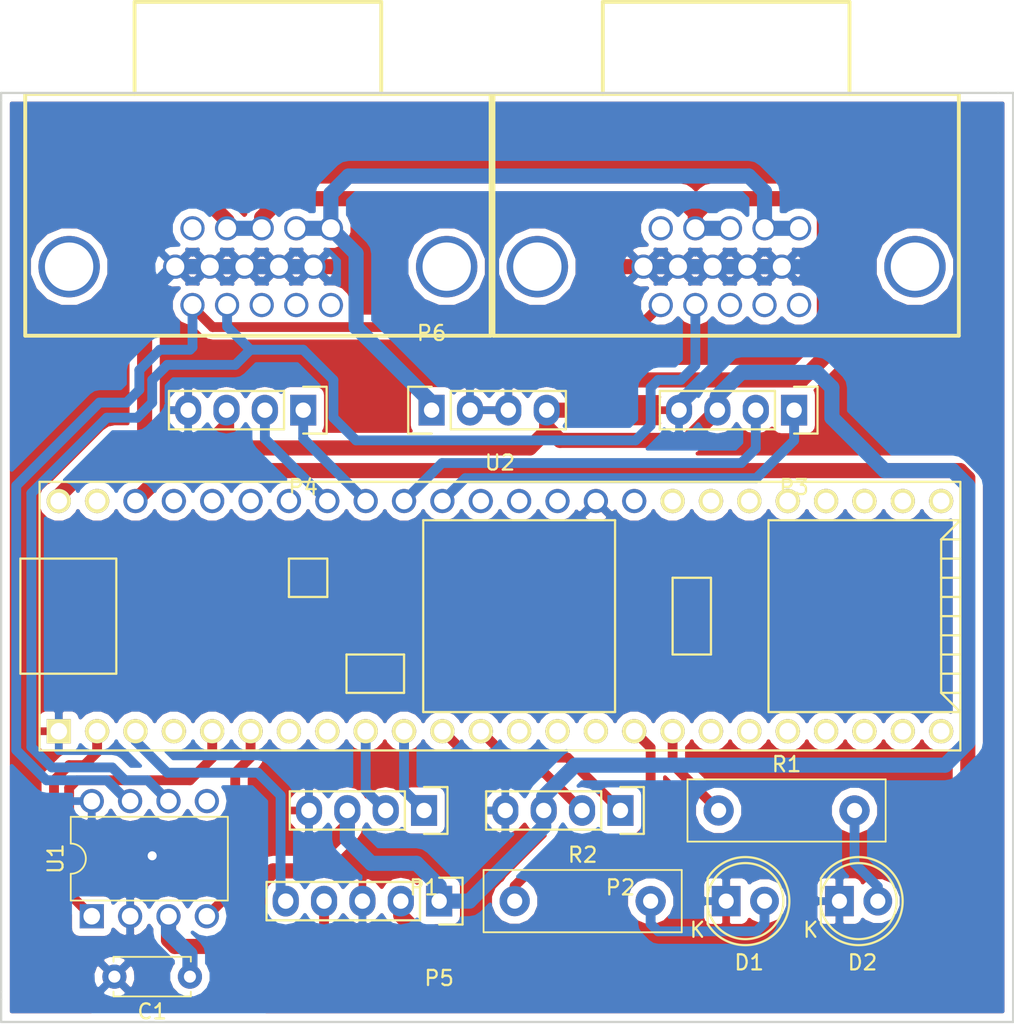
<source format=kicad_pcb>
(kicad_pcb (version 4) (host pcbnew 4.0.5)

  (general
    (links 62)
    (no_connects 2)
    (area 148.924999 75.146999 216.075001 143.385)
    (thickness 1.6)
    (drawings 11)
    (tracks 230)
    (zones 0)
    (modules 15)
    (nets 64)
  )

  (page A4)
  (layers
    (0 F.Cu signal)
    (31 B.Cu signal)
    (32 B.Adhes user)
    (33 F.Adhes user)
    (34 B.Paste user)
    (35 F.Paste user)
    (36 B.SilkS user)
    (37 F.SilkS user)
    (38 B.Mask user)
    (39 F.Mask user)
    (40 Dwgs.User user)
    (41 Cmts.User user)
    (42 Eco1.User user)
    (43 Eco2.User user)
    (44 Edge.Cuts user)
    (45 Margin user)
    (46 B.CrtYd user)
    (47 F.CrtYd user)
    (48 B.Fab user)
    (49 F.Fab user)
  )

  (setup
    (last_trace_width 0.65)
    (trace_clearance 0.2)
    (zone_clearance 0.5)
    (zone_45_only yes)
    (trace_min 0.2)
    (segment_width 0.2)
    (edge_width 0.15)
    (via_size 1)
    (via_drill 0.6)
    (via_min_size 0.4)
    (via_min_drill 0.3)
    (uvia_size 0.3)
    (uvia_drill 0.1)
    (uvias_allowed no)
    (uvia_min_size 0.2)
    (uvia_min_drill 0.1)
    (pcb_text_width 0.3)
    (pcb_text_size 1.5 1.5)
    (mod_edge_width 0.15)
    (mod_text_size 1 1)
    (mod_text_width 0.15)
    (pad_size 1.524 1.524)
    (pad_drill 0.762)
    (pad_to_mask_clearance 0.2)
    (aux_axis_origin 0 0)
    (visible_elements FFFFFF7F)
    (pcbplotparams
      (layerselection 0x01030_80000001)
      (usegerberextensions false)
      (excludeedgelayer true)
      (linewidth 0.100000)
      (plotframeref false)
      (viasonmask false)
      (mode 1)
      (useauxorigin false)
      (hpglpennumber 1)
      (hpglpenspeed 20)
      (hpglpendiameter 15)
      (hpglpenoverlay 2)
      (psnegative false)
      (psa4output false)
      (plotreference false)
      (plotvalue false)
      (plotinvisibletext false)
      (padsonsilk false)
      (subtractmaskfromsilk false)
      (outputformat 1)
      (mirror false)
      (drillshape 0)
      (scaleselection 1)
      (outputdirectory Gerbers/))
  )

  (net 0 "")
  (net 1 GND)
  (net 2 "Net-(D1-Pad2)")
  (net 3 "Net-(D2-Pad2)")
  (net 4 "Net-(J1-Pad0)")
  (net 5 +12V)
  (net 6 +5V)
  (net 7 "Net-(J1-Pad11)")
  (net 8 "Net-(J1-Pad5)")
  (net 9 "Net-(J1-Pad4)")
  (net 10 "Net-(J1-Pad3)")
  (net 11 /CANL)
  (net 12 /CANH)
  (net 13 "Net-(J2-Pad0)")
  (net 14 "Net-(J2-Pad11)")
  (net 15 "Net-(J2-Pad5)")
  (net 16 "Net-(J2-Pad4)")
  (net 17 "Net-(J2-Pad3)")
  (net 18 /B1)
  (net 19 /A1)
  (net 20 /B2)
  (net 21 /A2)
  (net 22 /A3)
  (net 23 /B3)
  (net 24 /A4)
  (net 25 /B4)
  (net 26 +3V3)
  (net 27 /Tx)
  (net 28 /Rx)
  (net 29 /CAN_Tx)
  (net 30 "Net-(U1-Pad5)")
  (net 31 /CAN_Rx)
  (net 32 "Net-(R1-Pad1)")
  (net 33 "Net-(U2-Pad18)")
  (net 34 "Net-(U2-Pad19)")
  (net 35 "Net-(U2-Pad20)")
  (net 36 "Net-(R2-Pad1)")
  (net 37 "Net-(U2-Pad15)")
  (net 38 "Net-(U2-Pad14)")
  (net 39 "Net-(U2-Pad21)")
  (net 40 "Net-(U2-Pad22)")
  (net 41 "Net-(U2-Pad23)")
  (net 42 "Net-(U2-Pad24)")
  (net 43 "Net-(U2-Pad30)")
  (net 44 "Net-(U2-Pad31)")
  (net 45 "Net-(U2-Pad32)")
  (net 46 "Net-(U2-Pad33)")
  (net 47 "Net-(U2-Pad34)")
  (net 48 "Net-(U2-Pad35)")
  (net 49 "Net-(U2-Pad36)")
  (net 50 "Net-(U2-Pad37)")
  (net 51 "Net-(U2-Pad13)")
  (net 52 "Net-(U2-Pad8)")
  (net 53 "Net-(U2-Pad7)")
  (net 54 "Net-(U2-Pad4)")
  (net 55 "Net-(U2-Pad38)")
  (net 56 "Net-(U2-Pad40)")
  (net 57 "Net-(U2-Pad41)")
  (net 58 "Net-(U2-Pad42)")
  (net 59 "Net-(U2-Pad47)")
  (net 60 "Net-(U2-Pad48)")
  (net 61 "Net-(U2-Pad49)")
  (net 62 "Net-(U2-Pad50)")
  (net 63 "Net-(U2-Pad52)")

  (net_class Default "This is the default net class."
    (clearance 0.2)
    (trace_width 0.65)
    (via_dia 1)
    (via_drill 0.6)
    (uvia_dia 0.3)
    (uvia_drill 0.1)
    (add_net /A1)
    (add_net /A2)
    (add_net /A3)
    (add_net /A4)
    (add_net /B1)
    (add_net /B2)
    (add_net /B3)
    (add_net /B4)
    (add_net /CANH)
    (add_net /CANL)
    (add_net /CAN_Rx)
    (add_net /CAN_Tx)
    (add_net /Rx)
    (add_net /Tx)
    (add_net "Net-(D1-Pad2)")
    (add_net "Net-(D2-Pad2)")
    (add_net "Net-(J1-Pad0)")
    (add_net "Net-(J1-Pad11)")
    (add_net "Net-(J1-Pad3)")
    (add_net "Net-(J1-Pad4)")
    (add_net "Net-(J1-Pad5)")
    (add_net "Net-(J2-Pad0)")
    (add_net "Net-(J2-Pad11)")
    (add_net "Net-(J2-Pad3)")
    (add_net "Net-(J2-Pad4)")
    (add_net "Net-(J2-Pad5)")
    (add_net "Net-(R1-Pad1)")
    (add_net "Net-(R2-Pad1)")
    (add_net "Net-(U1-Pad5)")
    (add_net "Net-(U2-Pad13)")
    (add_net "Net-(U2-Pad14)")
    (add_net "Net-(U2-Pad15)")
    (add_net "Net-(U2-Pad18)")
    (add_net "Net-(U2-Pad19)")
    (add_net "Net-(U2-Pad20)")
    (add_net "Net-(U2-Pad21)")
    (add_net "Net-(U2-Pad22)")
    (add_net "Net-(U2-Pad23)")
    (add_net "Net-(U2-Pad24)")
    (add_net "Net-(U2-Pad30)")
    (add_net "Net-(U2-Pad31)")
    (add_net "Net-(U2-Pad32)")
    (add_net "Net-(U2-Pad33)")
    (add_net "Net-(U2-Pad34)")
    (add_net "Net-(U2-Pad35)")
    (add_net "Net-(U2-Pad36)")
    (add_net "Net-(U2-Pad37)")
    (add_net "Net-(U2-Pad38)")
    (add_net "Net-(U2-Pad4)")
    (add_net "Net-(U2-Pad40)")
    (add_net "Net-(U2-Pad41)")
    (add_net "Net-(U2-Pad42)")
    (add_net "Net-(U2-Pad47)")
    (add_net "Net-(U2-Pad48)")
    (add_net "Net-(U2-Pad49)")
    (add_net "Net-(U2-Pad50)")
    (add_net "Net-(U2-Pad52)")
    (add_net "Net-(U2-Pad7)")
    (add_net "Net-(U2-Pad8)")
  )

  (net_class Power ""
    (clearance 0.2)
    (trace_width 1)
    (via_dia 1)
    (via_drill 0.6)
    (uvia_dia 0.3)
    (uvia_drill 0.1)
    (add_net +12V)
    (add_net +3V3)
    (add_net +5V)
    (add_net GND)
  )

  (module Teensy:Teensy35_36_LessPins (layer F.Cu) (tedit 587A696D) (tstamp 587A72E1)
    (at 182.025001 116.135)
    (path /58797DB9)
    (fp_text reference U2 (at 0 -10.16) (layer F.SilkS)
      (effects (font (size 1 1) (thickness 0.15)))
    )
    (fp_text value Teensy3.6 (at 0 10.16) (layer F.Fab)
      (effects (font (size 1 1) (thickness 0.15)))
    )
    (fp_line (start -13.97 -3.81) (end -13.97 -1.27) (layer F.SilkS) (width 0.15))
    (fp_line (start -13.97 -1.27) (end -11.43 -1.27) (layer F.SilkS) (width 0.15))
    (fp_line (start -11.43 -1.27) (end -11.43 -3.81) (layer F.SilkS) (width 0.15))
    (fp_line (start -11.43 -3.81) (end -13.97 -3.81) (layer F.SilkS) (width 0.15))
    (fp_line (start -6.35 5.08) (end -10.16 5.08) (layer F.SilkS) (width 0.15))
    (fp_line (start -10.16 5.08) (end -10.16 2.54) (layer F.SilkS) (width 0.15))
    (fp_line (start -10.16 2.54) (end -6.35 2.54) (layer F.SilkS) (width 0.15))
    (fp_line (start -6.35 2.54) (end -6.35 5.08) (layer F.SilkS) (width 0.15))
    (fp_line (start 7.62 6.35) (end 7.62 -6.35) (layer F.SilkS) (width 0.15))
    (fp_line (start -5.08 -6.35) (end -5.08 6.35) (layer F.SilkS) (width 0.15))
    (fp_line (start -5.08 6.35) (end 7.62 6.35) (layer F.SilkS) (width 0.15))
    (fp_line (start -5.08 -6.35) (end 7.62 -6.35) (layer F.SilkS) (width 0.15))
    (fp_line (start 29.21 5.08) (end 30.48 5.08) (layer F.SilkS) (width 0.15))
    (fp_line (start 29.21 3.81) (end 30.48 3.81) (layer F.SilkS) (width 0.15))
    (fp_line (start 29.21 2.54) (end 30.48 2.54) (layer F.SilkS) (width 0.15))
    (fp_line (start 29.21 1.27) (end 30.48 1.27) (layer F.SilkS) (width 0.15))
    (fp_line (start 29.21 0) (end 30.48 0) (layer F.SilkS) (width 0.15))
    (fp_line (start 29.21 -1.27) (end 30.48 -1.27) (layer F.SilkS) (width 0.15))
    (fp_line (start 29.21 -2.54) (end 30.48 -2.54) (layer F.SilkS) (width 0.15))
    (fp_line (start 29.21 -3.81) (end 30.48 -3.81) (layer F.SilkS) (width 0.15))
    (fp_line (start 29.21 -5.08) (end 30.48 -5.08) (layer F.SilkS) (width 0.15))
    (fp_line (start 30.48 6.35) (end 29.21 5.08) (layer F.SilkS) (width 0.15))
    (fp_line (start 29.21 5.08) (end 29.21 -5.08) (layer F.SilkS) (width 0.15))
    (fp_line (start 29.21 -5.08) (end 30.48 -6.35) (layer F.SilkS) (width 0.15))
    (fp_line (start 30.48 -6.35) (end 17.78 -6.35) (layer F.SilkS) (width 0.15))
    (fp_line (start 17.78 -6.35) (end 17.78 6.35) (layer F.SilkS) (width 0.15))
    (fp_line (start 17.78 6.35) (end 30.48 6.35) (layer F.SilkS) (width 0.15))
    (fp_line (start 30.48 -8.89) (end -30.48 -8.89) (layer F.SilkS) (width 0.15))
    (fp_line (start -30.48 8.89) (end 30.48 8.89) (layer F.SilkS) (width 0.15))
    (fp_line (start -30.48 3.81) (end -31.75 3.81) (layer F.SilkS) (width 0.15))
    (fp_line (start -31.75 3.81) (end -31.75 -3.81) (layer F.SilkS) (width 0.15))
    (fp_line (start -31.75 -3.81) (end -30.48 -3.81) (layer F.SilkS) (width 0.15))
    (fp_line (start -25.4 3.81) (end -25.4 -3.81) (layer F.SilkS) (width 0.15))
    (fp_line (start -25.4 -3.81) (end -30.48 -3.81) (layer F.SilkS) (width 0.15))
    (fp_line (start -25.4 3.81) (end -30.48 3.81) (layer F.SilkS) (width 0.15))
    (fp_line (start 13.97 -2.54) (end 13.97 2.54) (layer F.SilkS) (width 0.15))
    (fp_line (start 13.97 2.54) (end 11.43 2.54) (layer F.SilkS) (width 0.15))
    (fp_line (start 11.43 2.54) (end 11.43 -2.54) (layer F.SilkS) (width 0.15))
    (fp_line (start 11.43 -2.54) (end 13.97 -2.54) (layer F.SilkS) (width 0.15))
    (fp_line (start 30.48 -8.89) (end 30.48 8.89) (layer F.SilkS) (width 0.15))
    (fp_line (start -30.48 8.89) (end -30.48 -8.89) (layer F.SilkS) (width 0.15))
    (pad 17 thru_hole circle (at 11.43 7.62) (size 1.6 1.6) (drill 1.1) (layers *.Cu *.Mask F.SilkS)
      (net 32 "Net-(R1-Pad1)"))
    (pad 18 thru_hole circle (at 13.97 7.62) (size 1.6 1.6) (drill 1.1) (layers *.Cu *.Mask F.SilkS)
      (net 33 "Net-(U2-Pad18)"))
    (pad 19 thru_hole circle (at 16.51 7.62) (size 1.6 1.6) (drill 1.1) (layers *.Cu *.Mask F.SilkS)
      (net 34 "Net-(U2-Pad19)"))
    (pad 20 thru_hole circle (at 19.05 7.62) (size 1.6 1.6) (drill 1.1) (layers *.Cu *.Mask F.SilkS)
      (net 35 "Net-(U2-Pad20)"))
    (pad 16 thru_hole circle (at 8.89 7.62) (size 1.6 1.6) (drill 1.1) (layers *.Cu *.Mask F.SilkS)
      (net 36 "Net-(R2-Pad1)"))
    (pad 15 thru_hole circle (at 6.35 7.62) (size 1.6 1.6) (drill 1.1) (layers *.Cu *.Mask F.SilkS)
      (net 37 "Net-(U2-Pad15)"))
    (pad 14 thru_hole circle (at 3.81 7.62) (size 1.6 1.6) (drill 1.1) (layers *.Cu *.Mask F.SilkS)
      (net 38 "Net-(U2-Pad14)"))
    (pad 21 thru_hole circle (at 21.59 7.62) (size 1.6 1.6) (drill 1.1) (layers *.Cu *.Mask F.SilkS)
      (net 39 "Net-(U2-Pad21)"))
    (pad 22 thru_hole circle (at 24.13 7.62) (size 1.6 1.6) (drill 1.1) (layers *.Cu *.Mask F.SilkS)
      (net 40 "Net-(U2-Pad22)"))
    (pad 23 thru_hole circle (at 26.67 7.62) (size 1.6 1.6) (drill 1.1) (layers *.Cu *.Mask F.SilkS)
      (net 41 "Net-(U2-Pad23)"))
    (pad 24 thru_hole circle (at 29.21 7.62) (size 1.6 1.6) (drill 1.1) (layers *.Cu *.Mask F.SilkS)
      (net 42 "Net-(U2-Pad24)"))
    (pad 30 thru_hole circle (at 29.21 -7.62) (size 1.6 1.6) (drill 1.1) (layers *.Cu *.Mask F.SilkS)
      (net 43 "Net-(U2-Pad30)"))
    (pad 31 thru_hole circle (at 26.67 -7.62) (size 1.6 1.6) (drill 1.1) (layers *.Cu *.Mask F.SilkS)
      (net 44 "Net-(U2-Pad31)"))
    (pad 32 thru_hole circle (at 24.13 -7.62) (size 1.6 1.6) (drill 1.1) (layers *.Cu *.Mask F.SilkS)
      (net 45 "Net-(U2-Pad32)"))
    (pad 33 thru_hole circle (at 21.59 -7.62) (size 1.6 1.6) (drill 1.1) (layers *.Cu *.Mask F.SilkS)
      (net 46 "Net-(U2-Pad33)"))
    (pad 34 thru_hole circle (at 19.05 -7.62) (size 1.6 1.6) (drill 1.1) (layers *.Cu *.Mask F.SilkS)
      (net 47 "Net-(U2-Pad34)"))
    (pad 35 thru_hole circle (at 16.51 -7.62) (size 1.6 1.6) (drill 1.1) (layers *.Cu *.Mask F.SilkS)
      (net 48 "Net-(U2-Pad35)"))
    (pad 36 thru_hole circle (at 13.97 -7.62) (size 1.6 1.6) (drill 1.1) (layers *.Cu *.Mask F.SilkS)
      (net 49 "Net-(U2-Pad36)"))
    (pad 37 thru_hole circle (at 11.43 -7.62) (size 1.6 1.6) (drill 1.1) (layers *.Cu *.Mask F.SilkS)
      (net 50 "Net-(U2-Pad37)"))
    (pad 13 thru_hole circle (at 1.27 7.62) (size 1.6 1.6) (drill 1.1) (layers *.Cu *.Mask F.SilkS)
      (net 51 "Net-(U2-Pad13)"))
    (pad 12 thru_hole circle (at -1.27 7.62) (size 1.6 1.6) (drill 1.1) (layers *.Cu *.Mask F.SilkS)
      (net 20 /B2))
    (pad 11 thru_hole circle (at -3.81 7.62) (size 1.6 1.6) (drill 1.1) (layers *.Cu *.Mask F.SilkS)
      (net 21 /A2))
    (pad 10 thru_hole circle (at -6.35 7.62) (size 1.6 1.6) (drill 1.1) (layers *.Cu *.Mask F.SilkS)
      (net 18 /B1))
    (pad 9 thru_hole circle (at -8.89 7.62) (size 1.6 1.6) (drill 1.1) (layers *.Cu *.Mask F.SilkS)
      (net 19 /A1))
    (pad 8 thru_hole circle (at -11.43 7.62) (size 1.6 1.6) (drill 1.1) (layers *.Cu *.Mask F.SilkS)
      (net 52 "Net-(U2-Pad8)"))
    (pad 7 thru_hole circle (at -13.97 7.62) (size 1.6 1.6) (drill 1.1) (layers *.Cu *.Mask F.SilkS)
      (net 53 "Net-(U2-Pad7)"))
    (pad 6 thru_hole circle (at -16.51 7.62) (size 1.6 1.6) (drill 1.1) (layers *.Cu *.Mask F.SilkS)
      (net 31 /CAN_Rx))
    (pad 5 thru_hole circle (at -19.05 7.62) (size 1.6 1.6) (drill 1.1) (layers *.Cu *.Mask F.SilkS)
      (net 29 /CAN_Tx))
    (pad 4 thru_hole circle (at -21.59 7.62) (size 1.6 1.6) (drill 1.1) (layers *.Cu *.Mask F.SilkS)
      (net 54 "Net-(U2-Pad4)"))
    (pad 3 thru_hole circle (at -24.13 7.62) (size 1.6 1.6) (drill 1.1) (layers *.Cu *.Mask F.SilkS)
      (net 28 /Rx))
    (pad 2 thru_hole circle (at -26.67 7.62) (size 1.6 1.6) (drill 1.1) (layers *.Cu *.Mask F.SilkS)
      (net 27 /Tx))
    (pad 1 thru_hole rect (at -29.21 7.62) (size 1.6 1.6) (drill 1.1) (layers *.Cu *.Mask F.SilkS)
      (net 1 GND))
    (pad 38 thru_hole circle (at 8.89 -7.62) (size 1.6 1.6) (drill 1.1) (layers *.Cu *.Mask)
      (net 55 "Net-(U2-Pad38)"))
    (pad 39 thru_hole circle (at 6.35 -7.62) (size 1.6 1.6) (drill 1.1) (layers *.Cu *.Mask)
      (net 1 GND))
    (pad 40 thru_hole circle (at 3.81 -7.62) (size 1.6 1.6) (drill 1.1) (layers *.Cu *.Mask)
      (net 56 "Net-(U2-Pad40)"))
    (pad 41 thru_hole circle (at 1.27 -7.62) (size 1.6 1.6) (drill 1.1) (layers *.Cu *.Mask)
      (net 57 "Net-(U2-Pad41)"))
    (pad 42 thru_hole circle (at -1.27 -7.62) (size 1.6 1.6) (drill 1.1) (layers *.Cu *.Mask)
      (net 58 "Net-(U2-Pad42)"))
    (pad 43 thru_hole circle (at -3.81 -7.62) (size 1.6 1.6) (drill 1.1) (layers *.Cu *.Mask)
      (net 22 /A3))
    (pad 44 thru_hole circle (at -6.35 -7.62) (size 1.6 1.6) (drill 1.1) (layers *.Cu *.Mask)
      (net 23 /B3))
    (pad 45 thru_hole circle (at -8.89 -7.62) (size 1.6 1.6) (drill 1.1) (layers *.Cu *.Mask)
      (net 24 /A4))
    (pad 46 thru_hole circle (at -11.43 -7.62) (size 1.6 1.6) (drill 1.1) (layers *.Cu *.Mask)
      (net 25 /B4))
    (pad 47 thru_hole circle (at -13.97 -7.62) (size 1.6 1.6) (drill 1.1) (layers *.Cu *.Mask)
      (net 59 "Net-(U2-Pad47)"))
    (pad 48 thru_hole circle (at -16.51 -7.62) (size 1.6 1.6) (drill 1.1) (layers *.Cu *.Mask)
      (net 60 "Net-(U2-Pad48)"))
    (pad 49 thru_hole circle (at -19.05 -7.62) (size 1.6 1.6) (drill 1.1) (layers *.Cu *.Mask)
      (net 61 "Net-(U2-Pad49)"))
    (pad 50 thru_hole circle (at -21.59 -7.62) (size 1.6 1.6) (drill 1.1) (layers *.Cu *.Mask)
      (net 62 "Net-(U2-Pad50)"))
    (pad 51 thru_hole circle (at -24.13 -7.62) (size 1.6 1.6) (drill 1.1) (layers *.Cu *.Mask)
      (net 26 +3V3))
    (pad 52 thru_hole circle (at -26.67 -7.62) (size 1.6 1.6) (drill 1.1) (layers *.Cu *.Mask F.SilkS)
      (net 63 "Net-(U2-Pad52)"))
    (pad 53 thru_hole circle (at -29.21 -7.62) (size 1.6 1.6) (drill 1.1) (layers *.Cu *.Mask F.SilkS)
      (net 6 +5V))
  )

  (module Socket_Strips:Socket_Strip_Straight_1x04 (layer F.Cu) (tedit 0) (tstamp 587A7298)
    (at 169 102.5 180)
    (descr "Through hole socket strip")
    (tags "socket strip")
    (path /587A5D0B)
    (fp_text reference P4 (at 0 -5.1 180) (layer F.SilkS)
      (effects (font (size 1 1) (thickness 0.15)))
    )
    (fp_text value CONN_01X04 (at 0 -3.1 180) (layer F.Fab)
      (effects (font (size 1 1) (thickness 0.15)))
    )
    (fp_line (start -1.75 -1.75) (end -1.75 1.75) (layer F.CrtYd) (width 0.05))
    (fp_line (start 9.4 -1.75) (end 9.4 1.75) (layer F.CrtYd) (width 0.05))
    (fp_line (start -1.75 -1.75) (end 9.4 -1.75) (layer F.CrtYd) (width 0.05))
    (fp_line (start -1.75 1.75) (end 9.4 1.75) (layer F.CrtYd) (width 0.05))
    (fp_line (start 1.27 -1.27) (end 8.89 -1.27) (layer F.SilkS) (width 0.15))
    (fp_line (start 1.27 1.27) (end 8.89 1.27) (layer F.SilkS) (width 0.15))
    (fp_line (start -1.55 1.55) (end 0 1.55) (layer F.SilkS) (width 0.15))
    (fp_line (start 8.89 -1.27) (end 8.89 1.27) (layer F.SilkS) (width 0.15))
    (fp_line (start 1.27 1.27) (end 1.27 -1.27) (layer F.SilkS) (width 0.15))
    (fp_line (start 0 -1.55) (end -1.55 -1.55) (layer F.SilkS) (width 0.15))
    (fp_line (start -1.55 -1.55) (end -1.55 1.55) (layer F.SilkS) (width 0.15))
    (pad 1 thru_hole rect (at 0 0 180) (size 1.7272 2.032) (drill 1.016) (layers *.Cu *.Mask)
      (net 24 /A4))
    (pad 2 thru_hole oval (at 2.54 0 180) (size 1.7272 2.032) (drill 1.016) (layers *.Cu *.Mask)
      (net 25 /B4))
    (pad 3 thru_hole oval (at 5.08 0 180) (size 1.7272 2.032) (drill 1.016) (layers *.Cu *.Mask)
      (net 6 +5V))
    (pad 4 thru_hole oval (at 7.62 0 180) (size 1.7272 2.032) (drill 1.016) (layers *.Cu *.Mask)
      (net 1 GND))
    (model Socket_Strips.3dshapes/Socket_Strip_Straight_1x04.wrl
      (at (xyz 0.15 0 0))
      (scale (xyz 1 1 1))
      (rotate (xyz 0 0 180))
    )
  )

  (module LEDs:LED-5MM (layer F.Cu) (tedit 5570F7EA) (tstamp 587A7248)
    (at 197 135)
    (descr "LED 5mm round vertical")
    (tags "LED 5mm round vertical")
    (path /5872B4E8)
    (fp_text reference D1 (at 1.524 4.064) (layer F.SilkS)
      (effects (font (size 1 1) (thickness 0.15)))
    )
    (fp_text value LED (at 1.524 -3.937) (layer F.Fab)
      (effects (font (size 1 1) (thickness 0.15)))
    )
    (fp_line (start -1.5 -1.55) (end -1.5 1.55) (layer F.CrtYd) (width 0.05))
    (fp_arc (start 1.3 0) (end -1.5 1.55) (angle -302) (layer F.CrtYd) (width 0.05))
    (fp_arc (start 1.27 0) (end -1.23 -1.5) (angle 297.5) (layer F.SilkS) (width 0.15))
    (fp_line (start -1.23 1.5) (end -1.23 -1.5) (layer F.SilkS) (width 0.15))
    (fp_circle (center 1.27 0) (end 0.97 -2.5) (layer F.SilkS) (width 0.15))
    (fp_text user K (at -1.905 1.905) (layer F.SilkS)
      (effects (font (size 1 1) (thickness 0.15)))
    )
    (pad 1 thru_hole rect (at 0 0 90) (size 2 1.9) (drill 1.00076) (layers *.Cu *.Mask)
      (net 1 GND))
    (pad 2 thru_hole circle (at 2.54 0) (size 1.9 1.9) (drill 1.00076) (layers *.Cu *.Mask)
      (net 2 "Net-(D1-Pad2)"))
    (model LEDs.3dshapes/LED-5MM.wrl
      (at (xyz 0.05 0 0))
      (scale (xyz 1 1 1))
      (rotate (xyz 0 0 90))
    )
  )

  (module LEDs:LED-5MM (layer F.Cu) (tedit 5570F7EA) (tstamp 587A724E)
    (at 204.5 135)
    (descr "LED 5mm round vertical")
    (tags "LED 5mm round vertical")
    (path /5872B515)
    (fp_text reference D2 (at 1.524 4.064) (layer F.SilkS)
      (effects (font (size 1 1) (thickness 0.15)))
    )
    (fp_text value LED (at 1.524 -3.937) (layer F.Fab)
      (effects (font (size 1 1) (thickness 0.15)))
    )
    (fp_line (start -1.5 -1.55) (end -1.5 1.55) (layer F.CrtYd) (width 0.05))
    (fp_arc (start 1.3 0) (end -1.5 1.55) (angle -302) (layer F.CrtYd) (width 0.05))
    (fp_arc (start 1.27 0) (end -1.23 -1.5) (angle 297.5) (layer F.SilkS) (width 0.15))
    (fp_line (start -1.23 1.5) (end -1.23 -1.5) (layer F.SilkS) (width 0.15))
    (fp_circle (center 1.27 0) (end 0.97 -2.5) (layer F.SilkS) (width 0.15))
    (fp_text user K (at -1.905 1.905) (layer F.SilkS)
      (effects (font (size 1 1) (thickness 0.15)))
    )
    (pad 1 thru_hole rect (at 0 0 90) (size 2 1.9) (drill 1.00076) (layers *.Cu *.Mask)
      (net 1 GND))
    (pad 2 thru_hole circle (at 2.54 0) (size 1.9 1.9) (drill 1.00076) (layers *.Cu *.Mask)
      (net 3 "Net-(D2-Pad2)"))
    (model LEDs.3dshapes/LED-5MM.wrl
      (at (xyz 0.05 0 0))
      (scale (xyz 1 1 1))
      (rotate (xyz 0 0 90))
    )
  )

  (module conn-db15-SPC15430:conn_SPC15430 (layer F.Cu) (tedit 0) (tstamp 587A7263)
    (at 166 93)
    (path /5872B226)
    (fp_text reference J1 (at -8.6487 -6.9088) (layer F.SilkS) hide
      (effects (font (size 0.59944 0.59944) (thickness 0.0508)))
    )
    (fp_text value DB15_HighDensity_MountingHoles (at 6.858 -6.7945) (layer F.SilkS) hide
      (effects (font (size 0.59944 0.59944) (thickness 0.0508)))
    )
    (fp_line (start -8.1661 -17.526) (end -8.1661 -11.43) (layer F.SilkS) (width 0.254))
    (fp_line (start -8.1661 -17.526) (end 8.1661 -17.526) (layer F.SilkS) (width 0.254))
    (fp_line (start 8.1661 -17.526) (end 8.1661 -11.43) (layer F.SilkS) (width 0.254))
    (fp_line (start -15.4051 -11.43) (end 15.4051 -11.43) (layer F.SilkS) (width 0.254))
    (fp_line (start 15.4051 -11.43) (end 15.4051 4.572) (layer F.SilkS) (width 0.254))
    (fp_line (start 15.4051 4.572) (end -15.4051 4.572) (layer F.SilkS) (width 0.254))
    (fp_line (start -15.4051 -11.43) (end -15.4051 4.572) (layer F.SilkS) (width 0.254))
    (pad 0 thru_hole circle (at -12.49934 0) (size 4.064 4.064) (drill 3.2004) (layers *.Cu *.Mask)
      (net 4 "Net-(J1-Pad0)"))
    (pad 0 thru_hole circle (at 12.49934 0) (size 4.064 4.064) (drill 3.2004) (layers *.Cu *.Mask)
      (net 4 "Net-(J1-Pad0)"))
    (pad 15 thru_hole circle (at 4.83 -2.54) (size 1.6002 1.6002) (drill 1.19126) (layers *.Cu *.Mask)
      (net 5 +12V))
    (pad 10 thru_hole circle (at 3.685 0) (size 1.6002 1.6002) (drill 1.19126) (layers *.Cu *.Mask)
      (net 1 GND))
    (pad 14 thru_hole circle (at 2.54 -2.54) (size 1.6002 1.6002) (drill 1.19126) (layers *.Cu *.Mask)
      (net 5 +12V))
    (pad 13 thru_hole circle (at 0.25 -2.54) (size 1.6002 1.6002) (drill 1.19126) (layers *.Cu *.Mask)
      (net 6 +5V))
    (pad 12 thru_hole circle (at -2.04 -2.54) (size 1.6002 1.6002) (drill 1.19126) (layers *.Cu *.Mask)
      (net 6 +5V))
    (pad 11 thru_hole circle (at -4.33 -2.54) (size 1.6002 1.6002) (drill 1.19126) (layers *.Cu *.Mask)
      (net 7 "Net-(J1-Pad11)"))
    (pad 9 thru_hole circle (at 1.395 0) (size 1.6002 1.6002) (drill 1.19126) (layers *.Cu *.Mask)
      (net 1 GND))
    (pad 8 thru_hole circle (at -0.895 0) (size 1.6002 1.6002) (drill 1.19126) (layers *.Cu *.Mask)
      (net 1 GND))
    (pad 7 thru_hole circle (at -3.185 0) (size 1.6002 1.6002) (drill 1.19126) (layers *.Cu *.Mask)
      (net 1 GND))
    (pad 6 thru_hole circle (at -5.475 0) (size 1.6002 1.6002) (drill 1.2) (layers *.Cu *.Mask)
      (net 1 GND))
    (pad 5 thru_hole circle (at 4.83 2.54) (size 1.6002 1.6002) (drill 1.19126) (layers *.Cu *.Mask)
      (net 8 "Net-(J1-Pad5)"))
    (pad 4 thru_hole circle (at 2.54 2.54) (size 1.6002 1.6002) (drill 1.19126) (layers *.Cu *.Mask)
      (net 9 "Net-(J1-Pad4)"))
    (pad 3 thru_hole circle (at 0.25 2.54) (size 1.6002 1.6002) (drill 1.19126) (layers *.Cu *.Mask)
      (net 10 "Net-(J1-Pad3)"))
    (pad 2 thru_hole circle (at -2.04 2.54) (size 1.6002 1.6002) (drill 1.19126) (layers *.Cu *.Mask)
      (net 11 /CANL))
    (pad 1 thru_hole circle (at -4.33 2.54) (size 1.6002 1.6002) (drill 1.19126) (layers *.Cu *.Mask)
      (net 12 /CANH))
    (model conn_spc15430.wrl
      (at (xyz 0 0 0))
      (scale (xyz 1 1 1))
      (rotate (xyz 0 0 0))
    )
  )

  (module conn-db15-SPC15430:conn_SPC15430 (layer F.Cu) (tedit 0) (tstamp 587A7278)
    (at 197 93)
    (path /5872CC77)
    (fp_text reference J2 (at -8.6487 -6.9088) (layer F.SilkS) hide
      (effects (font (size 0.59944 0.59944) (thickness 0.0508)))
    )
    (fp_text value DB15_HighDensity_MountingHoles (at 6.858 -6.7945) (layer F.SilkS) hide
      (effects (font (size 0.59944 0.59944) (thickness 0.0508)))
    )
    (fp_line (start -8.1661 -17.526) (end -8.1661 -11.43) (layer F.SilkS) (width 0.254))
    (fp_line (start -8.1661 -17.526) (end 8.1661 -17.526) (layer F.SilkS) (width 0.254))
    (fp_line (start 8.1661 -17.526) (end 8.1661 -11.43) (layer F.SilkS) (width 0.254))
    (fp_line (start -15.4051 -11.43) (end 15.4051 -11.43) (layer F.SilkS) (width 0.254))
    (fp_line (start 15.4051 -11.43) (end 15.4051 4.572) (layer F.SilkS) (width 0.254))
    (fp_line (start 15.4051 4.572) (end -15.4051 4.572) (layer F.SilkS) (width 0.254))
    (fp_line (start -15.4051 -11.43) (end -15.4051 4.572) (layer F.SilkS) (width 0.254))
    (pad 0 thru_hole circle (at -12.49934 0) (size 4.064 4.064) (drill 3.2004) (layers *.Cu *.Mask)
      (net 13 "Net-(J2-Pad0)"))
    (pad 0 thru_hole circle (at 12.49934 0) (size 4.064 4.064) (drill 3.2004) (layers *.Cu *.Mask)
      (net 13 "Net-(J2-Pad0)"))
    (pad 15 thru_hole circle (at 4.83 -2.54) (size 1.6002 1.6002) (drill 1.19126) (layers *.Cu *.Mask)
      (net 5 +12V))
    (pad 10 thru_hole circle (at 3.685 0) (size 1.6002 1.6002) (drill 1.19126) (layers *.Cu *.Mask)
      (net 1 GND))
    (pad 14 thru_hole circle (at 2.54 -2.54) (size 1.6002 1.6002) (drill 1.19126) (layers *.Cu *.Mask)
      (net 5 +12V))
    (pad 13 thru_hole circle (at 0.25 -2.54) (size 1.6002 1.6002) (drill 1.19126) (layers *.Cu *.Mask)
      (net 6 +5V))
    (pad 12 thru_hole circle (at -2.04 -2.54) (size 1.6002 1.6002) (drill 1.19126) (layers *.Cu *.Mask)
      (net 6 +5V))
    (pad 11 thru_hole circle (at -4.33 -2.54) (size 1.6002 1.6002) (drill 1.19126) (layers *.Cu *.Mask)
      (net 14 "Net-(J2-Pad11)"))
    (pad 9 thru_hole circle (at 1.395 0) (size 1.6002 1.6002) (drill 1.19126) (layers *.Cu *.Mask)
      (net 1 GND))
    (pad 8 thru_hole circle (at -0.895 0) (size 1.6002 1.6002) (drill 1.19126) (layers *.Cu *.Mask)
      (net 1 GND))
    (pad 7 thru_hole circle (at -3.185 0) (size 1.6002 1.6002) (drill 1.19126) (layers *.Cu *.Mask)
      (net 1 GND))
    (pad 6 thru_hole circle (at -5.475 0) (size 1.6002 1.6002) (drill 1.2) (layers *.Cu *.Mask)
      (net 1 GND))
    (pad 5 thru_hole circle (at 4.83 2.54) (size 1.6002 1.6002) (drill 1.19126) (layers *.Cu *.Mask)
      (net 15 "Net-(J2-Pad5)"))
    (pad 4 thru_hole circle (at 2.54 2.54) (size 1.6002 1.6002) (drill 1.19126) (layers *.Cu *.Mask)
      (net 16 "Net-(J2-Pad4)"))
    (pad 3 thru_hole circle (at 0.25 2.54) (size 1.6002 1.6002) (drill 1.19126) (layers *.Cu *.Mask)
      (net 17 "Net-(J2-Pad3)"))
    (pad 2 thru_hole circle (at -2.04 2.54) (size 1.6002 1.6002) (drill 1.19126) (layers *.Cu *.Mask)
      (net 11 /CANL))
    (pad 1 thru_hole circle (at -4.33 2.54) (size 1.6002 1.6002) (drill 1.19126) (layers *.Cu *.Mask)
      (net 12 /CANH))
    (model conn_spc15430.wrl
      (at (xyz 0 0 0))
      (scale (xyz 1 1 1))
      (rotate (xyz 0 0 0))
    )
  )

  (module Socket_Strips:Socket_Strip_Straight_1x04 (layer F.Cu) (tedit 0) (tstamp 587A7280)
    (at 177 129 180)
    (descr "Through hole socket strip")
    (tags "socket strip")
    (path /587A62EF)
    (fp_text reference P1 (at 0 -5.1 180) (layer F.SilkS)
      (effects (font (size 1 1) (thickness 0.15)))
    )
    (fp_text value CONN_01X04 (at 0 -3.1 180) (layer F.Fab)
      (effects (font (size 1 1) (thickness 0.15)))
    )
    (fp_line (start -1.75 -1.75) (end -1.75 1.75) (layer F.CrtYd) (width 0.05))
    (fp_line (start 9.4 -1.75) (end 9.4 1.75) (layer F.CrtYd) (width 0.05))
    (fp_line (start -1.75 -1.75) (end 9.4 -1.75) (layer F.CrtYd) (width 0.05))
    (fp_line (start -1.75 1.75) (end 9.4 1.75) (layer F.CrtYd) (width 0.05))
    (fp_line (start 1.27 -1.27) (end 8.89 -1.27) (layer F.SilkS) (width 0.15))
    (fp_line (start 1.27 1.27) (end 8.89 1.27) (layer F.SilkS) (width 0.15))
    (fp_line (start -1.55 1.55) (end 0 1.55) (layer F.SilkS) (width 0.15))
    (fp_line (start 8.89 -1.27) (end 8.89 1.27) (layer F.SilkS) (width 0.15))
    (fp_line (start 1.27 1.27) (end 1.27 -1.27) (layer F.SilkS) (width 0.15))
    (fp_line (start 0 -1.55) (end -1.55 -1.55) (layer F.SilkS) (width 0.15))
    (fp_line (start -1.55 -1.55) (end -1.55 1.55) (layer F.SilkS) (width 0.15))
    (pad 1 thru_hole rect (at 0 0 180) (size 1.7272 2.032) (drill 1.016) (layers *.Cu *.Mask)
      (net 18 /B1))
    (pad 2 thru_hole oval (at 2.54 0 180) (size 1.7272 2.032) (drill 1.016) (layers *.Cu *.Mask)
      (net 19 /A1))
    (pad 3 thru_hole oval (at 5.08 0 180) (size 1.7272 2.032) (drill 1.016) (layers *.Cu *.Mask)
      (net 6 +5V))
    (pad 4 thru_hole oval (at 7.62 0 180) (size 1.7272 2.032) (drill 1.016) (layers *.Cu *.Mask)
      (net 1 GND))
    (model Socket_Strips.3dshapes/Socket_Strip_Straight_1x04.wrl
      (at (xyz 0.15 0 0))
      (scale (xyz 1 1 1))
      (rotate (xyz 0 0 180))
    )
  )

  (module Socket_Strips:Socket_Strip_Straight_1x04 (layer F.Cu) (tedit 0) (tstamp 587A7288)
    (at 190 129 180)
    (descr "Through hole socket strip")
    (tags "socket strip")
    (path /587A62AF)
    (fp_text reference P2 (at 0 -5.1 180) (layer F.SilkS)
      (effects (font (size 1 1) (thickness 0.15)))
    )
    (fp_text value CONN_01X04 (at 0 -3.1 180) (layer F.Fab)
      (effects (font (size 1 1) (thickness 0.15)))
    )
    (fp_line (start -1.75 -1.75) (end -1.75 1.75) (layer F.CrtYd) (width 0.05))
    (fp_line (start 9.4 -1.75) (end 9.4 1.75) (layer F.CrtYd) (width 0.05))
    (fp_line (start -1.75 -1.75) (end 9.4 -1.75) (layer F.CrtYd) (width 0.05))
    (fp_line (start -1.75 1.75) (end 9.4 1.75) (layer F.CrtYd) (width 0.05))
    (fp_line (start 1.27 -1.27) (end 8.89 -1.27) (layer F.SilkS) (width 0.15))
    (fp_line (start 1.27 1.27) (end 8.89 1.27) (layer F.SilkS) (width 0.15))
    (fp_line (start -1.55 1.55) (end 0 1.55) (layer F.SilkS) (width 0.15))
    (fp_line (start 8.89 -1.27) (end 8.89 1.27) (layer F.SilkS) (width 0.15))
    (fp_line (start 1.27 1.27) (end 1.27 -1.27) (layer F.SilkS) (width 0.15))
    (fp_line (start 0 -1.55) (end -1.55 -1.55) (layer F.SilkS) (width 0.15))
    (fp_line (start -1.55 -1.55) (end -1.55 1.55) (layer F.SilkS) (width 0.15))
    (pad 1 thru_hole rect (at 0 0 180) (size 1.7272 2.032) (drill 1.016) (layers *.Cu *.Mask)
      (net 20 /B2))
    (pad 2 thru_hole oval (at 2.54 0 180) (size 1.7272 2.032) (drill 1.016) (layers *.Cu *.Mask)
      (net 21 /A2))
    (pad 3 thru_hole oval (at 5.08 0 180) (size 1.7272 2.032) (drill 1.016) (layers *.Cu *.Mask)
      (net 6 +5V))
    (pad 4 thru_hole oval (at 7.62 0 180) (size 1.7272 2.032) (drill 1.016) (layers *.Cu *.Mask)
      (net 1 GND))
    (model Socket_Strips.3dshapes/Socket_Strip_Straight_1x04.wrl
      (at (xyz 0.15 0 0))
      (scale (xyz 1 1 1))
      (rotate (xyz 0 0 180))
    )
  )

  (module Socket_Strips:Socket_Strip_Straight_1x04 (layer F.Cu) (tedit 0) (tstamp 587A7290)
    (at 201.5 102.5 180)
    (descr "Through hole socket strip")
    (tags "socket strip")
    (path /587A6271)
    (fp_text reference P3 (at 0 -5.1 180) (layer F.SilkS)
      (effects (font (size 1 1) (thickness 0.15)))
    )
    (fp_text value CONN_01X04 (at 0 -3.1 180) (layer F.Fab)
      (effects (font (size 1 1) (thickness 0.15)))
    )
    (fp_line (start -1.75 -1.75) (end -1.75 1.75) (layer F.CrtYd) (width 0.05))
    (fp_line (start 9.4 -1.75) (end 9.4 1.75) (layer F.CrtYd) (width 0.05))
    (fp_line (start -1.75 -1.75) (end 9.4 -1.75) (layer F.CrtYd) (width 0.05))
    (fp_line (start -1.75 1.75) (end 9.4 1.75) (layer F.CrtYd) (width 0.05))
    (fp_line (start 1.27 -1.27) (end 8.89 -1.27) (layer F.SilkS) (width 0.15))
    (fp_line (start 1.27 1.27) (end 8.89 1.27) (layer F.SilkS) (width 0.15))
    (fp_line (start -1.55 1.55) (end 0 1.55) (layer F.SilkS) (width 0.15))
    (fp_line (start 8.89 -1.27) (end 8.89 1.27) (layer F.SilkS) (width 0.15))
    (fp_line (start 1.27 1.27) (end 1.27 -1.27) (layer F.SilkS) (width 0.15))
    (fp_line (start 0 -1.55) (end -1.55 -1.55) (layer F.SilkS) (width 0.15))
    (fp_line (start -1.55 -1.55) (end -1.55 1.55) (layer F.SilkS) (width 0.15))
    (pad 1 thru_hole rect (at 0 0 180) (size 1.7272 2.032) (drill 1.016) (layers *.Cu *.Mask)
      (net 22 /A3))
    (pad 2 thru_hole oval (at 2.54 0 180) (size 1.7272 2.032) (drill 1.016) (layers *.Cu *.Mask)
      (net 23 /B3))
    (pad 3 thru_hole oval (at 5.08 0 180) (size 1.7272 2.032) (drill 1.016) (layers *.Cu *.Mask)
      (net 6 +5V))
    (pad 4 thru_hole oval (at 7.62 0 180) (size 1.7272 2.032) (drill 1.016) (layers *.Cu *.Mask)
      (net 1 GND))
    (model Socket_Strips.3dshapes/Socket_Strip_Straight_1x04.wrl
      (at (xyz 0.15 0 0))
      (scale (xyz 1 1 1))
      (rotate (xyz 0 0 180))
    )
  )

  (module Socket_Strips:Socket_Strip_Straight_1x05 (layer F.Cu) (tedit 0) (tstamp 587A72A1)
    (at 178 135 180)
    (descr "Through hole socket strip")
    (tags "socket strip")
    (path /587987CF)
    (fp_text reference P5 (at 0 -5.1 180) (layer F.SilkS)
      (effects (font (size 1 1) (thickness 0.15)))
    )
    (fp_text value CONN_01X05 (at 0 -3.1 180) (layer F.Fab)
      (effects (font (size 1 1) (thickness 0.15)))
    )
    (fp_line (start -1.75 -1.75) (end -1.75 1.75) (layer F.CrtYd) (width 0.05))
    (fp_line (start 11.95 -1.75) (end 11.95 1.75) (layer F.CrtYd) (width 0.05))
    (fp_line (start -1.75 -1.75) (end 11.95 -1.75) (layer F.CrtYd) (width 0.05))
    (fp_line (start -1.75 1.75) (end 11.95 1.75) (layer F.CrtYd) (width 0.05))
    (fp_line (start 1.27 1.27) (end 11.43 1.27) (layer F.SilkS) (width 0.15))
    (fp_line (start 11.43 1.27) (end 11.43 -1.27) (layer F.SilkS) (width 0.15))
    (fp_line (start 11.43 -1.27) (end 1.27 -1.27) (layer F.SilkS) (width 0.15))
    (fp_line (start -1.55 1.55) (end 0 1.55) (layer F.SilkS) (width 0.15))
    (fp_line (start 1.27 1.27) (end 1.27 -1.27) (layer F.SilkS) (width 0.15))
    (fp_line (start 0 -1.55) (end -1.55 -1.55) (layer F.SilkS) (width 0.15))
    (fp_line (start -1.55 -1.55) (end -1.55 1.55) (layer F.SilkS) (width 0.15))
    (pad 1 thru_hole rect (at 0 0 180) (size 1.7272 2.032) (drill 1.016) (layers *.Cu *.Mask)
      (net 6 +5V))
    (pad 2 thru_hole oval (at 2.54 0 180) (size 1.7272 2.032) (drill 1.016) (layers *.Cu *.Mask)
      (net 26 +3V3))
    (pad 3 thru_hole oval (at 5.08 0 180) (size 1.7272 2.032) (drill 1.016) (layers *.Cu *.Mask)
      (net 1 GND))
    (pad 4 thru_hole oval (at 7.62 0 180) (size 1.7272 2.032) (drill 1.016) (layers *.Cu *.Mask)
      (net 27 /Tx))
    (pad 5 thru_hole oval (at 10.16 0 180) (size 1.7272 2.032) (drill 1.016) (layers *.Cu *.Mask)
      (net 28 /Rx))
    (model Socket_Strips.3dshapes/Socket_Strip_Straight_1x05.wrl
      (at (xyz 0.2 0 0))
      (scale (xyz 1 1 1))
      (rotate (xyz 0 0 180))
    )
  )

  (module Custom_Footprints:DIP-8_W7.62mm_BiggerHoles (layer F.Cu) (tedit 58781600) (tstamp 587A72AD)
    (at 155 136 90)
    (descr "8-lead dip package, row spacing 7.62 mm (300 mils)")
    (tags "DIL DIP PDIP 2.54mm 7.62mm 300mil")
    (path /5872AF6B)
    (fp_text reference U1 (at 3.81 -2.39 90) (layer F.SilkS)
      (effects (font (size 1 1) (thickness 0.15)))
    )
    (fp_text value MCP2551-I/P (at 3.81 10.01 90) (layer F.Fab)
      (effects (font (size 1 1) (thickness 0.15)))
    )
    (fp_arc (start 3.81 -1.39) (end 2.81 -1.39) (angle -180) (layer F.SilkS) (width 0.12))
    (fp_line (start 1.635 -1.27) (end 6.985 -1.27) (layer F.Fab) (width 0.1))
    (fp_line (start 6.985 -1.27) (end 6.985 8.89) (layer F.Fab) (width 0.1))
    (fp_line (start 6.985 8.89) (end 0.635 8.89) (layer F.Fab) (width 0.1))
    (fp_line (start 0.635 8.89) (end 0.635 -0.27) (layer F.Fab) (width 0.1))
    (fp_line (start 0.635 -0.27) (end 1.635 -1.27) (layer F.Fab) (width 0.1))
    (fp_line (start 2.81 -1.39) (end 1.04 -1.39) (layer F.SilkS) (width 0.12))
    (fp_line (start 1.04 -1.39) (end 1.04 9.01) (layer F.SilkS) (width 0.12))
    (fp_line (start 1.04 9.01) (end 6.58 9.01) (layer F.SilkS) (width 0.12))
    (fp_line (start 6.58 9.01) (end 6.58 -1.39) (layer F.SilkS) (width 0.12))
    (fp_line (start 6.58 -1.39) (end 4.81 -1.39) (layer F.SilkS) (width 0.12))
    (fp_line (start -1.1 -1.6) (end -1.1 9.2) (layer F.CrtYd) (width 0.05))
    (fp_line (start -1.1 9.2) (end 8.7 9.2) (layer F.CrtYd) (width 0.05))
    (fp_line (start 8.7 9.2) (end 8.7 -1.6) (layer F.CrtYd) (width 0.05))
    (fp_line (start 8.7 -1.6) (end -1.1 -1.6) (layer F.CrtYd) (width 0.05))
    (pad 1 thru_hole rect (at 0 0 90) (size 1.6 1.6) (drill 1.1) (layers *.Cu *.Mask)
      (net 29 /CAN_Tx))
    (pad 5 thru_hole oval (at 7.62 7.62 90) (size 1.6 1.6) (drill 1.1) (layers *.Cu *.Mask)
      (net 30 "Net-(U1-Pad5)"))
    (pad 2 thru_hole oval (at 0 2.54 90) (size 1.6 1.6) (drill 1.1) (layers *.Cu *.Mask)
      (net 1 GND))
    (pad 6 thru_hole oval (at 7.62 5.08 90) (size 1.6 1.6) (drill 1.1) (layers *.Cu *.Mask)
      (net 11 /CANL))
    (pad 3 thru_hole oval (at 0 5.08 90) (size 1.6 1.6) (drill 1.1) (layers *.Cu *.Mask)
      (net 6 +5V))
    (pad 7 thru_hole oval (at 7.62 2.54 90) (size 1.6 1.6) (drill 1.1) (layers *.Cu *.Mask)
      (net 12 /CANH))
    (pad 4 thru_hole oval (at 0 7.62 90) (size 1.6 1.6) (drill 1.1) (layers *.Cu *.Mask)
      (net 31 /CAN_Rx))
    (pad 8 thru_hole oval (at 7.62 0 90) (size 1.6 1.6) (drill 1.1) (layers *.Cu *.Mask)
      (net 1 GND))
    (model Housings_DIP.3dshapes/DIP-8_W7.62mm.wrl
      (at (xyz 0 0 0))
      (scale (xyz 1 1 1))
      (rotate (xyz 0 0 0))
    )
  )

  (module Resistors_THT:R_Box_L13.0mm_W4.0mm_P9.00mm (layer F.Cu) (tedit 5874F707) (tstamp 587A8678)
    (at 196.5 129)
    (descr "Resistor, Box series, Radial, pin pitch=9.00mm, 2W, length*width=13*4mm^2, http://www.produktinfo.conrad.com/datenblaetter/425000-449999/443860-da-01-de-METALLBAND_WIDERSTAND_0_1_OHM_5W_5Pr.pdf")
    (tags "Resistor Box series Radial pin pitch 9.00mm 2W length 13mm width 4mm")
    (path /5872BB16)
    (fp_text reference R1 (at 4.5 -3.06) (layer F.SilkS)
      (effects (font (size 1 1) (thickness 0.15)))
    )
    (fp_text value R (at 4.5 3.06) (layer F.Fab)
      (effects (font (size 1 1) (thickness 0.15)))
    )
    (fp_line (start -2 -2) (end -2 2) (layer F.Fab) (width 0.1))
    (fp_line (start -2 2) (end 11 2) (layer F.Fab) (width 0.1))
    (fp_line (start 11 2) (end 11 -2) (layer F.Fab) (width 0.1))
    (fp_line (start 11 -2) (end -2 -2) (layer F.Fab) (width 0.1))
    (fp_line (start -2.06 -2.06) (end 11.06 -2.06) (layer F.SilkS) (width 0.12))
    (fp_line (start -2.06 2.06) (end 11.06 2.06) (layer F.SilkS) (width 0.12))
    (fp_line (start -2.06 -2.06) (end -2.06 2.06) (layer F.SilkS) (width 0.12))
    (fp_line (start 11.06 -2.06) (end 11.06 2.06) (layer F.SilkS) (width 0.12))
    (fp_line (start -2.35 -2.35) (end -2.35 2.35) (layer F.CrtYd) (width 0.05))
    (fp_line (start -2.35 2.35) (end 11.35 2.35) (layer F.CrtYd) (width 0.05))
    (fp_line (start 11.35 2.35) (end 11.35 -2.35) (layer F.CrtYd) (width 0.05))
    (fp_line (start 11.35 -2.35) (end -2.35 -2.35) (layer F.CrtYd) (width 0.05))
    (pad 1 thru_hole circle (at 0 0) (size 2 2) (drill 1) (layers *.Cu *.Mask)
      (net 32 "Net-(R1-Pad1)"))
    (pad 2 thru_hole circle (at 9 0) (size 2 2) (drill 1) (layers *.Cu *.Mask)
      (net 3 "Net-(D2-Pad2)"))
    (model Resistors_ThroughHole.3dshapes/R_Box_L13.0mm_W4.0mm_P9.00mm.wrl
      (at (xyz 0 0 0))
      (scale (xyz 0.393701 0.393701 0.393701))
      (rotate (xyz 0 0 0))
    )
  )

  (module Resistors_THT:R_Box_L13.0mm_W4.0mm_P9.00mm (layer F.Cu) (tedit 5874F707) (tstamp 587A867E)
    (at 183 135)
    (descr "Resistor, Box series, Radial, pin pitch=9.00mm, 2W, length*width=13*4mm^2, http://www.produktinfo.conrad.com/datenblaetter/425000-449999/443860-da-01-de-METALLBAND_WIDERSTAND_0_1_OHM_5W_5Pr.pdf")
    (tags "Resistor Box series Radial pin pitch 9.00mm 2W length 13mm width 4mm")
    (path /5872B548)
    (fp_text reference R2 (at 4.5 -3.06) (layer F.SilkS)
      (effects (font (size 1 1) (thickness 0.15)))
    )
    (fp_text value R (at 4.5 3.06) (layer F.Fab)
      (effects (font (size 1 1) (thickness 0.15)))
    )
    (fp_line (start -2 -2) (end -2 2) (layer F.Fab) (width 0.1))
    (fp_line (start -2 2) (end 11 2) (layer F.Fab) (width 0.1))
    (fp_line (start 11 2) (end 11 -2) (layer F.Fab) (width 0.1))
    (fp_line (start 11 -2) (end -2 -2) (layer F.Fab) (width 0.1))
    (fp_line (start -2.06 -2.06) (end 11.06 -2.06) (layer F.SilkS) (width 0.12))
    (fp_line (start -2.06 2.06) (end 11.06 2.06) (layer F.SilkS) (width 0.12))
    (fp_line (start -2.06 -2.06) (end -2.06 2.06) (layer F.SilkS) (width 0.12))
    (fp_line (start 11.06 -2.06) (end 11.06 2.06) (layer F.SilkS) (width 0.12))
    (fp_line (start -2.35 -2.35) (end -2.35 2.35) (layer F.CrtYd) (width 0.05))
    (fp_line (start -2.35 2.35) (end 11.35 2.35) (layer F.CrtYd) (width 0.05))
    (fp_line (start 11.35 2.35) (end 11.35 -2.35) (layer F.CrtYd) (width 0.05))
    (fp_line (start 11.35 -2.35) (end -2.35 -2.35) (layer F.CrtYd) (width 0.05))
    (pad 1 thru_hole circle (at 0 0) (size 2 2) (drill 1) (layers *.Cu *.Mask)
      (net 36 "Net-(R2-Pad1)"))
    (pad 2 thru_hole circle (at 9 0) (size 2 2) (drill 1) (layers *.Cu *.Mask)
      (net 2 "Net-(D1-Pad2)"))
    (model Resistors_ThroughHole.3dshapes/R_Box_L13.0mm_W4.0mm_P9.00mm.wrl
      (at (xyz 0 0 0))
      (scale (xyz 0.393701 0.393701 0.393701))
      (rotate (xyz 0 0 0))
    )
  )

  (module Socket_Strips:Socket_Strip_Straight_1x04 (layer F.Cu) (tedit 0) (tstamp 587AA2B9)
    (at 177.5 102.5)
    (descr "Through hole socket strip")
    (tags "socket strip")
    (path /587AA249)
    (fp_text reference P6 (at 0 -5.1) (layer F.SilkS)
      (effects (font (size 1 1) (thickness 0.15)))
    )
    (fp_text value CONN_01X04 (at 0 -3.1) (layer F.Fab)
      (effects (font (size 1 1) (thickness 0.15)))
    )
    (fp_line (start -1.75 -1.75) (end -1.75 1.75) (layer F.CrtYd) (width 0.05))
    (fp_line (start 9.4 -1.75) (end 9.4 1.75) (layer F.CrtYd) (width 0.05))
    (fp_line (start -1.75 -1.75) (end 9.4 -1.75) (layer F.CrtYd) (width 0.05))
    (fp_line (start -1.75 1.75) (end 9.4 1.75) (layer F.CrtYd) (width 0.05))
    (fp_line (start 1.27 -1.27) (end 8.89 -1.27) (layer F.SilkS) (width 0.15))
    (fp_line (start 1.27 1.27) (end 8.89 1.27) (layer F.SilkS) (width 0.15))
    (fp_line (start -1.55 1.55) (end 0 1.55) (layer F.SilkS) (width 0.15))
    (fp_line (start 8.89 -1.27) (end 8.89 1.27) (layer F.SilkS) (width 0.15))
    (fp_line (start 1.27 1.27) (end 1.27 -1.27) (layer F.SilkS) (width 0.15))
    (fp_line (start 0 -1.55) (end -1.55 -1.55) (layer F.SilkS) (width 0.15))
    (fp_line (start -1.55 -1.55) (end -1.55 1.55) (layer F.SilkS) (width 0.15))
    (pad 1 thru_hole rect (at 0 0) (size 1.7272 2.032) (drill 1.016) (layers *.Cu *.Mask)
      (net 5 +12V))
    (pad 2 thru_hole oval (at 2.54 0) (size 1.7272 2.032) (drill 1.016) (layers *.Cu *.Mask)
      (net 1 GND))
    (pad 3 thru_hole oval (at 5.08 0) (size 1.7272 2.032) (drill 1.016) (layers *.Cu *.Mask)
      (net 1 GND))
    (pad 4 thru_hole oval (at 7.62 0) (size 1.7272 2.032) (drill 1.016) (layers *.Cu *.Mask)
      (net 6 +5V))
    (model Socket_Strips.3dshapes/Socket_Strip_Straight_1x04.wrl
      (at (xyz 0.15 0 0))
      (scale (xyz 1 1 1))
      (rotate (xyz 0 0 180))
    )
  )

  (module Capacitors_THT:C_Disc_D5.0mm_W2.5mm_P5.00mm (layer F.Cu) (tedit 58765D06) (tstamp 587D195B)
    (at 161.5 140 180)
    (descr "C, Disc series, Radial, pin pitch=5.00mm, , diameter*width=5*2.5mm^2, Capacitor, http://cdn-reichelt.de/documents/datenblatt/B300/DS_KERKO_TC.pdf")
    (tags "C Disc series Radial pin pitch 5.00mm  diameter 5mm width 2.5mm Capacitor")
    (path /587D1A17)
    (fp_text reference C1 (at 2.5 -2.31 180) (layer F.SilkS)
      (effects (font (size 1 1) (thickness 0.15)))
    )
    (fp_text value C (at 2.5 2.31 180) (layer F.Fab)
      (effects (font (size 1 1) (thickness 0.15)))
    )
    (fp_line (start 0 -1.25) (end 0 1.25) (layer F.Fab) (width 0.1))
    (fp_line (start 0 1.25) (end 5 1.25) (layer F.Fab) (width 0.1))
    (fp_line (start 5 1.25) (end 5 -1.25) (layer F.Fab) (width 0.1))
    (fp_line (start 5 -1.25) (end 0 -1.25) (layer F.Fab) (width 0.1))
    (fp_line (start -0.06 -1.31) (end 5.06 -1.31) (layer F.SilkS) (width 0.12))
    (fp_line (start -0.06 1.31) (end 5.06 1.31) (layer F.SilkS) (width 0.12))
    (fp_line (start -0.06 -1.31) (end -0.06 -0.996) (layer F.SilkS) (width 0.12))
    (fp_line (start -0.06 0.996) (end -0.06 1.31) (layer F.SilkS) (width 0.12))
    (fp_line (start 5.06 -1.31) (end 5.06 -0.996) (layer F.SilkS) (width 0.12))
    (fp_line (start 5.06 0.996) (end 5.06 1.31) (layer F.SilkS) (width 0.12))
    (fp_line (start -1.05 -1.6) (end -1.05 1.6) (layer F.CrtYd) (width 0.05))
    (fp_line (start -1.05 1.6) (end 6.05 1.6) (layer F.CrtYd) (width 0.05))
    (fp_line (start 6.05 1.6) (end 6.05 -1.6) (layer F.CrtYd) (width 0.05))
    (fp_line (start 6.05 -1.6) (end -1.05 -1.6) (layer F.CrtYd) (width 0.05))
    (pad 1 thru_hole circle (at 0 0 180) (size 1.6 1.6) (drill 0.8) (layers *.Cu *.Mask)
      (net 6 +5V))
    (pad 2 thru_hole circle (at 5 0 180) (size 1.6 1.6) (drill 0.8) (layers *.Cu *.Mask)
      (net 1 GND))
    (model Capacitors_ThroughHole.3dshapes/C_Disc_D5.0mm_W2.5mm_P5.00mm.wrl
      (at (xyz 0 0 0))
      (scale (xyz 0.393701 0.393701 0.393701))
      (rotate (xyz 0 0 0))
    )
  )

  (gr_line (start 216 143) (end 216 141.5) (angle 90) (layer Edge.Cuts) (width 0.15))
  (gr_line (start 149 143) (end 216 143) (angle 90) (layer Edge.Cuts) (width 0.15))
  (gr_line (start 149 141.5) (end 149 143) (angle 90) (layer Edge.Cuts) (width 0.15))
  (gr_line (start 216 141.5) (end 216 141) (angle 90) (layer Edge.Cuts) (width 0.15))
  (gr_line (start 149 141) (end 149 141.5) (angle 90) (layer Edge.Cuts) (width 0.15))
  (gr_line (start 149 81.5) (end 215 81.5) (angle 90) (layer Edge.Cuts) (width 0.15))
  (gr_line (start 149 82) (end 149 81.5) (angle 90) (layer Edge.Cuts) (width 0.15))
  (gr_line (start 149 141) (end 149 82) (angle 90) (layer Edge.Cuts) (width 0.15))
  (gr_line (start 216 140.5) (end 216 141) (angle 90) (layer Edge.Cuts) (width 0.15))
  (gr_line (start 216 81.5) (end 216 140.5) (angle 90) (layer Edge.Cuts) (width 0.15))
  (gr_line (start 215 81.5) (end 216 81.5) (angle 90) (layer Edge.Cuts) (width 0.15))

  (via (at 159 132) (size 1) (drill 0.6) (layers F.Cu B.Cu) (net 0))
  (segment (start 202.5 93) (end 200.685 93) (width 1) (layer B.Cu) (net 1) (status 800000))
  (segment (start 200.685 93) (end 198.395 93) (width 1) (layer B.Cu) (net 1) (tstamp 58977CE8) (status C00000))
  (segment (start 198.395 93) (end 196.105 93) (width 1) (layer B.Cu) (net 1) (tstamp 58977CE9) (status C00000))
  (segment (start 196.105 93) (end 193.815 93) (width 1) (layer B.Cu) (net 1) (tstamp 58977CEA) (status C00000))
  (segment (start 193.815 93) (end 191.525 93) (width 1) (layer B.Cu) (net 1) (tstamp 58977CEB) (status C00000))
  (segment (start 189.5 93) (end 191.525 93) (width 1) (layer F.Cu) (net 1) (status 800000))
  (segment (start 191.525 93) (end 193.815 93) (width 1) (layer F.Cu) (net 1) (tstamp 58977CDE) (status C00000))
  (segment (start 193.815 93) (end 196.105 93) (width 1) (layer F.Cu) (net 1) (tstamp 58977CDF) (status C00000))
  (segment (start 196.105 93) (end 198.395 93) (width 1) (layer F.Cu) (net 1) (tstamp 58977CE0) (status C00000))
  (segment (start 198.395 93) (end 200.685 93) (width 1) (layer F.Cu) (net 1) (tstamp 58977CE1) (status C00000))
  (segment (start 171.5 93) (end 169.685 93) (width 1) (layer F.Cu) (net 1) (status 800000))
  (segment (start 169.685 93) (end 167.395 93) (width 1) (layer F.Cu) (net 1) (tstamp 58977CD4) (status C00000))
  (segment (start 167.395 93) (end 165.105 93) (width 1) (layer F.Cu) (net 1) (tstamp 58977CD5) (status C00000))
  (segment (start 165.105 93) (end 162.815 93) (width 1) (layer F.Cu) (net 1) (tstamp 58977CD6) (status C00000))
  (segment (start 162.815 93) (end 160.525 93) (width 1) (layer F.Cu) (net 1) (tstamp 58977CD7) (status C00000))
  (segment (start 169.685 93) (end 167.395 93) (width 1) (layer B.Cu) (net 1) (status C00000))
  (segment (start 167.395 93) (end 165.105 93) (width 1) (layer B.Cu) (net 1) (tstamp 58977CBF) (status C00000))
  (segment (start 165.105 93) (end 162.815 93) (width 1) (layer B.Cu) (net 1) (tstamp 58977CC0) (status C00000))
  (segment (start 162.815 93) (end 160.525 93) (width 1) (layer B.Cu) (net 1) (tstamp 58977CC1) (status C00000))
  (segment (start 160.525 93) (end 159.025 94.5) (width 1) (layer B.Cu) (net 1) (tstamp 58977CC2) (status 400000))
  (segment (start 159.025 94.5) (end 159 94.5) (width 1) (layer B.Cu) (net 1) (tstamp 58977CC3))
  (segment (start 193.88 102.5) (end 193.88 102.12) (width 1) (layer B.Cu) (net 1))
  (segment (start 193.88 102.12) (end 198 98) (width 1) (layer B.Cu) (net 1) (tstamp 58977834))
  (segment (start 192 135) (end 192 136.5) (width 0.65) (layer B.Cu) (net 2) (status 10))
  (segment (start 199.54 136.46) (end 199.54 135) (width 0.65) (layer B.Cu) (net 2) (tstamp 587AA87B) (status 20))
  (segment (start 199 137) (end 199.54 136.46) (width 0.65) (layer B.Cu) (net 2) (tstamp 587AA87A))
  (segment (start 192.5 137) (end 199 137) (width 0.65) (layer B.Cu) (net 2) (tstamp 587AA879))
  (segment (start 192 136.5) (end 192.5 137) (width 0.65) (layer B.Cu) (net 2) (tstamp 587AA877))
  (segment (start 205.5 129) (end 205.5 132.5) (width 0.65) (layer B.Cu) (net 3) (status 10))
  (segment (start 207.04 134.04) (end 207.04 135) (width 0.65) (layer B.Cu) (net 3) (tstamp 587AA883) (status 20))
  (segment (start 205.5 132.5) (end 207.04 134.04) (width 0.65) (layer B.Cu) (net 3) (tstamp 587AA881))
  (segment (start 177.5 102.5) (end 177.5 102) (width 1) (layer B.Cu) (net 5))
  (segment (start 177.5 102) (end 172.5 97) (width 1) (layer B.Cu) (net 5) (tstamp 5897752D))
  (segment (start 172.5 97) (end 172.5 92.13) (width 1) (layer B.Cu) (net 5) (tstamp 5897752F))
  (segment (start 172.5 92.13) (end 170.83 90.46) (width 1) (layer B.Cu) (net 5) (tstamp 58977532))
  (segment (start 170.83 90.46) (end 170.83 88.17) (width 1) (layer B.Cu) (net 5) (status 10))
  (segment (start 199.54 88.04) (end 199.54 90.46) (width 1) (layer B.Cu) (net 5) (tstamp 587D131B) (status 20))
  (segment (start 198.5 87) (end 199.54 88.04) (width 1) (layer B.Cu) (net 5) (tstamp 587D1318))
  (segment (start 172 87) (end 198.5 87) (width 1) (layer B.Cu) (net 5) (tstamp 587D1310))
  (segment (start 170.83 88.17) (end 172 87) (width 1) (layer B.Cu) (net 5) (tstamp 587D130E))
  (segment (start 199.54 90.46) (end 201.83 90.46) (width 1) (layer B.Cu) (net 5) (status 30))
  (segment (start 168.54 90.46) (end 170.83 90.46) (width 1) (layer B.Cu) (net 5) (status 30))
  (segment (start 184.92 129) (end 184.92 128.08) (width 1) (layer B.Cu) (net 6))
  (segment (start 184.92 128.08) (end 187 126) (width 1) (layer B.Cu) (net 6) (tstamp 589775ED))
  (segment (start 198 100) (end 196.42 101.58) (width 1) (layer B.Cu) (net 6) (tstamp 58977602))
  (segment (start 203 100) (end 198 100) (width 1) (layer B.Cu) (net 6) (tstamp 58977601))
  (segment (start 204 101) (end 203 100) (width 1) (layer B.Cu) (net 6) (tstamp 589775FF))
  (segment (start 204 103) (end 204 101) (width 1) (layer B.Cu) (net 6) (tstamp 589775FE))
  (segment (start 207.5 106.5) (end 204 103) (width 1) (layer B.Cu) (net 6) (tstamp 589775FC))
  (segment (start 212 106.5) (end 207.5 106.5) (width 1) (layer B.Cu) (net 6) (tstamp 589775FB))
  (segment (start 213 107.5) (end 212 106.5) (width 1) (layer B.Cu) (net 6) (tstamp 589775F9))
  (segment (start 213 124.5) (end 213 107.5) (width 1) (layer B.Cu) (net 6) (tstamp 589775F3))
  (segment (start 211.5 126) (end 213 124.5) (width 1) (layer B.Cu) (net 6) (tstamp 589775F1))
  (segment (start 187 126) (end 211.5 126) (width 1) (layer B.Cu) (net 6) (tstamp 589775EE))
  (segment (start 196.42 101.58) (end 196.42 102.5) (width 1) (layer B.Cu) (net 6) (tstamp 58977604))
  (segment (start 185.12 102.5) (end 187.5 102.5) (width 1) (layer F.Cu) (net 6))
  (segment (start 189.5 100.5) (end 197.5 100.5) (width 1) (layer F.Cu) (net 6) (tstamp 5897754A))
  (segment (start 187.5 102.5) (end 189.5 100.5) (width 1) (layer F.Cu) (net 6) (tstamp 58977548))
  (segment (start 185.12 102.5) (end 185.12 103.62) (width 1) (layer F.Cu) (net 6))
  (segment (start 194.42 104.5) (end 196.42 102.5) (width 1) (layer F.Cu) (net 6) (tstamp 58977507))
  (segment (start 186 104.5) (end 194.42 104.5) (width 1) (layer F.Cu) (net 6) (tstamp 58977505))
  (segment (start 185.12 103.62) (end 186 104.5) (width 1) (layer F.Cu) (net 6) (tstamp 58977504))
  (segment (start 163.92 102.5) (end 163.92 103.92) (width 1) (layer F.Cu) (net 6))
  (segment (start 185.12 103.88) (end 185.12 102.5) (width 1) (layer F.Cu) (net 6) (tstamp 589774AD))
  (segment (start 184 105) (end 185.12 103.88) (width 1) (layer F.Cu) (net 6) (tstamp 589774AB))
  (segment (start 165 105) (end 184 105) (width 1) (layer F.Cu) (net 6) (tstamp 589774A9))
  (segment (start 163.92 103.92) (end 165 105) (width 1) (layer F.Cu) (net 6) (tstamp 589774A8))
  (segment (start 171.92 129) (end 171.92 130.08) (width 1) (layer F.Cu) (net 6))
  (segment (start 160.08 137.58) (end 160.08 136) (width 1) (layer F.Cu) (net 6) (tstamp 58977441))
  (segment (start 160.5 138) (end 160.08 137.58) (width 1) (layer F.Cu) (net 6) (tstamp 58977440))
  (segment (start 164 138) (end 160.5 138) (width 1) (layer F.Cu) (net 6) (tstamp 5897743D))
  (segment (start 166 136) (end 164 138) (width 1) (layer F.Cu) (net 6) (tstamp 5897743B))
  (segment (start 166 134) (end 166 136) (width 1) (layer F.Cu) (net 6) (tstamp 5897743A))
  (segment (start 167 133) (end 166 134) (width 1) (layer F.Cu) (net 6) (tstamp 58977439))
  (segment (start 169 133) (end 167 133) (width 1) (layer F.Cu) (net 6) (tstamp 58977438))
  (segment (start 171.92 130.08) (end 169 133) (width 1) (layer F.Cu) (net 6) (tstamp 58977436))
  (segment (start 194.96 90.46) (end 194.96 89.54) (width 1) (layer F.Cu) (net 6))
  (segment (start 194.96 89.54) (end 196 88.5) (width 1) (layer F.Cu) (net 6) (tstamp 58977295))
  (segment (start 196 88.5) (end 202.5 88.5) (width 1) (layer F.Cu) (net 6) (tstamp 58977298))
  (segment (start 202.5 88.5) (end 203.5 89.5) (width 1) (layer F.Cu) (net 6) (tstamp 5897729C))
  (segment (start 203.5 89.5) (end 203.5 99) (width 1) (layer F.Cu) (net 6) (tstamp 5897729D))
  (segment (start 203.5 99) (end 202 100.5) (width 1) (layer F.Cu) (net 6) (tstamp 589772A0))
  (segment (start 202 100.5) (end 197.5 100.5) (width 1) (layer F.Cu) (net 6) (tstamp 589772A1))
  (segment (start 197.5 100.5) (end 196.42 101.58) (width 1) (layer F.Cu) (net 6) (tstamp 589772A3))
  (segment (start 196.42 101.58) (end 196.42 102.5) (width 1) (layer F.Cu) (net 6) (tstamp 589772A5))
  (segment (start 152.815001 108.515) (end 152.815001 108.184999) (width 1) (layer F.Cu) (net 6))
  (segment (start 152.815001 108.184999) (end 156.5 104.5) (width 1) (layer F.Cu) (net 6) (tstamp 5897718B))
  (segment (start 156.5 104.5) (end 159 104.5) (width 1) (layer F.Cu) (net 6) (tstamp 5897718D))
  (segment (start 163.96 90.46) (end 163.96 89.96) (width 1) (layer F.Cu) (net 6))
  (segment (start 163.96 89.96) (end 162.5 88.5) (width 1) (layer F.Cu) (net 6) (tstamp 5897716D))
  (segment (start 163.92 103.58) (end 163.92 102.5) (width 1) (layer F.Cu) (net 6) (tstamp 5897717E))
  (segment (start 163 104.5) (end 163.92 103.58) (width 1) (layer F.Cu) (net 6) (tstamp 5897717C))
  (segment (start 159 104.5) (end 163 104.5) (width 1) (layer F.Cu) (net 6) (tstamp 5897717A))
  (segment (start 158.5 104) (end 159 104.5) (width 1) (layer F.Cu) (net 6) (tstamp 58977179))
  (segment (start 158.5 90) (end 158.5 104) (width 1) (layer F.Cu) (net 6) (tstamp 58977174))
  (segment (start 160 88.5) (end 158.5 90) (width 1) (layer F.Cu) (net 6) (tstamp 58977170))
  (segment (start 162.5 88.5) (end 160 88.5) (width 1) (layer F.Cu) (net 6) (tstamp 5897716F))
  (segment (start 161.5 140) (end 161.5 138.5) (width 1) (layer B.Cu) (net 6) (status 10))
  (segment (start 160.08 137.08) (end 160.08 136) (width 1) (layer B.Cu) (net 6) (tstamp 588F7D29) (status 20))
  (segment (start 161.5 138.5) (end 160.08 137.08) (width 1) (layer B.Cu) (net 6) (tstamp 588F7D27))
  (segment (start 166.25 90.46) (end 166.25 89.75) (width 1) (layer F.Cu) (net 6) (status 30))
  (segment (start 166.25 89.75) (end 167.5 88.5) (width 1) (layer F.Cu) (net 6) (tstamp 587D1565) (status 10))
  (segment (start 194.96 89.46) (end 194.96 90.46) (width 1) (layer F.Cu) (net 6) (tstamp 587D1571) (status 20))
  (segment (start 194 88.5) (end 194.96 89.46) (width 1) (layer F.Cu) (net 6) (tstamp 587D156E))
  (segment (start 167.5 88.5) (end 194 88.5) (width 1) (layer F.Cu) (net 6) (tstamp 587D1567))
  (segment (start 194.96 90.46) (end 197.25 90.46) (width 1) (layer B.Cu) (net 6) (status 30))
  (segment (start 163.96 90.46) (end 166.25 90.46) (width 1) (layer B.Cu) (net 6) (status 30))
  (segment (start 178 135) (end 180 135) (width 1) (layer B.Cu) (net 6) (status 10))
  (segment (start 184.92 130.08) (end 184.92 129) (width 1) (layer B.Cu) (net 6) (tstamp 587AA7B8) (status 20))
  (segment (start 180 135) (end 184.92 130.08) (width 1) (layer B.Cu) (net 6) (tstamp 587AA7B3))
  (segment (start 178 135) (end 178 134) (width 1) (layer B.Cu) (net 6) (status 30))
  (segment (start 178 134) (end 176.5 132.5) (width 1) (layer B.Cu) (net 6) (tstamp 587AA7A1) (status 10))
  (segment (start 176.5 132.5) (end 173.5 132.5) (width 1) (layer B.Cu) (net 6) (tstamp 587AA7A2))
  (segment (start 173.5 132.5) (end 171.92 130.92) (width 1) (layer B.Cu) (net 6) (tstamp 587AA7A5))
  (segment (start 171.92 130.92) (end 171.92 129) (width 1) (layer B.Cu) (net 6) (tstamp 587AA7A6) (status 20))
  (segment (start 160.08 136) (end 160.08 135.92) (width 1) (layer B.Cu) (net 6) (status 30))
  (segment (start 165.5 98.5) (end 169 98.5) (width 0.65) (layer B.Cu) (net 11))
  (segment (start 194.96 99.54) (end 194.96 95.54) (width 0.65) (layer B.Cu) (net 11) (tstamp 58977529))
  (segment (start 194 100.5) (end 194.96 99.54) (width 0.65) (layer B.Cu) (net 11) (tstamp 58977528))
  (segment (start 192.5 100.5) (end 194 100.5) (width 0.65) (layer B.Cu) (net 11) (tstamp 58977527))
  (segment (start 192 101) (end 192.5 100.5) (width 0.65) (layer B.Cu) (net 11) (tstamp 58977526))
  (segment (start 192 103.5) (end 192 101) (width 0.65) (layer B.Cu) (net 11) (tstamp 58977525))
  (segment (start 191 104.5) (end 192 103.5) (width 0.65) (layer B.Cu) (net 11) (tstamp 58977523))
  (segment (start 172.5 104.5) (end 191 104.5) (width 0.65) (layer B.Cu) (net 11) (tstamp 5897751F))
  (segment (start 171 103) (end 172.5 104.5) (width 0.65) (layer B.Cu) (net 11) (tstamp 5897751E))
  (segment (start 171 100.5) (end 171 103) (width 0.65) (layer B.Cu) (net 11) (tstamp 5897751A))
  (segment (start 169 98.5) (end 171 100.5) (width 0.65) (layer B.Cu) (net 11) (tstamp 58977518))
  (segment (start 158.7 127) (end 157.202084 127) (width 0.65) (layer B.Cu) (net 11))
  (segment (start 160.08 128.38) (end 158.7 127) (width 0.65) (layer B.Cu) (net 11) (tstamp 588F7EF4) (status 10))
  (segment (start 151 124.797916) (end 151 108) (width 0.65) (layer B.Cu) (net 11) (tstamp 587D0EE8))
  (segment (start 151 108) (end 156 103) (width 0.65) (layer B.Cu) (net 11) (tstamp 587D0EEA))
  (segment (start 159 100.5) (end 160 99.5) (width 0.65) (layer B.Cu) (net 11) (tstamp 587D0F03))
  (segment (start 160 99.5) (end 164.5 99.5) (width 0.65) (layer B.Cu) (net 11) (tstamp 587D0F05))
  (segment (start 159 102) (end 159 100.5) (width 0.65) (layer B.Cu) (net 11) (tstamp 588F78DF))
  (segment (start 158 103) (end 159 102) (width 0.65) (layer B.Cu) (net 11) (tstamp 588F78DD))
  (segment (start 156 103) (end 158 103) (width 0.65) (layer B.Cu) (net 11) (tstamp 588F78DC))
  (segment (start 152.352082 126.149998) (end 151 124.797916) (width 0.65) (layer B.Cu) (net 11) (tstamp 588F8087))
  (segment (start 156.352082 126.149998) (end 152.352082 126.149998) (width 0.65) (layer B.Cu) (net 11) (tstamp 588F8084))
  (segment (start 157.202084 127) (end 156.352082 126.149998) (width 0.65) (layer B.Cu) (net 11) (tstamp 588F807C))
  (segment (start 163.96 96.96) (end 163.96 95.54) (width 0.65) (layer B.Cu) (net 11) (tstamp 587D0F0D) (status 20))
  (segment (start 165.5 98.5) (end 163.96 96.96) (width 0.65) (layer B.Cu) (net 11) (tstamp 587D0F0A))
  (segment (start 164.5 99.5) (end 165.5 98.5) (width 0.65) (layer B.Cu) (net 11) (tstamp 587D0F08))
  (segment (start 163.96 95.54) (end 163.96 95.96) (width 0.65) (layer B.Cu) (net 11) (status 30))
  (segment (start 161.67 95.54) (end 161.67 95.67) (width 0.65) (layer F.Cu) (net 12))
  (segment (start 161.67 95.67) (end 163 97) (width 0.65) (layer F.Cu) (net 12) (tstamp 58977248))
  (segment (start 191.21 97) (end 192.67 95.54) (width 0.65) (layer F.Cu) (net 12) (tstamp 5897724F))
  (segment (start 163 97) (end 191.21 97) (width 0.65) (layer F.Cu) (net 12) (tstamp 5897724A))
  (segment (start 152 127) (end 156 127) (width 0.65) (layer B.Cu) (net 12))
  (segment (start 152 127) (end 150 125) (width 0.65) (layer B.Cu) (net 12) (tstamp 588F8060))
  (segment (start 150 107.5) (end 155.5 102) (width 0.65) (layer B.Cu) (net 12))
  (segment (start 150 107.5) (end 150 125) (width 0.65) (layer B.Cu) (net 12) (tstamp 587D0F34))
  (segment (start 158.148958 99.851042) (end 158.148958 101.148958) (width 0.65) (layer B.Cu) (net 12) (tstamp 587D0F26))
  (segment (start 159.5 98.5) (end 158.148958 99.851042) (width 0.65) (layer B.Cu) (net 12) (tstamp 587D0F24))
  (segment (start 161.5 98.5) (end 159.5 98.5) (width 0.65) (layer B.Cu) (net 12) (tstamp 587D0F22))
  (segment (start 161.67 98.33) (end 161.5 98.5) (width 0.65) (layer B.Cu) (net 12))
  (segment (start 157.297916 102) (end 158.148958 101.148958) (width 0.65) (layer B.Cu) (net 12) (tstamp 588F78D6))
  (segment (start 155.5 102) (end 157.297916 102) (width 0.65) (layer B.Cu) (net 12) (tstamp 588F78D2))
  (segment (start 156 127) (end 157.38 128.38) (width 0.65) (layer B.Cu) (net 12) (tstamp 588F8070) (status 20))
  (segment (start 157.38 128.38) (end 157.54 128.38) (width 0.65) (layer B.Cu) (net 12) (tstamp 588F8071) (status 30))
  (segment (start 161.67 95.54) (end 161.67 98.33) (width 0.65) (layer B.Cu) (net 12) (status 10))
  (segment (start 175.675001 123.755) (end 175.675001 127.675001) (width 0.65) (layer B.Cu) (net 18) (status 10))
  (segment (start 175.675001 127.675001) (end 177 129) (width 0.65) (layer B.Cu) (net 18) (tstamp 587AA7E9) (status 20))
  (segment (start 173.135001 123.755) (end 173.135001 127.675001) (width 0.65) (layer B.Cu) (net 19) (status 10))
  (segment (start 173.135001 127.675001) (end 174.46 129) (width 0.65) (layer B.Cu) (net 19) (tstamp 587AA7EE) (status 20))
  (segment (start 180.755001 123.755) (end 180.755001 123.755001) (width 0.65) (layer F.Cu) (net 20))
  (segment (start 180.755001 123.755001) (end 182.5 125.5) (width 0.65) (layer F.Cu) (net 20) (tstamp 589775B4))
  (segment (start 182.5 125.5) (end 186.5 125.5) (width 0.65) (layer F.Cu) (net 20) (tstamp 589775B6))
  (segment (start 186.5 125.5) (end 190 129) (width 0.65) (layer F.Cu) (net 20) (tstamp 589775B8))
  (segment (start 178.215001 123.755) (end 178.255 123.755) (width 0.65) (layer F.Cu) (net 21))
  (segment (start 178.255 123.755) (end 181 126.5) (width 0.65) (layer F.Cu) (net 21) (tstamp 589775BE))
  (segment (start 181 126.5) (end 184.96 126.5) (width 0.65) (layer F.Cu) (net 21) (tstamp 589775BF))
  (segment (start 184.96 126.5) (end 187.46 129) (width 0.65) (layer F.Cu) (net 21) (tstamp 589775C3))
  (segment (start 201.5 102.5) (end 201.5 104.5) (width 0.65) (layer B.Cu) (net 22) (status 10))
  (segment (start 179.730001 107) (end 178.215001 108.515) (width 0.65) (layer B.Cu) (net 22) (tstamp 588F786D) (status 20))
  (segment (start 199 107) (end 179.730001 107) (width 0.65) (layer B.Cu) (net 22) (tstamp 588F7869))
  (segment (start 201.5 104.5) (end 199 107) (width 0.65) (layer B.Cu) (net 22) (tstamp 588F7867))
  (segment (start 198.96 102.5) (end 198.96 105.04) (width 0.65) (layer B.Cu) (net 23) (status 10))
  (segment (start 178.190001 106) (end 175.675001 108.515) (width 0.65) (layer B.Cu) (net 23) (tstamp 588F787A) (status 20))
  (segment (start 198 106) (end 178.190001 106) (width 0.65) (layer B.Cu) (net 23) (tstamp 588F7874))
  (segment (start 198.96 105.04) (end 198 106) (width 0.65) (layer B.Cu) (net 23) (tstamp 588F7872))
  (segment (start 175.675001 108.515) (end 175.675001 108.675001) (width 0.65) (layer B.Cu) (net 23) (status 30))
  (segment (start 169 102.5) (end 169 104.379999) (width 0.65) (layer B.Cu) (net 24) (status 10))
  (segment (start 169 104.379999) (end 173.135001 108.515) (width 0.65) (layer B.Cu) (net 24) (tstamp 588F787F) (status 20))
  (segment (start 166.46 102.5) (end 166.46 104.379999) (width 0.65) (layer B.Cu) (net 25) (status 10))
  (segment (start 166.46 104.379999) (end 170.595001 108.515) (width 0.65) (layer B.Cu) (net 25) (tstamp 588F7884) (status 20))
  (segment (start 170.5 108.419999) (end 170.595001 108.515) (width 0.65) (layer B.Cu) (net 25) (tstamp 587AAE7E) (status 30))
  (segment (start 170.515 108.515) (end 170.595001 108.515) (width 0.65) (layer B.Cu) (net 25) (tstamp 587A9D85) (status 30))
  (segment (start 175.46 135) (end 175.46 135.96) (width 1) (layer F.Cu) (net 26))
  (segment (start 175.46 135.96) (end 178.5 139) (width 1) (layer F.Cu) (net 26) (tstamp 58977479))
  (segment (start 178.5 139) (end 210 139) (width 1) (layer F.Cu) (net 26) (tstamp 5897747A))
  (segment (start 210 139) (end 213 136) (width 1) (layer F.Cu) (net 26) (tstamp 5897747F))
  (segment (start 213 136) (end 213 107) (width 1) (layer F.Cu) (net 26) (tstamp 58977481))
  (segment (start 213 107) (end 212.5 106.5) (width 1) (layer F.Cu) (net 26) (tstamp 58977486))
  (segment (start 212.5 106.5) (end 159.910001 106.5) (width 1) (layer F.Cu) (net 26) (tstamp 58977487))
  (segment (start 159.910001 106.5) (end 157.895001 108.515) (width 1) (layer F.Cu) (net 26) (tstamp 5897748B))
  (segment (start 170.38 135) (end 170.38 137.12) (width 0.65) (layer F.Cu) (net 27))
  (segment (start 155.355001 125.144999) (end 155.355001 123.755) (width 0.65) (layer F.Cu) (net 27) (tstamp 58977456))
  (segment (start 154.5 126) (end 155.355001 125.144999) (width 0.65) (layer F.Cu) (net 27) (tstamp 58977454))
  (segment (start 153.5 126) (end 154.5 126) (width 0.65) (layer F.Cu) (net 27) (tstamp 58977453))
  (segment (start 152.5 127) (end 153.5 126) (width 0.65) (layer F.Cu) (net 27) (tstamp 58977452))
  (segment (start 152.5 138.5) (end 152.5 127) (width 0.65) (layer F.Cu) (net 27) (tstamp 58977450))
  (segment (start 156 142) (end 152.5 138.5) (width 0.65) (layer F.Cu) (net 27) (tstamp 5897744E))
  (segment (start 165.5 142) (end 156 142) (width 0.65) (layer F.Cu) (net 27) (tstamp 5897744B))
  (segment (start 170.38 137.12) (end 165.5 142) (width 0.65) (layer F.Cu) (net 27) (tstamp 58977449))
  (segment (start 157.895001 123.755) (end 157.895001 124.395001) (width 0.65) (layer B.Cu) (net 28))
  (segment (start 157.895001 124.395001) (end 160 126.5) (width 0.65) (layer B.Cu) (net 28) (tstamp 589773E0))
  (segment (start 160 126.5) (end 166 126.5) (width 0.65) (layer B.Cu) (net 28) (tstamp 589773E3))
  (segment (start 166 126.5) (end 167.5 128) (width 0.65) (layer B.Cu) (net 28) (tstamp 589773E5))
  (segment (start 167.5 128) (end 167.5 134.66) (width 0.65) (layer B.Cu) (net 28) (tstamp 589773E7))
  (segment (start 167.5 134.66) (end 167.84 135) (width 0.65) (layer B.Cu) (net 28) (tstamp 589773EA))
  (segment (start 162.975001 123.755) (end 162.975001 125.524999) (width 0.65) (layer F.Cu) (net 29))
  (segment (start 153.5 134.5) (end 155 136) (width 0.65) (layer F.Cu) (net 29) (tstamp 589773C6))
  (segment (start 153.5 127.5) (end 153.5 134.5) (width 0.65) (layer F.Cu) (net 29) (tstamp 589773C3))
  (segment (start 154 127) (end 153.5 127.5) (width 0.65) (layer F.Cu) (net 29) (tstamp 589773C1))
  (segment (start 161.5 127) (end 154 127) (width 0.65) (layer F.Cu) (net 29) (tstamp 589773BF))
  (segment (start 162.975001 125.524999) (end 161.5 127) (width 0.65) (layer F.Cu) (net 29) (tstamp 589773BD))
  (segment (start 165.515001 123.755) (end 165.515001 125.484999) (width 0.65) (layer F.Cu) (net 31))
  (segment (start 164.5 134.12) (end 162.62 136) (width 0.65) (layer F.Cu) (net 31) (tstamp 589773D4))
  (segment (start 164.5 126.5) (end 164.5 134.12) (width 0.65) (layer F.Cu) (net 31) (tstamp 589773D2))
  (segment (start 165.515001 125.484999) (end 164.5 126.5) (width 0.65) (layer F.Cu) (net 31) (tstamp 589773CF))
  (segment (start 165.5 123.770001) (end 165.515001 123.755) (width 0.65) (layer B.Cu) (net 31) (tstamp 587AA096) (status 30))
  (segment (start 193.455001 123.755) (end 193.455001 125.955001) (width 0.65) (layer F.Cu) (net 32))
  (segment (start 193.455001 125.955001) (end 196.5 129) (width 0.65) (layer F.Cu) (net 32) (tstamp 589775E7))
  (segment (start 183 135) (end 183 134) (width 0.65) (layer F.Cu) (net 36))
  (segment (start 183 134) (end 186 131) (width 0.65) (layer F.Cu) (net 36) (tstamp 589775DB))
  (segment (start 186 131) (end 191 131) (width 0.65) (layer F.Cu) (net 36) (tstamp 589775DC))
  (segment (start 191 131) (end 192 130) (width 0.65) (layer F.Cu) (net 36) (tstamp 589775DE))
  (segment (start 192 130) (end 192 124.839999) (width 0.65) (layer F.Cu) (net 36) (tstamp 589775DF))
  (segment (start 192 124.839999) (end 190.915001 123.755) (width 0.65) (layer F.Cu) (net 36) (tstamp 589775E2))

  (zone (net 1) (net_name GND) (layer B.Cu) (tstamp 58977683) (hatch edge 0.508)
    (connect_pads (clearance 0.5))
    (min_thickness 0.254)
    (fill yes (arc_segments 16) (thermal_gap 0.508) (thermal_bridge_width 0.508))
    (polygon
      (pts
        (xy 216 143) (xy 149 143) (xy 149 81.5) (xy 216 81.5)
      )
    )
    (filled_polygon
      (pts
        (xy 215.298 142.298) (xy 149.702 142.298) (xy 149.702 141.007745) (xy 155.671861 141.007745) (xy 155.745995 141.253864)
        (xy 156.283223 141.446965) (xy 156.853454 141.419778) (xy 157.254005 141.253864) (xy 157.328139 141.007745) (xy 156.5 140.179605)
        (xy 155.671861 141.007745) (xy 149.702 141.007745) (xy 149.702 139.783223) (xy 155.053035 139.783223) (xy 155.080222 140.353454)
        (xy 155.246136 140.754005) (xy 155.492255 140.828139) (xy 156.320395 140) (xy 156.679605 140) (xy 157.507745 140.828139)
        (xy 157.753864 140.754005) (xy 157.946965 140.216777) (xy 157.919778 139.646546) (xy 157.753864 139.245995) (xy 157.507745 139.171861)
        (xy 156.679605 140) (xy 156.320395 140) (xy 155.492255 139.171861) (xy 155.246136 139.245995) (xy 155.053035 139.783223)
        (xy 149.702 139.783223) (xy 149.702 138.992255) (xy 155.671861 138.992255) (xy 156.5 139.820395) (xy 157.328139 138.992255)
        (xy 157.254005 138.746136) (xy 156.716777 138.553035) (xy 156.146546 138.580222) (xy 155.745995 138.746136) (xy 155.671861 138.992255)
        (xy 149.702 138.992255) (xy 149.702 135.2) (xy 153.560717 135.2) (xy 153.560717 136.8) (xy 153.604437 137.032352)
        (xy 153.741757 137.245753) (xy 153.951283 137.388917) (xy 154.2 137.439283) (xy 155.8 137.439283) (xy 156.032352 137.395563)
        (xy 156.245753 137.258243) (xy 156.388917 137.048717) (xy 156.421839 136.886141) (xy 156.802577 137.231041) (xy 157.190961 137.391904)
        (xy 157.413 137.269915) (xy 157.413 136.127) (xy 157.393 136.127) (xy 157.393 135.873) (xy 157.413 135.873)
        (xy 157.413 134.730085) (xy 157.667 134.730085) (xy 157.667 135.873) (xy 157.687 135.873) (xy 157.687 136.127)
        (xy 157.667 136.127) (xy 157.667 137.269915) (xy 157.889039 137.391904) (xy 158.277423 137.231041) (xy 158.692389 136.855134)
        (xy 158.79897 136.629938) (xy 158.953 136.86046) (xy 158.953 137.08) (xy 159.038788 137.511284) (xy 159.283091 137.876909)
        (xy 160.373 138.966819) (xy 160.373 139.10871) (xy 160.290953 139.190614) (xy 160.073248 139.714907) (xy 160.072752 140.282603)
        (xy 160.289543 140.807275) (xy 160.690614 141.209047) (xy 161.214907 141.426752) (xy 161.782603 141.427248) (xy 162.307275 141.210457)
        (xy 162.709047 140.809386) (xy 162.926752 140.285093) (xy 162.927248 139.717397) (xy 162.710457 139.192725) (xy 162.627 139.109122)
        (xy 162.627 138.5) (xy 162.541212 138.068716) (xy 162.296909 137.70309) (xy 161.670803 137.076985) (xy 162.073911 137.346333)
        (xy 162.62 137.454957) (xy 163.166089 137.346333) (xy 163.629041 137.036998) (xy 163.938376 136.574046) (xy 164.047 136.027957)
        (xy 164.047 135.972043) (xy 163.938376 135.425954) (xy 163.629041 134.963002) (xy 163.166089 134.653667) (xy 162.62 134.545043)
        (xy 162.073911 134.653667) (xy 161.610959 134.963002) (xy 161.35 135.353554) (xy 161.089041 134.963002) (xy 160.626089 134.653667)
        (xy 160.08 134.545043) (xy 159.533911 134.653667) (xy 159.070959 134.963002) (xy 158.79897 135.370062) (xy 158.692389 135.144866)
        (xy 158.277423 134.768959) (xy 157.889039 134.608096) (xy 157.667 134.730085) (xy 157.413 134.730085) (xy 157.190961 134.608096)
        (xy 156.802577 134.768959) (xy 156.422895 135.112903) (xy 156.395563 134.967648) (xy 156.258243 134.754247) (xy 156.048717 134.611083)
        (xy 155.8 134.560717) (xy 154.2 134.560717) (xy 153.967648 134.604437) (xy 153.754247 134.741757) (xy 153.611083 134.951283)
        (xy 153.560717 135.2) (xy 149.702 135.2) (xy 149.702 128.729041) (xy 153.608086 128.729041) (xy 153.847611 129.235134)
        (xy 154.262577 129.611041) (xy 154.650961 129.771904) (xy 154.873 129.649915) (xy 154.873 128.507) (xy 153.729371 128.507)
        (xy 153.608086 128.729041) (xy 149.702 128.729041) (xy 149.702 126.048332) (xy 151.326834 127.673166) (xy 151.635685 127.879533)
        (xy 152 127.952) (xy 153.645456 127.952) (xy 153.608086 128.030959) (xy 153.729371 128.253) (xy 154.873 128.253)
        (xy 154.873 128.233) (xy 155.127 128.233) (xy 155.127 128.253) (xy 155.147 128.253) (xy 155.147 128.507)
        (xy 155.127 128.507) (xy 155.127 129.649915) (xy 155.349039 129.771904) (xy 155.737423 129.611041) (xy 156.152389 129.235134)
        (xy 156.25897 129.009938) (xy 156.530959 129.416998) (xy 156.993911 129.726333) (xy 157.54 129.834957) (xy 158.086089 129.726333)
        (xy 158.549041 129.416998) (xy 158.81 129.026446) (xy 159.070959 129.416998) (xy 159.533911 129.726333) (xy 160.08 129.834957)
        (xy 160.626089 129.726333) (xy 161.089041 129.416998) (xy 161.35 129.026446) (xy 161.610959 129.416998) (xy 162.073911 129.726333)
        (xy 162.62 129.834957) (xy 163.166089 129.726333) (xy 163.629041 129.416998) (xy 163.938376 128.954046) (xy 164.047 128.407957)
        (xy 164.047 128.352043) (xy 163.938376 127.805954) (xy 163.701871 127.452) (xy 165.605668 127.452) (xy 166.548 128.394331)
        (xy 166.548 134.117571) (xy 166.462865 134.244984) (xy 166.3494 134.815412) (xy 166.3494 135.184588) (xy 166.462865 135.755016)
        (xy 166.785987 136.238601) (xy 167.269572 136.561723) (xy 167.84 136.675188) (xy 168.410428 136.561723) (xy 168.894013 136.238601)
        (xy 169.11 135.915354) (xy 169.325987 136.238601) (xy 169.809572 136.561723) (xy 170.38 136.675188) (xy 170.950428 136.561723)
        (xy 171.434013 136.238601) (xy 171.641002 135.928821) (xy 172.017964 136.350732) (xy 172.545209 136.604709) (xy 172.560974 136.607358)
        (xy 172.793 136.486217) (xy 172.793 135.127) (xy 172.773 135.127) (xy 172.773 134.873) (xy 172.793 134.873)
        (xy 172.793 134.853) (xy 173.047 134.853) (xy 173.047 134.873) (xy 173.067 134.873) (xy 173.067 135.127)
        (xy 173.047 135.127) (xy 173.047 136.486217) (xy 173.279026 136.607358) (xy 173.294791 136.604709) (xy 173.822036 136.350732)
        (xy 174.198998 135.928821) (xy 174.405987 136.238601) (xy 174.889572 136.561723) (xy 175.46 136.675188) (xy 176.030428 136.561723)
        (xy 176.514013 136.238601) (xy 176.533511 136.20942) (xy 176.540837 136.248352) (xy 176.678157 136.461753) (xy 176.887683 136.604917)
        (xy 177.1364 136.655283) (xy 178.8636 136.655283) (xy 179.095952 136.611563) (xy 179.309353 136.474243) (xy 179.452517 136.264717)
        (xy 179.480405 136.127) (xy 180 136.127) (xy 180.431284 136.041212) (xy 180.796909 135.796909) (xy 181.372806 135.221012)
        (xy 181.372718 135.322211) (xy 181.619892 135.920418) (xy 182.077175 136.378499) (xy 182.67495 136.626717) (xy 183.322211 136.627282)
        (xy 183.920418 136.380108) (xy 184.378499 135.922825) (xy 184.626717 135.32505) (xy 184.626719 135.322211) (xy 190.372718 135.322211)
        (xy 190.619892 135.920418) (xy 191.048 136.349273) (xy 191.048 136.5) (xy 191.120467 136.864315) (xy 191.24368 137.048717)
        (xy 191.326834 137.173166) (xy 191.826834 137.673166) (xy 192.135686 137.879534) (xy 192.5 137.952001) (xy 192.500005 137.952)
        (xy 199 137.952) (xy 199.364315 137.879533) (xy 199.673166 137.673166) (xy 200.213163 137.133168) (xy 200.213166 137.133166)
        (xy 200.419533 136.824315) (xy 200.492 136.46) (xy 200.492 136.277931) (xy 200.876136 135.894465) (xy 201.116725 135.315061)
        (xy 201.11675 135.28575) (xy 202.915 135.28575) (xy 202.915 136.126309) (xy 203.011673 136.359698) (xy 203.190301 136.538327)
        (xy 203.42369 136.635) (xy 204.21425 136.635) (xy 204.373 136.47625) (xy 204.373 135.127) (xy 203.07375 135.127)
        (xy 202.915 135.28575) (xy 201.11675 135.28575) (xy 201.117273 134.687692) (xy 200.877695 134.107868) (xy 200.643927 133.873691)
        (xy 202.915 133.873691) (xy 202.915 134.71425) (xy 203.07375 134.873) (xy 204.373 134.873) (xy 204.373 133.52375)
        (xy 204.21425 133.365) (xy 203.42369 133.365) (xy 203.190301 133.461673) (xy 203.011673 133.640302) (xy 202.915 133.873691)
        (xy 200.643927 133.873691) (xy 200.434465 133.663864) (xy 199.855061 133.423275) (xy 199.227692 133.422727) (xy 198.647868 133.662305)
        (xy 198.541446 133.768542) (xy 198.488327 133.640302) (xy 198.309699 133.461673) (xy 198.07631 133.365) (xy 197.28575 133.365)
        (xy 197.127 133.52375) (xy 197.127 134.873) (xy 197.147 134.873) (xy 197.147 135.127) (xy 197.127 135.127)
        (xy 197.127 135.147) (xy 196.873 135.147) (xy 196.873 135.127) (xy 195.57375 135.127) (xy 195.415 135.28575)
        (xy 195.415 136.048) (xy 193.253106 136.048) (xy 193.378499 135.922825) (xy 193.626717 135.32505) (xy 193.627282 134.677789)
        (xy 193.380108 134.079582) (xy 193.174576 133.873691) (xy 195.415 133.873691) (xy 195.415 134.71425) (xy 195.57375 134.873)
        (xy 196.873 134.873) (xy 196.873 133.52375) (xy 196.71425 133.365) (xy 195.92369 133.365) (xy 195.690301 133.461673)
        (xy 195.511673 133.640302) (xy 195.415 133.873691) (xy 193.174576 133.873691) (xy 192.922825 133.621501) (xy 192.32505 133.373283)
        (xy 191.677789 133.372718) (xy 191.079582 133.619892) (xy 190.621501 134.077175) (xy 190.373283 134.67495) (xy 190.372718 135.322211)
        (xy 184.626719 135.322211) (xy 184.627282 134.677789) (xy 184.380108 134.079582) (xy 183.922825 133.621501) (xy 183.32505 133.373283)
        (xy 183.220627 133.373192) (xy 185.71691 130.876909) (xy 185.961212 130.511284) (xy 186.033017 130.150295) (xy 186.19 129.915354)
        (xy 186.405987 130.238601) (xy 186.889572 130.561723) (xy 187.46 130.675188) (xy 188.030428 130.561723) (xy 188.514013 130.238601)
        (xy 188.533511 130.20942) (xy 188.540837 130.248352) (xy 188.678157 130.461753) (xy 188.887683 130.604917) (xy 189.1364 130.655283)
        (xy 190.8636 130.655283) (xy 191.095952 130.611563) (xy 191.309353 130.474243) (xy 191.452517 130.264717) (xy 191.502883 130.016)
        (xy 191.502883 129.322211) (xy 194.872718 129.322211) (xy 195.119892 129.920418) (xy 195.577175 130.378499) (xy 196.17495 130.626717)
        (xy 196.822211 130.627282) (xy 197.420418 130.380108) (xy 197.878499 129.922825) (xy 198.126717 129.32505) (xy 198.126719 129.322211)
        (xy 203.872718 129.322211) (xy 204.119892 129.920418) (xy 204.548 130.349273) (xy 204.548 132.5) (xy 204.620467 132.864315)
        (xy 204.683592 132.958788) (xy 204.826834 133.173166) (xy 205.018668 133.365) (xy 204.78575 133.365) (xy 204.627 133.52375)
        (xy 204.627 134.873) (xy 204.647 134.873) (xy 204.647 135.127) (xy 204.627 135.127) (xy 204.627 136.47625)
        (xy 204.78575 136.635) (xy 205.57631 136.635) (xy 205.809699 136.538327) (xy 205.988327 136.359698) (xy 206.041327 136.231746)
        (xy 206.145535 136.336136) (xy 206.724939 136.576725) (xy 207.352308 136.577273) (xy 207.932132 136.337695) (xy 208.376136 135.894465)
        (xy 208.616725 135.315061) (xy 208.617273 134.687692) (xy 208.377695 134.107868) (xy 207.934465 133.663864) (xy 207.902868 133.650744)
        (xy 207.713166 133.366834) (xy 206.452 132.105668) (xy 206.452 130.348581) (xy 206.878499 129.922825) (xy 207.126717 129.32505)
        (xy 207.127282 128.677789) (xy 206.880108 128.079582) (xy 206.422825 127.621501) (xy 205.82505 127.373283) (xy 205.177789 127.372718)
        (xy 204.579582 127.619892) (xy 204.121501 128.077175) (xy 203.873283 128.67495) (xy 203.872718 129.322211) (xy 198.126719 129.322211)
        (xy 198.127282 128.677789) (xy 197.880108 128.079582) (xy 197.422825 127.621501) (xy 196.82505 127.373283) (xy 196.177789 127.372718)
        (xy 195.579582 127.619892) (xy 195.121501 128.077175) (xy 194.873283 128.67495) (xy 194.872718 129.322211) (xy 191.502883 129.322211)
        (xy 191.502883 127.984) (xy 191.459163 127.751648) (xy 191.321843 127.538247) (xy 191.112317 127.395083) (xy 190.8636 127.344717)
        (xy 189.1364 127.344717) (xy 188.904048 127.388437) (xy 188.690647 127.525757) (xy 188.547483 127.735283) (xy 188.53564 127.793766)
        (xy 188.514013 127.761399) (xy 188.030428 127.438277) (xy 187.46 127.324812) (xy 187.221582 127.372236) (xy 187.466818 127.127)
        (xy 211.5 127.127) (xy 211.931284 127.041212) (xy 212.296909 126.796909) (xy 213.796909 125.29691) (xy 214.041212 124.931284)
        (xy 214.052805 124.873) (xy 214.127 124.5) (xy 214.127 107.5) (xy 214.041212 107.068716) (xy 214.02737 107.048)
        (xy 213.79691 106.703091) (xy 212.796909 105.703091) (xy 212.431284 105.458788) (xy 212 105.373) (xy 207.966819 105.373)
        (xy 205.127 102.533182) (xy 205.127 101) (xy 205.041212 100.568716) (xy 205.011473 100.524208) (xy 204.79691 100.203091)
        (xy 203.796909 99.203091) (xy 203.431284 98.958788) (xy 203 98.873) (xy 198 98.873) (xy 197.64027 98.944555)
        (xy 197.568715 98.958788) (xy 197.20309 99.203091) (xy 195.623091 100.783091) (xy 195.378788 101.148716) (xy 195.352299 101.281884)
        (xy 195.158998 101.571179) (xy 194.782036 101.149268) (xy 194.724689 101.121643) (xy 195.633166 100.213166) (xy 195.743526 100.048)
        (xy 195.839533 99.904315) (xy 195.912 99.54) (xy 195.912 96.606125) (xy 196.105237 96.413225) (xy 196.440557 96.749131)
        (xy 196.964887 96.966852) (xy 197.532622 96.967348) (xy 198.057331 96.750542) (xy 198.395237 96.413225) (xy 198.730557 96.749131)
        (xy 199.254887 96.966852) (xy 199.822622 96.967348) (xy 200.347331 96.750542) (xy 200.685237 96.413225) (xy 201.020557 96.749131)
        (xy 201.544887 96.966852) (xy 202.112622 96.967348) (xy 202.637331 96.750542) (xy 203.039131 96.349443) (xy 203.256852 95.825113)
        (xy 203.257348 95.257378) (xy 203.040542 94.732669) (xy 202.639443 94.330869) (xy 202.115113 94.113148) (xy 201.547378 94.112652)
        (xy 201.472283 94.143681) (xy 201.513212 94.007817) (xy 200.685 93.179605) (xy 199.856788 94.007817) (xy 199.897585 94.143241)
        (xy 199.825113 94.113148) (xy 199.257378 94.112652) (xy 199.182283 94.143681) (xy 199.223212 94.007817) (xy 198.395 93.179605)
        (xy 197.566788 94.007817) (xy 197.607585 94.143241) (xy 197.535113 94.113148) (xy 196.967378 94.112652) (xy 196.892283 94.143681)
        (xy 196.933212 94.007817) (xy 196.105 93.179605) (xy 195.276788 94.007817) (xy 195.317585 94.143241) (xy 195.245113 94.113148)
        (xy 194.677378 94.112652) (xy 194.602283 94.143681) (xy 194.643212 94.007817) (xy 193.815 93.179605) (xy 192.986788 94.007817)
        (xy 193.027585 94.143241) (xy 192.955113 94.113148) (xy 192.387378 94.112652) (xy 192.312283 94.143681) (xy 192.353212 94.007817)
        (xy 191.525 93.179605) (xy 190.696788 94.007817) (xy 190.770935 94.253947) (xy 191.3082 94.447064) (xy 191.766755 94.425204)
        (xy 191.460869 94.730557) (xy 191.243148 95.254887) (xy 191.242652 95.822622) (xy 191.459458 96.347331) (xy 191.860557 96.749131)
        (xy 192.384887 96.966852) (xy 192.952622 96.967348) (xy 193.477331 96.750542) (xy 193.815237 96.413225) (xy 194.008 96.606325)
        (xy 194.008 99.145668) (xy 193.605668 99.548) (xy 192.500005 99.548) (xy 192.5 99.547999) (xy 192.135686 99.620466)
        (xy 191.826834 99.826834) (xy 191.326834 100.326834) (xy 191.120467 100.635685) (xy 191.048 101) (xy 191.048 103.105669)
        (xy 190.605668 103.548) (xy 186.301369 103.548) (xy 186.497135 103.255016) (xy 186.6106 102.684588) (xy 186.6106 102.315412)
        (xy 186.497135 101.744984) (xy 186.174013 101.261399) (xy 185.690428 100.938277) (xy 185.12 100.824812) (xy 184.549572 100.938277)
        (xy 184.065987 101.261399) (xy 183.858998 101.571179) (xy 183.482036 101.149268) (xy 182.954791 100.895291) (xy 182.939026 100.892642)
        (xy 182.707 101.013783) (xy 182.707 102.373) (xy 182.727 102.373) (xy 182.727 102.627) (xy 182.707 102.627)
        (xy 182.707 102.647) (xy 182.453 102.647) (xy 182.453 102.627) (xy 180.167 102.627) (xy 180.167 102.647)
        (xy 179.913 102.647) (xy 179.913 102.627) (xy 179.893 102.627) (xy 179.893 102.373) (xy 179.913 102.373)
        (xy 179.913 101.013783) (xy 180.167 101.013783) (xy 180.167 102.373) (xy 182.453 102.373) (xy 182.453 101.013783)
        (xy 182.220974 100.892642) (xy 182.205209 100.895291) (xy 181.677964 101.149268) (xy 181.31 101.561108) (xy 180.942036 101.149268)
        (xy 180.414791 100.895291) (xy 180.399026 100.892642) (xy 180.167 101.013783) (xy 179.913 101.013783) (xy 179.680974 100.892642)
        (xy 179.665209 100.895291) (xy 179.137964 101.149268) (xy 178.974355 101.332386) (xy 178.959163 101.251648) (xy 178.821843 101.038247)
        (xy 178.612317 100.895083) (xy 178.3636 100.844717) (xy 177.938535 100.844717) (xy 173.627 96.533182) (xy 173.627 93.526587)
        (xy 175.839879 93.526587) (xy 176.243835 94.504235) (xy 176.991171 95.252876) (xy 177.968112 95.658538) (xy 179.025927 95.659461)
        (xy 180.003575 95.255505) (xy 180.752216 94.508169) (xy 181.157878 93.531228) (xy 181.157882 93.526587) (xy 181.841199 93.526587)
        (xy 182.245155 94.504235) (xy 182.992491 95.252876) (xy 183.969432 95.658538) (xy 185.027247 95.659461) (xy 186.004895 95.255505)
        (xy 186.753536 94.508169) (xy 187.159198 93.531228) (xy 187.15985 92.7832) (xy 190.077936 92.7832) (xy 190.105121 93.35347)
        (xy 190.271053 93.754065) (xy 190.517183 93.828212) (xy 191.345395 93) (xy 191.704605 93) (xy 192.532817 93.828212)
        (xy 192.67 93.786885) (xy 192.807183 93.828212) (xy 193.635395 93) (xy 193.994605 93) (xy 194.822817 93.828212)
        (xy 194.96 93.786885) (xy 195.097183 93.828212) (xy 195.925395 93) (xy 196.284605 93) (xy 197.112817 93.828212)
        (xy 197.25 93.786885) (xy 197.387183 93.828212) (xy 198.215395 93) (xy 198.574605 93) (xy 199.402817 93.828212)
        (xy 199.54 93.786885) (xy 199.677183 93.828212) (xy 200.505395 93) (xy 200.864605 93) (xy 201.692817 93.828212)
        (xy 201.938947 93.754065) (xy 202.020712 93.526587) (xy 206.839879 93.526587) (xy 207.243835 94.504235) (xy 207.991171 95.252876)
        (xy 208.968112 95.658538) (xy 210.025927 95.659461) (xy 211.003575 95.255505) (xy 211.752216 94.508169) (xy 212.157878 93.531228)
        (xy 212.158801 92.473413) (xy 211.754845 91.495765) (xy 211.007509 90.747124) (xy 210.030568 90.341462) (xy 208.972753 90.340539)
        (xy 207.995105 90.744495) (xy 207.246464 91.491831) (xy 206.840802 92.468772) (xy 206.839879 93.526587) (xy 202.020712 93.526587)
        (xy 202.132064 93.2168) (xy 202.104879 92.64653) (xy 201.938947 92.245935) (xy 201.692817 92.171788) (xy 200.864605 93)
        (xy 200.505395 93) (xy 199.677183 92.171788) (xy 199.54 92.213115) (xy 199.402817 92.171788) (xy 198.574605 93)
        (xy 198.215395 93) (xy 197.387183 92.171788) (xy 197.25 92.213115) (xy 197.112817 92.171788) (xy 196.284605 93)
        (xy 195.925395 93) (xy 195.097183 92.171788) (xy 194.96 92.213115) (xy 194.822817 92.171788) (xy 193.994605 93)
        (xy 193.635395 93) (xy 192.807183 92.171788) (xy 192.67 92.213115) (xy 192.532817 92.171788) (xy 191.704605 93)
        (xy 191.345395 93) (xy 190.517183 92.171788) (xy 190.271053 92.245935) (xy 190.077936 92.7832) (xy 187.15985 92.7832)
        (xy 187.160121 92.473413) (xy 186.756165 91.495765) (xy 186.008829 90.747124) (xy 185.031888 90.341462) (xy 183.974073 90.340539)
        (xy 182.996425 90.744495) (xy 182.247784 91.491831) (xy 181.842122 92.468772) (xy 181.841199 93.526587) (xy 181.157882 93.526587)
        (xy 181.158801 92.473413) (xy 180.754845 91.495765) (xy 180.007509 90.747124) (xy 179.030568 90.341462) (xy 177.972753 90.340539)
        (xy 176.995105 90.744495) (xy 176.246464 91.491831) (xy 175.840802 92.468772) (xy 175.839879 93.526587) (xy 173.627 93.526587)
        (xy 173.627 92.13) (xy 173.541212 91.698716) (xy 173.466566 91.587) (xy 173.29691 91.333091) (xy 172.257247 90.293428)
        (xy 172.257348 90.177378) (xy 172.040542 89.652669) (xy 171.957 89.568981) (xy 171.957 88.636818) (xy 172.466818 88.127)
        (xy 198.033182 88.127) (xy 198.413 88.506818) (xy 198.413 89.568569) (xy 198.394763 89.586775) (xy 198.059443 89.250869)
        (xy 197.535113 89.033148) (xy 196.967378 89.032652) (xy 196.442669 89.249458) (xy 196.358981 89.333) (xy 195.851431 89.333)
        (xy 195.769443 89.250869) (xy 195.245113 89.033148) (xy 194.677378 89.032652) (xy 194.152669 89.249458) (xy 193.814763 89.586775)
        (xy 193.479443 89.250869) (xy 192.955113 89.033148) (xy 192.387378 89.032652) (xy 191.862669 89.249458) (xy 191.460869 89.650557)
        (xy 191.243148 90.174887) (xy 191.242652 90.742622) (xy 191.459458 91.267331) (xy 191.746112 91.554486) (xy 191.7418 91.552936)
        (xy 191.17153 91.580121) (xy 190.770935 91.746053) (xy 190.696788 91.992183) (xy 191.525 92.820395) (xy 192.353212 91.992183)
        (xy 192.312415 91.856759) (xy 192.384887 91.886852) (xy 192.952622 91.887348) (xy 193.027717 91.856319) (xy 192.986788 91.992183)
        (xy 193.815 92.820395) (xy 194.643212 91.992183) (xy 194.602415 91.856759) (xy 194.674887 91.886852) (xy 195.242622 91.887348)
        (xy 195.317717 91.856319) (xy 195.276788 91.992183) (xy 196.105 92.820395) (xy 196.933212 91.992183) (xy 196.892415 91.856759)
        (xy 196.964887 91.886852) (xy 197.532622 91.887348) (xy 197.607717 91.856319) (xy 197.566788 91.992183) (xy 198.395 92.820395)
        (xy 199.223212 91.992183) (xy 199.182415 91.856759) (xy 199.254887 91.886852) (xy 199.822622 91.887348) (xy 199.897717 91.856319)
        (xy 199.856788 91.992183) (xy 200.685 92.820395) (xy 201.513212 91.992183) (xy 201.472415 91.856759) (xy 201.544887 91.886852)
        (xy 202.112622 91.887348) (xy 202.637331 91.670542) (xy 203.039131 91.269443) (xy 203.256852 90.745113) (xy 203.257348 90.177378)
        (xy 203.040542 89.652669) (xy 202.639443 89.250869) (xy 202.115113 89.033148) (xy 201.547378 89.032652) (xy 201.022669 89.249458)
        (xy 200.938981 89.333) (xy 200.667 89.333) (xy 200.667 88.04) (xy 200.581212 87.608716) (xy 200.336909 87.243091)
        (xy 199.296909 86.203091) (xy 198.931284 85.958788) (xy 198.5 85.873) (xy 172 85.873) (xy 171.568716 85.958788)
        (xy 171.203091 86.203091) (xy 170.033091 87.373091) (xy 169.788788 87.738716) (xy 169.703 88.17) (xy 169.703 89.333)
        (xy 169.431431 89.333) (xy 169.349443 89.250869) (xy 168.825113 89.033148) (xy 168.257378 89.032652) (xy 167.732669 89.249458)
        (xy 167.394763 89.586775) (xy 167.059443 89.250869) (xy 166.535113 89.033148) (xy 165.967378 89.032652) (xy 165.442669 89.249458)
        (xy 165.358981 89.333) (xy 164.851431 89.333) (xy 164.769443 89.250869) (xy 164.245113 89.033148) (xy 163.677378 89.032652)
        (xy 163.152669 89.249458) (xy 162.814763 89.586775) (xy 162.479443 89.250869) (xy 161.955113 89.033148) (xy 161.387378 89.032652)
        (xy 160.862669 89.249458) (xy 160.460869 89.650557) (xy 160.243148 90.174887) (xy 160.242652 90.742622) (xy 160.459458 91.267331)
        (xy 160.746112 91.554486) (xy 160.7418 91.552936) (xy 160.17153 91.580121) (xy 159.770935 91.746053) (xy 159.696788 91.992183)
        (xy 160.525 92.820395) (xy 161.353212 91.992183) (xy 161.312415 91.856759) (xy 161.384887 91.886852) (xy 161.952622 91.887348)
        (xy 162.027717 91.856319) (xy 161.986788 91.992183) (xy 162.815 92.820395) (xy 163.643212 91.992183) (xy 163.602415 91.856759)
        (xy 163.674887 91.886852) (xy 164.242622 91.887348) (xy 164.317717 91.856319) (xy 164.276788 91.992183) (xy 165.105 92.820395)
        (xy 165.933212 91.992183) (xy 165.892415 91.856759) (xy 165.964887 91.886852) (xy 166.532622 91.887348) (xy 166.607717 91.856319)
        (xy 166.566788 91.992183) (xy 167.395 92.820395) (xy 168.223212 91.992183) (xy 168.182415 91.856759) (xy 168.254887 91.886852)
        (xy 168.822622 91.887348) (xy 168.897717 91.856319) (xy 168.856788 91.992183) (xy 169.685 92.820395) (xy 170.513212 91.992183)
        (xy 170.472415 91.856759) (xy 170.544887 91.886852) (xy 170.663137 91.886955) (xy 171.373 92.596819) (xy 171.373 94.220232)
        (xy 171.115113 94.113148) (xy 170.547378 94.112652) (xy 170.472283 94.143681) (xy 170.513212 94.007817) (xy 169.685 93.179605)
        (xy 168.856788 94.007817) (xy 168.897585 94.143241) (xy 168.825113 94.113148) (xy 168.257378 94.112652) (xy 168.182283 94.143681)
        (xy 168.223212 94.007817) (xy 167.395 93.179605) (xy 166.566788 94.007817) (xy 166.607585 94.143241) (xy 166.535113 94.113148)
        (xy 165.967378 94.112652) (xy 165.892283 94.143681) (xy 165.933212 94.007817) (xy 165.105 93.179605) (xy 164.276788 94.007817)
        (xy 164.317585 94.143241) (xy 164.245113 94.113148) (xy 163.677378 94.112652) (xy 163.602283 94.143681) (xy 163.643212 94.007817)
        (xy 162.815 93.179605) (xy 161.986788 94.007817) (xy 162.027585 94.143241) (xy 161.955113 94.113148) (xy 161.387378 94.112652)
        (xy 161.312283 94.143681) (xy 161.353212 94.007817) (xy 160.525 93.179605) (xy 159.696788 94.007817) (xy 159.770935 94.253947)
        (xy 160.3082 94.447064) (xy 160.766755 94.425204) (xy 160.460869 94.730557) (xy 160.243148 95.254887) (xy 160.242652 95.822622)
        (xy 160.459458 96.347331) (xy 160.718 96.606325) (xy 160.718 97.548) (xy 159.500005 97.548) (xy 159.5 97.547999)
        (xy 159.19613 97.608444) (xy 159.135685 97.620467) (xy 158.87162 97.796909) (xy 158.826834 97.826834) (xy 157.475792 99.177876)
        (xy 157.269425 99.486727) (xy 157.196958 99.851042) (xy 157.196958 100.754626) (xy 156.903584 101.048) (xy 155.500005 101.048)
        (xy 155.5 101.047999) (xy 155.135686 101.120466) (xy 155.093407 101.148716) (xy 154.826834 101.326834) (xy 154.826832 101.326837)
        (xy 149.702 106.451668) (xy 149.702 93.526587) (xy 150.841199 93.526587) (xy 151.245155 94.504235) (xy 151.992491 95.252876)
        (xy 152.969432 95.658538) (xy 154.027247 95.659461) (xy 155.004895 95.255505) (xy 155.753536 94.508169) (xy 156.159198 93.531228)
        (xy 156.15985 92.7832) (xy 159.077936 92.7832) (xy 159.105121 93.35347) (xy 159.271053 93.754065) (xy 159.517183 93.828212)
        (xy 160.345395 93) (xy 160.704605 93) (xy 161.532817 93.828212) (xy 161.67 93.786885) (xy 161.807183 93.828212)
        (xy 162.635395 93) (xy 162.994605 93) (xy 163.822817 93.828212) (xy 163.96 93.786885) (xy 164.097183 93.828212)
        (xy 164.925395 93) (xy 165.284605 93) (xy 166.112817 93.828212) (xy 166.25 93.786885) (xy 166.387183 93.828212)
        (xy 167.215395 93) (xy 167.574605 93) (xy 168.402817 93.828212) (xy 168.54 93.786885) (xy 168.677183 93.828212)
        (xy 169.505395 93) (xy 169.864605 93) (xy 170.692817 93.828212) (xy 170.938947 93.754065) (xy 171.132064 93.2168)
        (xy 171.104879 92.64653) (xy 170.938947 92.245935) (xy 170.692817 92.171788) (xy 169.864605 93) (xy 169.505395 93)
        (xy 168.677183 92.171788) (xy 168.54 92.213115) (xy 168.402817 92.171788) (xy 167.574605 93) (xy 167.215395 93)
        (xy 166.387183 92.171788) (xy 166.25 92.213115) (xy 166.112817 92.171788) (xy 165.284605 93) (xy 164.925395 93)
        (xy 164.097183 92.171788) (xy 163.96 92.213115) (xy 163.822817 92.171788) (xy 162.994605 93) (xy 162.635395 93)
        (xy 161.807183 92.171788) (xy 161.67 92.213115) (xy 161.532817 92.171788) (xy 160.704605 93) (xy 160.345395 93)
        (xy 159.517183 92.171788) (xy 159.271053 92.245935) (xy 159.077936 92.7832) (xy 156.15985 92.7832) (xy 156.160121 92.473413)
        (xy 155.756165 91.495765) (xy 155.008829 90.747124) (xy 154.031888 90.341462) (xy 152.974073 90.340539) (xy 151.996425 90.744495)
        (xy 151.247784 91.491831) (xy 150.842122 92.468772) (xy 150.841199 93.526587) (xy 149.702 93.526587) (xy 149.702 82.202)
        (xy 215.298 82.202)
      )
    )
    (filled_polygon
      (pts
        (xy 171.924544 124.562275) (xy 172.183001 124.821184) (xy 172.183001 127.377126) (xy 171.92 127.324812) (xy 171.349572 127.438277)
        (xy 170.865987 127.761399) (xy 170.658998 128.071179) (xy 170.282036 127.649268) (xy 169.754791 127.395291) (xy 169.739026 127.392642)
        (xy 169.507 127.513783) (xy 169.507 128.873) (xy 169.527 128.873) (xy 169.527 129.127) (xy 169.507 129.127)
        (xy 169.507 130.486217) (xy 169.739026 130.607358) (xy 169.754791 130.604709) (xy 170.282036 130.350732) (xy 170.658998 129.928821)
        (xy 170.793 130.129369) (xy 170.793 130.92) (xy 170.878788 131.351284) (xy 171.123091 131.716909) (xy 172.70309 133.296909)
        (xy 172.792998 133.356984) (xy 172.792998 133.513782) (xy 172.560974 133.392642) (xy 172.545209 133.395291) (xy 172.017964 133.649268)
        (xy 171.641002 134.071179) (xy 171.434013 133.761399) (xy 170.950428 133.438277) (xy 170.38 133.324812) (xy 169.809572 133.438277)
        (xy 169.325987 133.761399) (xy 169.11 134.084646) (xy 168.894013 133.761399) (xy 168.452 133.466055) (xy 168.452 130.321672)
        (xy 168.477964 130.350732) (xy 169.005209 130.604709) (xy 169.020974 130.607358) (xy 169.253 130.486217) (xy 169.253 129.127)
        (xy 169.233 129.127) (xy 169.233 128.873) (xy 169.253 128.873) (xy 169.253 127.513783) (xy 169.020974 127.392642)
        (xy 169.005209 127.395291) (xy 168.477964 127.649268) (xy 168.399666 127.736902) (xy 168.379533 127.635685) (xy 168.173166 127.326834)
        (xy 168.173163 127.326832) (xy 166.673166 125.826834) (xy 166.611579 125.785683) (xy 166.364315 125.620467) (xy 166 125.548)
        (xy 160.394332 125.548) (xy 159.941578 125.095246) (xy 160.149908 125.181752) (xy 160.717604 125.182248) (xy 161.242276 124.965457)
        (xy 161.644048 124.564386) (xy 161.704882 124.417882) (xy 161.764544 124.562275) (xy 162.165615 124.964047) (xy 162.689908 125.181752)
        (xy 163.257604 125.182248) (xy 163.782276 124.965457) (xy 164.184048 124.564386) (xy 164.244882 124.417882) (xy 164.304544 124.562275)
        (xy 164.705615 124.964047) (xy 165.229908 125.181752) (xy 165.797604 125.182248) (xy 166.322276 124.965457) (xy 166.724048 124.564386)
        (xy 166.784882 124.417882) (xy 166.844544 124.562275) (xy 167.245615 124.964047) (xy 167.769908 125.181752) (xy 168.337604 125.182248)
        (xy 168.862276 124.965457) (xy 169.264048 124.564386) (xy 169.324882 124.417882) (xy 169.384544 124.562275) (xy 169.785615 124.964047)
        (xy 170.309908 125.181752) (xy 170.877604 125.182248) (xy 171.402276 124.965457) (xy 171.804048 124.564386) (xy 171.864882 124.417882)
      )
    )
    (filled_polygon
      (pts
        (xy 184.624544 124.562275) (xy 185.025615 124.964047) (xy 185.549908 125.181752) (xy 186.117604 125.182248) (xy 186.423361 125.055911)
        (xy 186.203091 125.203091) (xy 184.123091 127.283091) (xy 183.878788 127.648716) (xy 183.852299 127.781884) (xy 183.658998 128.071179)
        (xy 183.282036 127.649268) (xy 182.754791 127.395291) (xy 182.739026 127.392642) (xy 182.507 127.513783) (xy 182.507 128.873)
        (xy 182.527 128.873) (xy 182.527 129.127) (xy 182.507 129.127) (xy 182.507 130.486217) (xy 182.739026 130.607358)
        (xy 182.754791 130.604709) (xy 182.844858 130.561323) (xy 179.533182 133.873) (xy 179.481997 133.873) (xy 179.459163 133.751648)
        (xy 179.321843 133.538247) (xy 179.112317 133.395083) (xy 178.895913 133.351261) (xy 178.796909 133.20309) (xy 177.296909 131.703091)
        (xy 176.931284 131.458788) (xy 176.5 131.373) (xy 173.966819 131.373) (xy 173.047 130.453182) (xy 173.047 130.129369)
        (xy 173.19 129.915354) (xy 173.405987 130.238601) (xy 173.889572 130.561723) (xy 174.46 130.675188) (xy 175.030428 130.561723)
        (xy 175.514013 130.238601) (xy 175.533511 130.20942) (xy 175.540837 130.248352) (xy 175.678157 130.461753) (xy 175.887683 130.604917)
        (xy 176.1364 130.655283) (xy 177.8636 130.655283) (xy 178.095952 130.611563) (xy 178.309353 130.474243) (xy 178.452517 130.264717)
        (xy 178.502883 130.016) (xy 178.502883 129.361913) (xy 180.894816 129.361913) (xy 181.088046 129.91432) (xy 181.477964 130.350732)
        (xy 182.005209 130.604709) (xy 182.020974 130.607358) (xy 182.253 130.486217) (xy 182.253 129.127) (xy 181.039076 129.127)
        (xy 180.894816 129.361913) (xy 178.502883 129.361913) (xy 178.502883 128.638087) (xy 180.894816 128.638087) (xy 181.039076 128.873)
        (xy 182.253 128.873) (xy 182.253 127.513783) (xy 182.020974 127.392642) (xy 182.005209 127.395291) (xy 181.477964 127.649268)
        (xy 181.088046 128.08568) (xy 180.894816 128.638087) (xy 178.502883 128.638087) (xy 178.502883 127.984) (xy 178.459163 127.751648)
        (xy 178.321843 127.538247) (xy 178.112317 127.395083) (xy 177.8636 127.344717) (xy 176.691049 127.344717) (xy 176.627001 127.280669)
        (xy 176.627001 124.820985) (xy 176.884048 124.564386) (xy 176.944882 124.417882) (xy 177.004544 124.562275) (xy 177.405615 124.964047)
        (xy 177.929908 125.181752) (xy 178.497604 125.182248) (xy 179.022276 124.965457) (xy 179.424048 124.564386) (xy 179.484882 124.417882)
        (xy 179.544544 124.562275) (xy 179.945615 124.964047) (xy 180.469908 125.181752) (xy 181.037604 125.182248) (xy 181.562276 124.965457)
        (xy 181.964048 124.564386) (xy 182.024882 124.417882) (xy 182.084544 124.562275) (xy 182.485615 124.964047) (xy 183.009908 125.181752)
        (xy 183.577604 125.182248) (xy 184.102276 124.965457) (xy 184.504048 124.564386) (xy 184.564882 124.417882)
      )
    )
    (filled_polygon
      (pts
        (xy 188.568749 108.500858) (xy 188.554606 108.515) (xy 189.382746 109.343139) (xy 189.628865 109.269005) (xy 189.653832 109.199544)
        (xy 189.704544 109.322275) (xy 190.105615 109.724047) (xy 190.629908 109.941752) (xy 191.197604 109.942248) (xy 191.722276 109.725457)
        (xy 192.124048 109.324386) (xy 192.184882 109.177882) (xy 192.244544 109.322275) (xy 192.645615 109.724047) (xy 193.169908 109.941752)
        (xy 193.737604 109.942248) (xy 194.262276 109.725457) (xy 194.664048 109.324386) (xy 194.724882 109.177882) (xy 194.784544 109.322275)
        (xy 195.185615 109.724047) (xy 195.709908 109.941752) (xy 196.277604 109.942248) (xy 196.802276 109.725457) (xy 197.204048 109.324386)
        (xy 197.264882 109.177882) (xy 197.324544 109.322275) (xy 197.725615 109.724047) (xy 198.249908 109.941752) (xy 198.817604 109.942248)
        (xy 199.342276 109.725457) (xy 199.744048 109.324386) (xy 199.804882 109.177882) (xy 199.864544 109.322275) (xy 200.265615 109.724047)
        (xy 200.789908 109.941752) (xy 201.357604 109.942248) (xy 201.882276 109.725457) (xy 202.284048 109.324386) (xy 202.344882 109.177882)
        (xy 202.404544 109.322275) (xy 202.805615 109.724047) (xy 203.329908 109.941752) (xy 203.897604 109.942248) (xy 204.422276 109.725457)
        (xy 204.824048 109.324386) (xy 204.884882 109.177882) (xy 204.944544 109.322275) (xy 205.345615 109.724047) (xy 205.869908 109.941752)
        (xy 206.437604 109.942248) (xy 206.962276 109.725457) (xy 207.364048 109.324386) (xy 207.424882 109.177882) (xy 207.484544 109.322275)
        (xy 207.885615 109.724047) (xy 208.409908 109.941752) (xy 208.977604 109.942248) (xy 209.502276 109.725457) (xy 209.904048 109.324386)
        (xy 209.964882 109.177882) (xy 210.024544 109.322275) (xy 210.425615 109.724047) (xy 210.949908 109.941752) (xy 211.517604 109.942248)
        (xy 211.873 109.795401) (xy 211.873 122.474787) (xy 211.520094 122.328248) (xy 210.952398 122.327752) (xy 210.427726 122.544543)
        (xy 210.025954 122.945614) (xy 209.96512 123.092118) (xy 209.905458 122.947725) (xy 209.504387 122.545953) (xy 208.980094 122.328248)
        (xy 208.412398 122.327752) (xy 207.887726 122.544543) (xy 207.485954 122.945614) (xy 207.42512 123.092118) (xy 207.365458 122.947725)
        (xy 206.964387 122.545953) (xy 206.440094 122.328248) (xy 205.872398 122.327752) (xy 205.347726 122.544543) (xy 204.945954 122.945614)
        (xy 204.88512 123.092118) (xy 204.825458 122.947725) (xy 204.424387 122.545953) (xy 203.900094 122.328248) (xy 203.332398 122.327752)
        (xy 202.807726 122.544543) (xy 202.405954 122.945614) (xy 202.34512 123.092118) (xy 202.285458 122.947725) (xy 201.884387 122.545953)
        (xy 201.360094 122.328248) (xy 200.792398 122.327752) (xy 200.267726 122.544543) (xy 199.865954 122.945614) (xy 199.80512 123.092118)
        (xy 199.745458 122.947725) (xy 199.344387 122.545953) (xy 198.820094 122.328248) (xy 198.252398 122.327752) (xy 197.727726 122.544543)
        (xy 197.325954 122.945614) (xy 197.26512 123.092118) (xy 197.205458 122.947725) (xy 196.804387 122.545953) (xy 196.280094 122.328248)
        (xy 195.712398 122.327752) (xy 195.187726 122.544543) (xy 194.785954 122.945614) (xy 194.72512 123.092118) (xy 194.665458 122.947725)
        (xy 194.264387 122.545953) (xy 193.740094 122.328248) (xy 193.172398 122.327752) (xy 192.647726 122.544543) (xy 192.245954 122.945614)
        (xy 192.18512 123.092118) (xy 192.125458 122.947725) (xy 191.724387 122.545953) (xy 191.200094 122.328248) (xy 190.632398 122.327752)
        (xy 190.107726 122.544543) (xy 189.705954 122.945614) (xy 189.64512 123.092118) (xy 189.585458 122.947725) (xy 189.184387 122.545953)
        (xy 188.660094 122.328248) (xy 188.092398 122.327752) (xy 187.567726 122.544543) (xy 187.165954 122.945614) (xy 187.10512 123.092118)
        (xy 187.045458 122.947725) (xy 186.644387 122.545953) (xy 186.120094 122.328248) (xy 185.552398 122.327752) (xy 185.027726 122.544543)
        (xy 184.625954 122.945614) (xy 184.56512 123.092118) (xy 184.505458 122.947725) (xy 184.104387 122.545953) (xy 183.580094 122.328248)
        (xy 183.012398 122.327752) (xy 182.487726 122.544543) (xy 182.085954 122.945614) (xy 182.02512 123.092118) (xy 181.965458 122.947725)
        (xy 181.564387 122.545953) (xy 181.040094 122.328248) (xy 180.472398 122.327752) (xy 179.947726 122.544543) (xy 179.545954 122.945614)
        (xy 179.48512 123.092118) (xy 179.425458 122.947725) (xy 179.024387 122.545953) (xy 178.500094 122.328248) (xy 177.932398 122.327752)
        (xy 177.407726 122.544543) (xy 177.005954 122.945614) (xy 176.94512 123.092118) (xy 176.885458 122.947725) (xy 176.484387 122.545953)
        (xy 175.960094 122.328248) (xy 175.392398 122.327752) (xy 174.867726 122.544543) (xy 174.465954 122.945614) (xy 174.40512 123.092118)
        (xy 174.345458 122.947725) (xy 173.944387 122.545953) (xy 173.420094 122.328248) (xy 172.852398 122.327752) (xy 172.327726 122.544543)
        (xy 171.925954 122.945614) (xy 171.86512 123.092118) (xy 171.805458 122.947725) (xy 171.404387 122.545953) (xy 170.880094 122.328248)
        (xy 170.312398 122.327752) (xy 169.787726 122.544543) (xy 169.385954 122.945614) (xy 169.32512 123.092118) (xy 169.265458 122.947725)
        (xy 168.864387 122.545953) (xy 168.340094 122.328248) (xy 167.772398 122.327752) (xy 167.247726 122.544543) (xy 166.845954 122.945614)
        (xy 166.78512 123.092118) (xy 166.725458 122.947725) (xy 166.324387 122.545953) (xy 165.800094 122.328248) (xy 165.232398 122.327752)
        (xy 164.707726 122.544543) (xy 164.305954 122.945614) (xy 164.24512 123.092118) (xy 164.185458 122.947725) (xy 163.784387 122.545953)
        (xy 163.260094 122.328248) (xy 162.692398 122.327752) (xy 162.167726 122.544543) (xy 161.765954 122.945614) (xy 161.70512 123.092118)
        (xy 161.645458 122.947725) (xy 161.244387 122.545953) (xy 160.720094 122.328248) (xy 160.152398 122.327752) (xy 159.627726 122.544543)
        (xy 159.225954 122.945614) (xy 159.16512 123.092118) (xy 159.105458 122.947725) (xy 158.704387 122.545953) (xy 158.180094 122.328248)
        (xy 157.612398 122.327752) (xy 157.087726 122.544543) (xy 156.685954 122.945614) (xy 156.62512 123.092118) (xy 156.565458 122.947725)
        (xy 156.164387 122.545953) (xy 155.640094 122.328248) (xy 155.072398 122.327752) (xy 154.547726 122.544543) (xy 154.250001 122.841749)
        (xy 154.250001 122.82869) (xy 154.153328 122.595301) (xy 153.974699 122.416673) (xy 153.74131 122.32) (xy 153.100751 122.32)
        (xy 152.942001 122.47875) (xy 152.942001 123.628) (xy 152.962001 123.628) (xy 152.962001 123.882) (xy 152.942001 123.882)
        (xy 152.942001 125.03125) (xy 153.100751 125.19) (xy 153.74131 125.19) (xy 153.974699 125.093327) (xy 154.153328 124.914699)
        (xy 154.250001 124.68131) (xy 154.250001 124.667916) (xy 154.545615 124.964047) (xy 155.069908 125.181752) (xy 155.637604 125.182248)
        (xy 156.162276 124.965457) (xy 156.564048 124.564386) (xy 156.624882 124.417882) (xy 156.684544 124.562275) (xy 157.085615 124.964047)
        (xy 157.177857 125.002349) (xy 157.197168 125.03125) (xy 157.221835 125.068167) (xy 158.201668 126.048) (xy 157.596415 126.048)
        (xy 157.025248 125.476832) (xy 157.016642 125.471082) (xy 156.716397 125.270465) (xy 156.352082 125.197998) (xy 152.746413 125.197998)
        (xy 152.633833 125.085418) (xy 152.688001 125.03125) (xy 152.688001 123.882) (xy 152.668001 123.882) (xy 152.668001 123.628)
        (xy 152.688001 123.628) (xy 152.688001 122.47875) (xy 152.529251 122.32) (xy 151.952 122.32) (xy 151.952 109.670338)
        (xy 152.005615 109.724047) (xy 152.529908 109.941752) (xy 153.097604 109.942248) (xy 153.622276 109.725457) (xy 154.024048 109.324386)
        (xy 154.084882 109.177882) (xy 154.144544 109.322275) (xy 154.545615 109.724047) (xy 155.069908 109.941752) (xy 155.637604 109.942248)
        (xy 156.162276 109.725457) (xy 156.564048 109.324386) (xy 156.624882 109.177882) (xy 156.684544 109.322275) (xy 157.085615 109.724047)
        (xy 157.609908 109.941752) (xy 158.177604 109.942248) (xy 158.702276 109.725457) (xy 159.104048 109.324386) (xy 159.164882 109.177882)
        (xy 159.224544 109.322275) (xy 159.625615 109.724047) (xy 160.149908 109.941752) (xy 160.717604 109.942248) (xy 161.242276 109.725457)
        (xy 161.644048 109.324386) (xy 161.704882 109.177882) (xy 161.764544 109.322275) (xy 162.165615 109.724047) (xy 162.689908 109.941752)
        (xy 163.257604 109.942248) (xy 163.782276 109.725457) (xy 164.184048 109.324386) (xy 164.244882 109.177882) (xy 164.304544 109.322275)
        (xy 164.705615 109.724047) (xy 165.229908 109.941752) (xy 165.797604 109.942248) (xy 166.322276 109.725457) (xy 166.724048 109.324386)
        (xy 166.784882 109.177882) (xy 166.844544 109.322275) (xy 167.245615 109.724047) (xy 167.769908 109.941752) (xy 168.337604 109.942248)
        (xy 168.862276 109.725457) (xy 169.264048 109.324386) (xy 169.324882 109.177882) (xy 169.384544 109.322275) (xy 169.785615 109.724047)
        (xy 170.309908 109.941752) (xy 170.877604 109.942248) (xy 171.402276 109.725457) (xy 171.804048 109.324386) (xy 171.864882 109.177882)
        (xy 171.924544 109.322275) (xy 172.325615 109.724047) (xy 172.849908 109.941752) (xy 173.417604 109.942248) (xy 173.942276 109.725457)
        (xy 174.344048 109.324386) (xy 174.404882 109.177882) (xy 174.464544 109.322275) (xy 174.865615 109.724047) (xy 175.389908 109.941752)
        (xy 175.957604 109.942248) (xy 176.482276 109.725457) (xy 176.884048 109.324386) (xy 176.944882 109.177882) (xy 177.004544 109.322275)
        (xy 177.405615 109.724047) (xy 177.929908 109.941752) (xy 178.497604 109.942248) (xy 179.022276 109.725457) (xy 179.424048 109.324386)
        (xy 179.484882 109.177882) (xy 179.544544 109.322275) (xy 179.945615 109.724047) (xy 180.469908 109.941752) (xy 181.037604 109.942248)
        (xy 181.562276 109.725457) (xy 181.964048 109.324386) (xy 182.024882 109.177882) (xy 182.084544 109.322275) (xy 182.485615 109.724047)
        (xy 183.009908 109.941752) (xy 183.577604 109.942248) (xy 184.102276 109.725457) (xy 184.504048 109.324386) (xy 184.564882 109.177882)
        (xy 184.624544 109.322275) (xy 185.025615 109.724047) (xy 185.549908 109.941752) (xy 186.117604 109.942248) (xy 186.642276 109.725457)
        (xy 186.845342 109.522745) (xy 187.546862 109.522745) (xy 187.620996 109.768864) (xy 188.158224 109.961965) (xy 188.728455 109.934778)
        (xy 189.129006 109.768864) (xy 189.20314 109.522745) (xy 188.375001 108.694605) (xy 187.546862 109.522745) (xy 186.845342 109.522745)
        (xy 187.044048 109.324386) (xy 187.094124 109.20379) (xy 187.121137 109.269005) (xy 187.367256 109.343139) (xy 188.195396 108.515)
        (xy 188.181253 108.500858) (xy 188.360859 108.321253) (xy 188.375001 108.335395) (xy 188.389144 108.321253)
      )
    )
    (filled_polygon
      (pts
        (xy 170.03261 100.878942) (xy 169.8636 100.844717) (xy 168.1364 100.844717) (xy 167.904048 100.888437) (xy 167.690647 101.025757)
        (xy 167.547483 101.235283) (xy 167.53564 101.293766) (xy 167.514013 101.261399) (xy 167.030428 100.938277) (xy 166.46 100.824812)
        (xy 165.889572 100.938277) (xy 165.405987 101.261399) (xy 165.19 101.584646) (xy 164.974013 101.261399) (xy 164.490428 100.938277)
        (xy 163.92 100.824812) (xy 163.349572 100.938277) (xy 162.865987 101.261399) (xy 162.658998 101.571179) (xy 162.282036 101.149268)
        (xy 161.754791 100.895291) (xy 161.739026 100.892642) (xy 161.507 101.013783) (xy 161.507 102.373) (xy 161.527 102.373)
        (xy 161.527 102.627) (xy 161.507 102.627) (xy 161.507 103.986217) (xy 161.739026 104.107358) (xy 161.754791 104.104709)
        (xy 162.282036 103.850732) (xy 162.658998 103.428821) (xy 162.865987 103.738601) (xy 163.349572 104.061723) (xy 163.92 104.175188)
        (xy 164.490428 104.061723) (xy 164.974013 103.738601) (xy 165.19 103.415354) (xy 165.405987 103.738601) (xy 165.508 103.806764)
        (xy 165.508 104.379999) (xy 165.580467 104.744314) (xy 165.660649 104.864315) (xy 165.786834 105.053165) (xy 167.821464 107.087795)
        (xy 167.772398 107.087752) (xy 167.247726 107.304543) (xy 166.845954 107.705614) (xy 166.78512 107.852118) (xy 166.725458 107.707725)
        (xy 166.324387 107.305953) (xy 165.800094 107.088248) (xy 165.232398 107.087752) (xy 164.707726 107.304543) (xy 164.305954 107.705614)
        (xy 164.24512 107.852118) (xy 164.185458 107.707725) (xy 163.784387 107.305953) (xy 163.260094 107.088248) (xy 162.692398 107.087752)
        (xy 162.167726 107.304543) (xy 161.765954 107.705614) (xy 161.70512 107.852118) (xy 161.645458 107.707725) (xy 161.244387 107.305953)
        (xy 160.720094 107.088248) (xy 160.152398 107.087752) (xy 159.627726 107.304543) (xy 159.225954 107.705614) (xy 159.16512 107.852118)
        (xy 159.105458 107.707725) (xy 158.704387 107.305953) (xy 158.180094 107.088248) (xy 157.612398 107.087752) (xy 157.087726 107.304543)
        (xy 156.685954 107.705614) (xy 156.62512 107.852118) (xy 156.565458 107.707725) (xy 156.164387 107.305953) (xy 155.640094 107.088248)
        (xy 155.072398 107.087752) (xy 154.547726 107.304543) (xy 154.145954 107.705614) (xy 154.08512 107.852118) (xy 154.025458 107.707725)
        (xy 153.624387 107.305953) (xy 153.211729 107.134603) (xy 156.394332 103.952) (xy 158 103.952) (xy 158.364315 103.879533)
        (xy 158.673166 103.673166) (xy 159.484418 102.861913) (xy 159.894816 102.861913) (xy 160.088046 103.41432) (xy 160.477964 103.850732)
        (xy 161.005209 104.104709) (xy 161.020974 104.107358) (xy 161.253 103.986217) (xy 161.253 102.627) (xy 160.039076 102.627)
        (xy 159.894816 102.861913) (xy 159.484418 102.861913) (xy 159.673163 102.673168) (xy 159.673166 102.673166) (xy 159.879533 102.364315)
        (xy 159.879534 102.364314) (xy 159.917263 102.174639) (xy 160.039076 102.373) (xy 161.253 102.373) (xy 161.253 101.013783)
        (xy 161.020974 100.892642) (xy 161.005209 100.895291) (xy 160.477964 101.149268) (xy 160.088046 101.58568) (xy 159.952 101.974609)
        (xy 159.952 100.894332) (xy 160.394331 100.452) (xy 164.5 100.452) (xy 164.864315 100.379533) (xy 165.173166 100.173166)
        (xy 165.173167 100.173165) (xy 165.894331 99.452) (xy 168.605668 99.452)
      )
    )
    (filled_polygon
      (pts
        (xy 194.007 102.373) (xy 194.027 102.373) (xy 194.027 102.627) (xy 194.007 102.627) (xy 194.007 103.986217)
        (xy 194.239026 104.107358) (xy 194.254791 104.104709) (xy 194.782036 103.850732) (xy 195.158998 103.428821) (xy 195.365987 103.738601)
        (xy 195.849572 104.061723) (xy 196.42 104.175188) (xy 196.990428 104.061723) (xy 197.474013 103.738601) (xy 197.69 103.415354)
        (xy 197.905987 103.738601) (xy 198.008 103.806764) (xy 198.008 104.645668) (xy 197.605668 105.048) (xy 191.798332 105.048)
        (xy 192.673163 104.173168) (xy 192.673166 104.173166) (xy 192.879533 103.864315) (xy 192.879534 103.864314) (xy 192.899667 103.763099)
        (xy 192.977964 103.850732) (xy 193.505209 104.104709) (xy 193.520974 104.107358) (xy 193.753 103.986217) (xy 193.753 102.627)
        (xy 193.733 102.627) (xy 193.733 102.373) (xy 193.753 102.373) (xy 193.753 102.353) (xy 194.007 102.353)
      )
    )
  )
  (zone (net 1) (net_name GND) (layer F.Cu) (tstamp 589776B9) (hatch edge 0.508)
    (connect_pads (clearance 0.5))
    (min_thickness 0.254)
    (fill yes (arc_segments 16) (thermal_gap 0.508) (thermal_bridge_width 0.508))
    (polygon
      (pts
        (xy 216 143) (xy 149 143) (xy 149 81.5) (xy 216 81.5)
      )
    )
    (filled_polygon
      (pts
        (xy 215.298 142.298) (xy 166.548332 142.298) (xy 171.053166 137.793166) (xy 171.168559 137.620467) (xy 171.259533 137.484315)
        (xy 171.332 137.12) (xy 171.332 136.306764) (xy 171.434013 136.238601) (xy 171.641002 135.928821) (xy 172.017964 136.350732)
        (xy 172.545209 136.604709) (xy 172.560974 136.607358) (xy 172.793 136.486217) (xy 172.793 135.127) (xy 172.773 135.127)
        (xy 172.773 134.873) (xy 172.793 134.873) (xy 172.793 133.513783) (xy 172.560974 133.392642) (xy 172.545209 133.395291)
        (xy 172.017964 133.649268) (xy 171.641002 134.071179) (xy 171.434013 133.761399) (xy 170.950428 133.438277) (xy 170.38 133.324812)
        (xy 170.241446 133.352372) (xy 172.71691 130.876909) (xy 172.961212 130.511284) (xy 173.033017 130.150295) (xy 173.19 129.915354)
        (xy 173.405987 130.238601) (xy 173.889572 130.561723) (xy 174.46 130.675188) (xy 175.030428 130.561723) (xy 175.514013 130.238601)
        (xy 175.533511 130.20942) (xy 175.540837 130.248352) (xy 175.678157 130.461753) (xy 175.887683 130.604917) (xy 176.1364 130.655283)
        (xy 177.8636 130.655283) (xy 178.095952 130.611563) (xy 178.309353 130.474243) (xy 178.452517 130.264717) (xy 178.502883 130.016)
        (xy 178.502883 129.361913) (xy 180.894816 129.361913) (xy 181.088046 129.91432) (xy 181.477964 130.350732) (xy 182.005209 130.604709)
        (xy 182.020974 130.607358) (xy 182.253 130.486217) (xy 182.253 129.127) (xy 181.039076 129.127) (xy 180.894816 129.361913)
        (xy 178.502883 129.361913) (xy 178.502883 127.984) (xy 178.459163 127.751648) (xy 178.321843 127.538247) (xy 178.112317 127.395083)
        (xy 177.8636 127.344717) (xy 176.1364 127.344717) (xy 175.904048 127.388437) (xy 175.690647 127.525757) (xy 175.547483 127.735283)
        (xy 175.53564 127.793766) (xy 175.514013 127.761399) (xy 175.030428 127.438277) (xy 174.46 127.324812) (xy 173.889572 127.438277)
        (xy 173.405987 127.761399) (xy 173.19 128.084646) (xy 172.974013 127.761399) (xy 172.490428 127.438277) (xy 171.92 127.324812)
        (xy 171.349572 127.438277) (xy 170.865987 127.761399) (xy 170.658998 128.071179) (xy 170.282036 127.649268) (xy 169.754791 127.395291)
        (xy 169.739026 127.392642) (xy 169.507 127.513783) (xy 169.507 128.873) (xy 169.527 128.873) (xy 169.527 129.127)
        (xy 169.507 129.127) (xy 169.507 130.486217) (xy 169.739026 130.607358) (xy 169.754791 130.604709) (xy 169.844858 130.561323)
        (xy 168.533182 131.873) (xy 167 131.873) (xy 166.568716 131.958788) (xy 166.203091 132.20309) (xy 165.452 132.954182)
        (xy 165.452 129.361913) (xy 167.894816 129.361913) (xy 168.088046 129.91432) (xy 168.477964 130.350732) (xy 169.005209 130.604709)
        (xy 169.020974 130.607358) (xy 169.253 130.486217) (xy 169.253 129.127) (xy 168.039076 129.127) (xy 167.894816 129.361913)
        (xy 165.452 129.361913) (xy 165.452 128.638087) (xy 167.894816 128.638087) (xy 168.039076 128.873) (xy 169.253 128.873)
        (xy 169.253 127.513783) (xy 169.020974 127.392642) (xy 169.005209 127.395291) (xy 168.477964 127.649268) (xy 168.088046 128.08568)
        (xy 167.894816 128.638087) (xy 165.452 128.638087) (xy 165.452 126.894332) (xy 166.188167 126.158165) (xy 166.229037 126.096999)
        (xy 166.394534 125.849314) (xy 166.467001 125.484999) (xy 166.467001 124.820985) (xy 166.724048 124.564386) (xy 166.784882 124.417882)
        (xy 166.844544 124.562275) (xy 167.245615 124.964047) (xy 167.769908 125.181752) (xy 168.337604 125.182248) (xy 168.862276 124.965457)
        (xy 169.264048 124.564386) (xy 169.324882 124.417882) (xy 169.384544 124.562275) (xy 169.785615 124.964047) (xy 170.309908 125.181752)
        (xy 170.877604 125.182248) (xy 171.402276 124.965457) (xy 171.804048 124.564386) (xy 171.864882 124.417882) (xy 171.924544 124.562275)
        (xy 172.325615 124.964047) (xy 172.849908 125.181752) (xy 173.417604 125.182248) (xy 173.942276 124.965457) (xy 174.344048 124.564386)
        (xy 174.404882 124.417882) (xy 174.464544 124.562275) (xy 174.865615 124.964047) (xy 175.389908 125.181752) (xy 175.957604 125.182248)
        (xy 176.482276 124.965457) (xy 176.884048 124.564386) (xy 176.944882 124.417882) (xy 177.004544 124.562275) (xy 177.405615 124.964047)
        (xy 177.929908 125.181752) (xy 178.335775 125.182107) (xy 180.326832 127.173163) (xy 180.326834 127.173166) (xy 180.635685 127.379533)
        (xy 181 127.452) (xy 181.887484 127.452) (xy 181.477964 127.649268) (xy 181.088046 128.08568) (xy 180.894816 128.638087)
        (xy 181.039076 128.873) (xy 182.253 128.873) (xy 182.253 128.853) (xy 182.507 128.853) (xy 182.507 128.873)
        (xy 182.527 128.873) (xy 182.527 129.127) (xy 182.507 129.127) (xy 182.507 130.486217) (xy 182.739026 130.607358)
        (xy 182.754791 130.604709) (xy 183.282036 130.350732) (xy 183.658998 129.928821) (xy 183.865987 130.238601) (xy 184.349572 130.561723)
        (xy 184.92 130.675188) (xy 184.993002 130.660667) (xy 182.326834 133.326834) (xy 182.150637 133.590533) (xy 182.079582 133.619892)
        (xy 181.621501 134.077175) (xy 181.373283 134.67495) (xy 181.372718 135.322211) (xy 181.619892 135.920418) (xy 182.077175 136.378499)
        (xy 182.67495 136.626717) (xy 183.322211 136.627282) (xy 183.920418 136.380108) (xy 184.378499 135.922825) (xy 184.626717 135.32505)
        (xy 184.626719 135.322211) (xy 190.372718 135.322211) (xy 190.619892 135.920418) (xy 191.077175 136.378499) (xy 191.67495 136.626717)
        (xy 192.322211 136.627282) (xy 192.920418 136.380108) (xy 193.378499 135.922825) (xy 193.626717 135.32505) (xy 193.626751 135.28575)
        (xy 195.415 135.28575) (xy 195.415 136.126309) (xy 195.511673 136.359698) (xy 195.690301 136.538327) (xy 195.92369 136.635)
        (xy 196.71425 136.635) (xy 196.873 136.47625) (xy 196.873 135.127) (xy 195.57375 135.127) (xy 195.415 135.28575)
        (xy 193.626751 135.28575) (xy 193.627282 134.677789) (xy 193.380108 134.079582) (xy 193.174576 133.873691) (xy 195.415 133.873691)
        (xy 195.415 134.71425) (xy 195.57375 134.873) (xy 196.873 134.873) (xy 196.873 133.52375) (xy 197.127 133.52375)
        (xy 197.127 134.873) (xy 197.147 134.873) (xy 197.147 135.127) (xy 197.127 135.127) (xy 197.127 136.47625)
        (xy 197.28575 136.635) (xy 198.07631 136.635) (xy 198.309699 136.538327) (xy 198.488327 136.359698) (xy 198.541327 136.231746)
        (xy 198.645535 136.336136) (xy 199.224939 136.576725) (xy 199.852308 136.577273) (xy 200.432132 136.337695) (xy 200.876136 135.894465)
        (xy 201.116725 135.315061) (xy 201.11675 135.28575) (xy 202.915 135.28575) (xy 202.915 136.126309) (xy 203.011673 136.359698)
        (xy 203.190301 136.538327) (xy 203.42369 136.635) (xy 204.21425 136.635) (xy 204.373 136.47625) (xy 204.373 135.127)
        (xy 203.07375 135.127) (xy 202.915 135.28575) (xy 201.11675 135.28575) (xy 201.117273 134.687692) (xy 200.877695 134.107868)
        (xy 200.643927 133.873691) (xy 202.915 133.873691) (xy 202.915 134.71425) (xy 203.07375 134.873) (xy 204.373 134.873)
        (xy 204.373 133.52375) (xy 204.627 133.52375) (xy 204.627 134.873) (xy 204.647 134.873) (xy 204.647 135.127)
        (xy 204.627 135.127) (xy 204.627 136.47625) (xy 204.78575 136.635) (xy 205.57631 136.635) (xy 205.809699 136.538327)
        (xy 205.988327 136.359698) (xy 206.041327 136.231746) (xy 206.145535 136.336136) (xy 206.724939 136.576725) (xy 207.352308 136.577273)
        (xy 207.932132 136.337695) (xy 208.376136 135.894465) (xy 208.616725 135.315061) (xy 208.617273 134.687692) (xy 208.377695 134.107868)
        (xy 207.934465 133.663864) (xy 207.355061 133.423275) (xy 206.727692 133.422727) (xy 206.147868 133.662305) (xy 206.041446 133.768542)
        (xy 205.988327 133.640302) (xy 205.809699 133.461673) (xy 205.57631 133.365) (xy 204.78575 133.365) (xy 204.627 133.52375)
        (xy 204.373 133.52375) (xy 204.21425 133.365) (xy 203.42369 133.365) (xy 203.190301 133.461673) (xy 203.011673 133.640302)
        (xy 202.915 133.873691) (xy 200.643927 133.873691) (xy 200.434465 133.663864) (xy 199.855061 133.423275) (xy 199.227692 133.422727)
        (xy 198.647868 133.662305) (xy 198.541446 133.768542) (xy 198.488327 133.640302) (xy 198.309699 133.461673) (xy 198.07631 133.365)
        (xy 197.28575 133.365) (xy 197.127 133.52375) (xy 196.873 133.52375) (xy 196.71425 133.365) (xy 195.92369 133.365)
        (xy 195.690301 133.461673) (xy 195.511673 133.640302) (xy 195.415 133.873691) (xy 193.174576 133.873691) (xy 192.922825 133.621501)
        (xy 192.32505 133.373283) (xy 191.677789 133.372718) (xy 191.079582 133.619892) (xy 190.621501 134.077175) (xy 190.373283 134.67495)
        (xy 190.372718 135.322211) (xy 184.626719 135.322211) (xy 184.627282 134.677789) (xy 184.380108 134.079582) (xy 184.323478 134.022853)
        (xy 186.394331 131.952) (xy 191 131.952) (xy 191.364315 131.879533) (xy 191.673166 131.673166) (xy 191.673167 131.673165)
        (xy 192.673163 130.673168) (xy 192.673166 130.673166) (xy 192.814427 130.461753) (xy 192.879534 130.364314) (xy 192.952001 130)
        (xy 192.952 129.999995) (xy 192.952 126.798332) (xy 194.873244 128.719576) (xy 194.872718 129.322211) (xy 195.119892 129.920418)
        (xy 195.577175 130.378499) (xy 196.17495 130.626717) (xy 196.822211 130.627282) (xy 197.420418 130.380108) (xy 197.878499 129.922825)
        (xy 198.126717 129.32505) (xy 198.126719 129.322211) (xy 203.872718 129.322211) (xy 204.119892 129.920418) (xy 204.577175 130.378499)
        (xy 205.17495 130.626717) (xy 205.822211 130.627282) (xy 206.420418 130.380108) (xy 206.878499 129.922825) (xy 207.126717 129.32505)
        (xy 207.127282 128.677789) (xy 206.880108 128.079582) (xy 206.422825 127.621501) (xy 205.82505 127.373283) (xy 205.177789 127.372718)
        (xy 204.579582 127.619892) (xy 204.121501 128.077175) (xy 203.873283 128.67495) (xy 203.872718 129.322211) (xy 198.126719 129.322211)
        (xy 198.127282 128.677789) (xy 197.880108 128.079582) (xy 197.422825 127.621501) (xy 196.82505 127.373283) (xy 196.219086 127.372754)
        (xy 194.407001 125.560669) (xy 194.407001 124.820985) (xy 194.664048 124.564386) (xy 194.724882 124.417882) (xy 194.784544 124.562275)
        (xy 195.185615 124.964047) (xy 195.709908 125.181752) (xy 196.277604 125.182248) (xy 196.802276 124.965457) (xy 197.204048 124.564386)
        (xy 197.264882 124.417882) (xy 197.324544 124.562275) (xy 197.725615 124.964047) (xy 198.249908 125.181752) (xy 198.817604 125.182248)
        (xy 199.342276 124.965457) (xy 199.744048 124.564386) (xy 199.804882 124.417882) (xy 199.864544 124.562275) (xy 200.265615 124.964047)
        (xy 200.789908 125.181752) (xy 201.357604 125.182248) (xy 201.882276 124.965457) (xy 202.284048 124.564386) (xy 202.344882 124.417882)
        (xy 202.404544 124.562275) (xy 202.805615 124.964047) (xy 203.329908 125.181752) (xy 203.897604 125.182248) (xy 204.422276 124.965457)
        (xy 204.824048 124.564386) (xy 204.884882 124.417882) (xy 204.944544 124.562275) (xy 205.345615 124.964047) (xy 205.869908 125.181752)
        (xy 206.437604 125.182248) (xy 206.962276 124.965457) (xy 207.364048 124.564386) (xy 207.424882 124.417882) (xy 207.484544 124.562275)
        (xy 207.885615 124.964047) (xy 208.409908 125.181752) (xy 208.977604 125.182248) (xy 209.502276 124.965457) (xy 209.904048 124.564386)
        (xy 209.964882 124.417882) (xy 210.024544 124.562275) (xy 210.425615 124.964047) (xy 210.949908 125.181752) (xy 211.517604 125.182248)
        (xy 211.873 125.035401) (xy 211.873 135.533181) (xy 209.533182 137.873) (xy 178.966819 137.873) (xy 177.749101 136.655283)
        (xy 178.8636 136.655283) (xy 179.095952 136.611563) (xy 179.309353 136.474243) (xy 179.452517 136.264717) (xy 179.502883 136.016)
        (xy 179.502883 133.984) (xy 179.459163 133.751648) (xy 179.321843 133.538247) (xy 179.112317 133.395083) (xy 178.8636 133.344717)
        (xy 177.1364 133.344717) (xy 176.904048 133.388437) (xy 176.690647 133.525757) (xy 176.547483 133.735283) (xy 176.53564 133.793766)
        (xy 176.514013 133.761399) (xy 176.030428 133.438277) (xy 175.46 133.324812) (xy 174.889572 133.438277) (xy 174.405987 133.761399)
        (xy 174.198998 134.071179) (xy 173.822036 133.649268) (xy 173.294791 133.395291) (xy 173.279026 133.392642) (xy 173.047 133.513783)
        (xy 173.047 134.873) (xy 173.067 134.873) (xy 173.067 135.127) (xy 173.047 135.127) (xy 173.047 136.486217)
        (xy 173.279026 136.607358) (xy 173.294791 136.604709) (xy 173.822036 136.350732) (xy 174.198998 135.928821) (xy 174.38097 136.20116)
        (xy 174.418788 136.391284) (xy 174.663091 136.756909) (xy 177.70309 139.796909) (xy 178.007038 140) (xy 178.068716 140.041212)
        (xy 178.5 140.127) (xy 210 140.127) (xy 210.431284 140.041212) (xy 210.796909 139.796909) (xy 213.79691 136.796909)
        (xy 214.041212 136.431284) (xy 214.127 136) (xy 214.127 107) (xy 214.041212 106.568716) (xy 213.796909 106.203091)
        (xy 213.296909 105.703091) (xy 212.931284 105.458788) (xy 212.5 105.373) (xy 195.103031 105.373) (xy 195.216909 105.296909)
        (xy 196.35213 104.161688) (xy 196.42 104.175188) (xy 196.990428 104.061723) (xy 197.474013 103.738601) (xy 197.69 103.415354)
        (xy 197.905987 103.738601) (xy 198.389572 104.061723) (xy 198.96 104.175188) (xy 199.530428 104.061723) (xy 200.014013 103.738601)
        (xy 200.033511 103.70942) (xy 200.040837 103.748352) (xy 200.178157 103.961753) (xy 200.387683 104.104917) (xy 200.6364 104.155283)
        (xy 202.3636 104.155283) (xy 202.595952 104.111563) (xy 202.809353 103.974243) (xy 202.952517 103.764717) (xy 203.002883 103.516)
        (xy 203.002883 101.484) (xy 202.959163 101.251648) (xy 202.913356 101.180462) (xy 204.296909 99.79691) (xy 204.541212 99.431284)
        (xy 204.552805 99.373) (xy 204.627 99) (xy 204.627 93.526587) (xy 206.839879 93.526587) (xy 207.243835 94.504235)
        (xy 207.991171 95.252876) (xy 208.968112 95.658538) (xy 210.025927 95.659461) (xy 211.003575 95.255505) (xy 211.752216 94.508169)
        (xy 212.157878 93.531228) (xy 212.158801 92.473413) (xy 211.754845 91.495765) (xy 211.007509 90.747124) (xy 210.030568 90.341462)
        (xy 208.972753 90.340539) (xy 207.995105 90.744495) (xy 207.246464 91.491831) (xy 206.840802 92.468772) (xy 206.839879 93.526587)
        (xy 204.627 93.526587) (xy 204.627 89.5) (xy 204.541212 89.068716) (xy 204.514485 89.028716) (xy 204.29691 88.703091)
        (xy 203.296909 87.703091) (xy 202.931284 87.458788) (xy 202.5 87.373) (xy 196 87.373) (xy 195.568716 87.458788)
        (xy 195.203091 87.703091) (xy 195 87.906182) (xy 194.796909 87.703091) (xy 194.431284 87.458788) (xy 194 87.373)
        (xy 167.5 87.373) (xy 167.068716 87.458788) (xy 166.703091 87.703091) (xy 165.453091 88.953091) (xy 165.208788 89.318716)
        (xy 165.16803 89.523617) (xy 165.104763 89.586775) (xy 164.908917 89.390587) (xy 164.756909 89.163091) (xy 163.296909 87.703091)
        (xy 162.931284 87.458788) (xy 162.5 87.373) (xy 160 87.373) (xy 159.568716 87.458788) (xy 159.20309 87.703091)
        (xy 157.703091 89.203091) (xy 157.458788 89.568716) (xy 157.373 90) (xy 157.373 103.373) (xy 156.5 103.373)
        (xy 156.068716 103.458788) (xy 155.703091 103.70309) (xy 152.167767 107.238415) (xy 152.007726 107.304543) (xy 151.605954 107.705614)
        (xy 151.388249 108.229907) (xy 151.387753 108.797603) (xy 151.604544 109.322275) (xy 152.005615 109.724047) (xy 152.529908 109.941752)
        (xy 153.097604 109.942248) (xy 153.622276 109.725457) (xy 154.024048 109.324386) (xy 154.084882 109.177882) (xy 154.144544 109.322275)
        (xy 154.545615 109.724047) (xy 155.069908 109.941752) (xy 155.637604 109.942248) (xy 156.162276 109.725457) (xy 156.564048 109.324386)
        (xy 156.624882 109.177882) (xy 156.684544 109.322275) (xy 157.085615 109.724047) (xy 157.609908 109.941752) (xy 158.177604 109.942248)
        (xy 158.702276 109.725457) (xy 159.104048 109.324386) (xy 159.164882 109.177882) (xy 159.224544 109.322275) (xy 159.625615 109.724047)
        (xy 160.149908 109.941752) (xy 160.717604 109.942248) (xy 161.242276 109.725457) (xy 161.644048 109.324386) (xy 161.704882 109.177882)
        (xy 161.764544 109.322275) (xy 162.165615 109.724047) (xy 162.689908 109.941752) (xy 163.257604 109.942248) (xy 163.782276 109.725457)
        (xy 164.184048 109.324386) (xy 164.244882 109.177882) (xy 164.304544 109.322275) (xy 164.705615 109.724047) (xy 165.229908 109.941752)
        (xy 165.797604 109.942248) (xy 166.322276 109.725457) (xy 166.724048 109.324386) (xy 166.784882 109.177882) (xy 166.844544 109.322275)
        (xy 167.245615 109.724047) (xy 167.769908 109.941752) (xy 168.337604 109.942248) (xy 168.862276 109.725457) (xy 169.264048 109.324386)
        (xy 169.324882 109.177882) (xy 169.384544 109.322275) (xy 169.785615 109.724047) (xy 170.309908 109.941752) (xy 170.877604 109.942248)
        (xy 171.402276 109.725457) (xy 171.804048 109.324386) (xy 171.864882 109.177882) (xy 171.924544 109.322275) (xy 172.325615 109.724047)
        (xy 172.849908 109.941752) (xy 173.417604 109.942248) (xy 173.942276 109.725457) (xy 174.344048 109.324386) (xy 174.404882 109.177882)
        (xy 174.464544 109.322275) (xy 174.865615 109.724047) (xy 175.389908 109.941752) (xy 175.957604 109.942248) (xy 176.482276 109.725457)
        (xy 176.884048 109.324386) (xy 176.944882 109.177882) (xy 177.004544 109.322275) (xy 177.405615 109.724047) (xy 177.929908 109.941752)
        (xy 178.497604 109.942248) (xy 179.022276 109.725457) (xy 179.424048 109.324386) (xy 179.484882 109.177882) (xy 179.544544 109.322275)
        (xy 179.945615 109.724047) (xy 180.469908 109.941752) (xy 181.037604 109.942248) (xy 181.562276 109.725457) (xy 181.964048 109.324386)
        (xy 182.024882 109.177882) (xy 182.084544 109.322275) (xy 182.485615 109.724047) (xy 183.009908 109.941752) (xy 183.577604 109.942248)
        (xy 184.102276 109.725457) (xy 184.504048 109.324386) (xy 184.564882 109.177882) (xy 184.624544 109.322275) (xy 185.025615 109.724047)
        (xy 185.549908 109.941752) (xy 186.117604 109.942248) (xy 186.642276 109.725457) (xy 186.845342 109.522745) (xy 187.546862 109.522745)
        (xy 187.620996 109.768864) (xy 188.158224 109.961965) (xy 188.728455 109.934778) (xy 189.129006 109.768864) (xy 189.20314 109.522745)
        (xy 188.375001 108.694605) (xy 187.546862 109.522745) (xy 186.845342 109.522745) (xy 187.044048 109.324386) (xy 187.094124 109.20379)
        (xy 187.121137 109.269005) (xy 187.367256 109.343139) (xy 188.195396 108.515) (xy 188.181253 108.500858) (xy 188.360859 108.321252)
        (xy 188.375001 108.335395) (xy 188.389143 108.321252) (xy 188.568749 108.500858) (xy 188.554606 108.515) (xy 189.382746 109.343139)
        (xy 189.628865 109.269005) (xy 189.653832 109.199544) (xy 189.704544 109.322275) (xy 190.105615 109.724047) (xy 190.629908 109.941752)
        (xy 191.197604 109.942248) (xy 191.722276 109.725457) (xy 192.124048 109.324386) (xy 192.184882 109.177882) (xy 192.244544 109.322275)
        (xy 192.645615 109.724047) (xy 193.169908 109.941752) (xy 193.737604 109.942248) (xy 194.262276 109.725457) (xy 194.664048 109.324386)
        (xy 194.724882 109.177882) (xy 194.784544 109.322275) (xy 195.185615 109.724047) (xy 195.709908 109.941752) (xy 196.277604 109.942248)
        (xy 196.802276 109.725457) (xy 197.204048 109.324386) (xy 197.264882 109.177882) (xy 197.324544 109.322275) (xy 197.725615 109.724047)
        (xy 198.249908 109.941752) (xy 198.817604 109.942248) (xy 199.342276 109.725457) (xy 199.744048 109.324386) (xy 199.804882 109.177882)
        (xy 199.864544 109.322275) (xy 200.265615 109.724047) (xy 200.789908 109.941752) (xy 201.357604 109.942248) (xy 201.882276 109.725457)
        (xy 202.284048 109.324386) (xy 202.344882 109.177882) (xy 202.404544 109.322275) (xy 202.805615 109.724047) (xy 203.329908 109.941752)
        (xy 203.897604 109.942248) (xy 204.422276 109.725457) (xy 204.824048 109.324386) (xy 204.884882 109.177882) (xy 204.944544 109.322275)
        (xy 205.345615 109.724047) (xy 205.869908 109.941752) (xy 206.437604 109.942248) (xy 206.962276 109.725457) (xy 207.364048 109.324386)
        (xy 207.424882 109.177882) (xy 207.484544 109.322275) (xy 207.885615 109.724047) (xy 208.409908 109.941752) (xy 208.977604 109.942248)
        (xy 209.502276 109.725457) (xy 209.904048 109.324386) (xy 209.964882 109.177882) (xy 210.024544 109.322275) (xy 210.425615 109.724047)
        (xy 210.949908 109.941752) (xy 211.517604 109.942248) (xy 211.873 109.795401) (xy 211.873 122.474787) (xy 211.520094 122.328248)
        (xy 210.952398 122.327752) (xy 210.427726 122.544543) (xy 210.025954 122.945614) (xy 209.96512 123.092118) (xy 209.905458 122.947725)
        (xy 209.504387 122.545953) (xy 208.980094 122.328248) (xy 208.412398 122.327752) (xy 207.887726 122.544543) (xy 207.485954 122.945614)
        (xy 207.42512 123.092118) (xy 207.365458 122.947725) (xy 206.964387 122.545953) (xy 206.440094 122.328248) (xy 205.872398 122.327752)
        (xy 205.347726 122.544543) (xy 204.945954 122.945614) (xy 204.88512 123.092118) (xy 204.825458 122.947725) (xy 204.424387 122.545953)
        (xy 203.900094 122.328248) (xy 203.332398 122.327752) (xy 202.807726 122.544543) (xy 202.405954 122.945614) (xy 202.34512 123.092118)
        (xy 202.285458 122.947725) (xy 201.884387 122.545953) (xy 201.360094 122.328248) (xy 200.792398 122.327752) (xy 200.267726 122.544543)
        (xy 199.865954 122.945614) (xy 199.80512 123.092118) (xy 199.745458 122.947725) (xy 199.344387 122.545953) (xy 198.820094 122.328248)
        (xy 198.252398 122.327752) (xy 197.727726 122.544543) (xy 197.325954 122.945614) (xy 197.26512 123.092118) (xy 197.205458 122.947725)
        (xy 196.804387 122.545953) (xy 196.280094 122.328248) (xy 195.712398 122.327752) (xy 195.187726 122.544543) (xy 194.785954 122.945614)
        (xy 194.72512 123.092118) (xy 194.665458 122.947725) (xy 194.264387 122.545953) (xy 193.740094 122.328248) (xy 193.172398 122.327752)
        (xy 192.647726 122.544543) (xy 192.245954 122.945614) (xy 192.18512 123.092118) (xy 192.125458 122.947725) (xy 191.724387 122.545953)
        (xy 191.200094 122.328248) (xy 190.632398 122.327752) (xy 190.107726 122.544543) (xy 189.705954 122.945614) (xy 189.64512 123.092118)
        (xy 189.585458 122.947725) (xy 189.184387 122.545953) (xy 188.660094 122.328248) (xy 188.092398 122.327752) (xy 187.567726 122.544543)
        (xy 187.165954 122.945614) (xy 187.10512 123.092118) (xy 187.045458 122.947725) (xy 186.644387 122.545953) (xy 186.120094 122.328248)
        (xy 185.552398 122.327752) (xy 185.027726 122.544543) (xy 184.625954 122.945614) (xy 184.56512 123.092118) (xy 184.505458 122.947725)
        (xy 184.104387 122.545953) (xy 183.580094 122.328248) (xy 183.012398 122.327752) (xy 182.487726 122.544543) (xy 182.085954 122.945614)
        (xy 182.02512 123.092118) (xy 181.965458 122.947725) (xy 181.564387 122.545953) (xy 181.040094 122.328248) (xy 180.472398 122.327752)
        (xy 179.947726 122.544543) (xy 179.545954 122.945614) (xy 179.48512 123.092118) (xy 179.425458 122.947725) (xy 179.024387 122.545953)
        (xy 178.500094 122.328248) (xy 177.932398 122.327752) (xy 177.407726 122.544543) (xy 177.005954 122.945614) (xy 176.94512 123.092118)
        (xy 176.885458 122.947725) (xy 176.484387 122.545953) (xy 175.960094 122.328248) (xy 175.392398 122.327752) (xy 174.867726 122.544543)
        (xy 174.465954 122.945614) (xy 174.40512 123.092118) (xy 174.345458 122.947725) (xy 173.944387 122.545953) (xy 173.420094 122.328248)
        (xy 172.852398 122.327752) (xy 172.327726 122.544543) (xy 171.925954 122.945614) (xy 171.86512 123.092118) (xy 171.805458 122.947725)
        (xy 171.404387 122.545953) (xy 170.880094 122.328248) (xy 170.312398 122.327752) (xy 169.787726 122.544543) (xy 169.385954 122.945614)
        (xy 169.32512 123.092118) (xy 169.265458 122.947725) (xy 168.864387 122.545953) (xy 168.340094 122.328248) (xy 167.772398 122.327752)
        (xy 167.247726 122.544543) (xy 166.845954 122.945614) (xy 166.78512 123.092118) (xy 166.725458 122.947725) (xy 166.324387 122.545953)
        (xy 165.800094 122.328248) (xy 165.232398 122.327752) (xy 164.707726 122.544543) (xy 164.305954 122.945614) (xy 164.24512 123.092118)
        (xy 164.185458 122.947725) (xy 163.784387 122.545953) (xy 163.260094 122.328248) (xy 162.692398 122.327752) (xy 162.167726 122.544543)
        (xy 161.765954 122.945614) (xy 161.70512 123.092118) (xy 161.645458 122.947725) (xy 161.244387 122.545953) (xy 160.720094 122.328248)
        (xy 160.152398 122.327752) (xy 159.627726 122.544543) (xy 159.225954 122.945614) (xy 159.16512 123.092118) (xy 159.105458 122.947725)
        (xy 158.704387 122.545953) (xy 158.180094 122.328248) (xy 157.612398 122.327752) (xy 157.087726 122.544543) (xy 156.685954 122.945614)
        (xy 156.62512 123.092118) (xy 156.565458 122.947725) (xy 156.164387 122.545953) (xy 155.640094 122.328248) (xy 155.072398 122.327752)
        (xy 154.547726 122.544543) (xy 154.250001 122.841749) (xy 154.250001 122.82869) (xy 154.153328 122.595301) (xy 153.974699 122.416673)
        (xy 153.74131 122.32) (xy 153.100751 122.32) (xy 152.942001 122.47875) (xy 152.942001 123.628) (xy 152.962001 123.628)
        (xy 152.962001 123.882) (xy 152.942001 123.882) (xy 152.942001 125.03125) (xy 153.073062 125.162311) (xy 152.826834 125.326834)
        (xy 152.826832 125.326837) (xy 151.826834 126.326834) (xy 151.620467 126.635685) (xy 151.548 127) (xy 151.548 138.5)
        (xy 151.620467 138.864315) (xy 151.795987 139.127) (xy 151.826834 139.173166) (xy 154.951669 142.298) (xy 149.702 142.298)
        (xy 149.702 124.04075) (xy 151.380001 124.04075) (xy 151.380001 124.68131) (xy 151.476674 124.914699) (xy 151.655303 125.093327)
        (xy 151.888692 125.19) (xy 152.529251 125.19) (xy 152.688001 125.03125) (xy 152.688001 123.882) (xy 151.538751 123.882)
        (xy 151.380001 124.04075) (xy 149.702 124.04075) (xy 149.702 122.82869) (xy 151.380001 122.82869) (xy 151.380001 123.46925)
        (xy 151.538751 123.628) (xy 152.688001 123.628) (xy 152.688001 122.47875) (xy 152.529251 122.32) (xy 151.888692 122.32)
        (xy 151.655303 122.416673) (xy 151.476674 122.595301) (xy 151.380001 122.82869) (xy 149.702 122.82869) (xy 149.702 93.526587)
        (xy 150.841199 93.526587) (xy 151.245155 94.504235) (xy 151.992491 95.252876) (xy 152.969432 95.658538) (xy 154.027247 95.659461)
        (xy 155.004895 95.255505) (xy 155.753536 94.508169) (xy 156.159198 93.531228) (xy 156.160121 92.473413) (xy 155.756165 91.495765)
        (xy 155.008829 90.747124) (xy 154.031888 90.341462) (xy 152.974073 90.340539) (xy 151.996425 90.744495) (xy 151.247784 91.491831)
        (xy 150.842122 92.468772) (xy 150.841199 93.526587) (xy 149.702 93.526587) (xy 149.702 82.202) (xy 215.298 82.202)
      )
    )
    (filled_polygon
      (pts
        (xy 155.127 128.253) (xy 155.147 128.253) (xy 155.147 128.507) (xy 155.127 128.507) (xy 155.127 129.649915)
        (xy 155.349039 129.771904) (xy 155.737423 129.611041) (xy 156.152389 129.235134) (xy 156.25897 129.009938) (xy 156.530959 129.416998)
        (xy 156.993911 129.726333) (xy 157.54 129.834957) (xy 158.086089 129.726333) (xy 158.549041 129.416998) (xy 158.81 129.026446)
        (xy 159.070959 129.416998) (xy 159.533911 129.726333) (xy 160.08 129.834957) (xy 160.626089 129.726333) (xy 161.089041 129.416998)
        (xy 161.35 129.026446) (xy 161.610959 129.416998) (xy 162.073911 129.726333) (xy 162.62 129.834957) (xy 163.166089 129.726333)
        (xy 163.548 129.471148) (xy 163.548 133.725669) (xy 162.710603 134.563065) (xy 162.62 134.545043) (xy 162.073911 134.653667)
        (xy 161.610959 134.963002) (xy 161.35 135.353554) (xy 161.089041 134.963002) (xy 160.626089 134.653667) (xy 160.08 134.545043)
        (xy 159.533911 134.653667) (xy 159.070959 134.963002) (xy 158.79897 135.370062) (xy 158.692389 135.144866) (xy 158.277423 134.768959)
        (xy 157.889039 134.608096) (xy 157.667 134.730085) (xy 157.667 135.873) (xy 157.687 135.873) (xy 157.687 136.127)
        (xy 157.667 136.127) (xy 157.667 137.269915) (xy 157.889039 137.391904) (xy 158.277423 137.231041) (xy 158.692389 136.855134)
        (xy 158.79897 136.629938) (xy 158.953 136.86046) (xy 158.953 137.58) (xy 159.038788 138.011284) (xy 159.283091 138.376909)
        (xy 159.703091 138.79691) (xy 160.007038 139) (xy 160.068716 139.041212) (xy 160.378824 139.102896) (xy 160.290953 139.190614)
        (xy 160.073248 139.714907) (xy 160.072752 140.282603) (xy 160.289543 140.807275) (xy 160.529848 141.048) (xy 157.316014 141.048)
        (xy 157.328139 141.007745) (xy 156.5 140.179605) (xy 156.485858 140.193748) (xy 156.306253 140.014143) (xy 156.320395 140)
        (xy 156.679605 140) (xy 157.507745 140.828139) (xy 157.753864 140.754005) (xy 157.946965 140.216777) (xy 157.919778 139.646546)
        (xy 157.753864 139.245995) (xy 157.507745 139.171861) (xy 156.679605 140) (xy 156.320395 140) (xy 155.492255 139.171861)
        (xy 155.246136 139.245995) (xy 155.073267 139.726935) (xy 154.338587 138.992255) (xy 155.671861 138.992255) (xy 156.5 139.820395)
        (xy 157.328139 138.992255) (xy 157.254005 138.746136) (xy 156.716777 138.553035) (xy 156.146546 138.580222) (xy 155.745995 138.746136)
        (xy 155.671861 138.992255) (xy 154.338587 138.992255) (xy 153.452 138.105668) (xy 153.452 135.798332) (xy 153.560717 135.907049)
        (xy 153.560717 136.8) (xy 153.604437 137.032352) (xy 153.741757 137.245753) (xy 153.951283 137.388917) (xy 154.2 137.439283)
        (xy 155.8 137.439283) (xy 156.032352 137.395563) (xy 156.245753 137.258243) (xy 156.388917 137.048717) (xy 156.421839 136.886141)
        (xy 156.802577 137.231041) (xy 157.190961 137.391904) (xy 157.413 137.269915) (xy 157.413 136.127) (xy 157.393 136.127)
        (xy 157.393 135.873) (xy 157.413 135.873) (xy 157.413 134.730085) (xy 157.190961 134.608096) (xy 156.802577 134.768959)
        (xy 156.422895 135.112903) (xy 156.395563 134.967648) (xy 156.258243 134.754247) (xy 156.048717 134.611083) (xy 155.8 134.560717)
        (xy 154.907049 134.560717) (xy 154.452 134.105668) (xy 154.452 129.689497) (xy 154.650961 129.771904) (xy 154.873 129.649915)
        (xy 154.873 128.507) (xy 154.853 128.507) (xy 154.853 128.253) (xy 154.873 128.253) (xy 154.873 128.233)
        (xy 155.127 128.233)
      )
    )
    (filled_polygon
      (pts
        (xy 159.770935 94.253947) (xy 160.3082 94.447064) (xy 160.766755 94.425204) (xy 160.460869 94.730557) (xy 160.243148 95.254887)
        (xy 160.242652 95.822622) (xy 160.459458 96.347331) (xy 160.860557 96.749131) (xy 161.384887 96.966852) (xy 161.620726 96.967058)
        (xy 162.326834 97.673166) (xy 162.635685 97.879533) (xy 163 97.952) (xy 191.21 97.952) (xy 191.574315 97.879533)
        (xy 191.883166 97.673166) (xy 192.589301 96.967031) (xy 192.952622 96.967348) (xy 193.477331 96.750542) (xy 193.815237 96.413225)
        (xy 194.150557 96.749131) (xy 194.674887 96.966852) (xy 195.242622 96.967348) (xy 195.767331 96.750542) (xy 196.105237 96.413225)
        (xy 196.440557 96.749131) (xy 196.964887 96.966852) (xy 197.532622 96.967348) (xy 198.057331 96.750542) (xy 198.395237 96.413225)
        (xy 198.730557 96.749131) (xy 199.254887 96.966852) (xy 199.822622 96.967348) (xy 200.347331 96.750542) (xy 200.685237 96.413225)
        (xy 201.020557 96.749131) (xy 201.544887 96.966852) (xy 202.112622 96.967348) (xy 202.373 96.859762) (xy 202.373 98.533181)
        (xy 201.533182 99.373) (xy 189.5 99.373) (xy 189.068716 99.458788) (xy 188.703091 99.703091) (xy 187.033182 101.373)
        (xy 186.248583 101.373) (xy 186.174013 101.261399) (xy 185.690428 100.938277) (xy 185.12 100.824812) (xy 184.549572 100.938277)
        (xy 184.065987 101.261399) (xy 183.858998 101.571179) (xy 183.482036 101.149268) (xy 182.954791 100.895291) (xy 182.939026 100.892642)
        (xy 182.707 101.013783) (xy 182.707 102.373) (xy 182.727 102.373) (xy 182.727 102.627) (xy 182.707 102.627)
        (xy 182.707 102.647) (xy 182.453 102.647) (xy 182.453 102.627) (xy 180.167 102.627) (xy 180.167 102.647)
        (xy 179.913 102.647) (xy 179.913 102.627) (xy 179.893 102.627) (xy 179.893 102.373) (xy 179.913 102.373)
        (xy 179.913 101.013783) (xy 180.167 101.013783) (xy 180.167 102.373) (xy 182.453 102.373) (xy 182.453 101.013783)
        (xy 182.220974 100.892642) (xy 182.205209 100.895291) (xy 181.677964 101.149268) (xy 181.31 101.561108) (xy 180.942036 101.149268)
        (xy 180.414791 100.895291) (xy 180.399026 100.892642) (xy 180.167 101.013783) (xy 179.913 101.013783) (xy 179.680974 100.892642)
        (xy 179.665209 100.895291) (xy 179.137964 101.149268) (xy 178.974355 101.332386) (xy 178.959163 101.251648) (xy 178.821843 101.038247)
        (xy 178.612317 100.895083) (xy 178.3636 100.844717) (xy 176.6364 100.844717) (xy 176.404048 100.888437) (xy 176.190647 101.025757)
        (xy 176.047483 101.235283) (xy 175.997117 101.484) (xy 175.997117 103.516) (xy 176.040837 103.748352) (xy 176.121046 103.873)
        (xy 170.37853 103.873) (xy 170.452517 103.764717) (xy 170.502883 103.516) (xy 170.502883 101.484) (xy 170.459163 101.251648)
        (xy 170.321843 101.038247) (xy 170.112317 100.895083) (xy 169.8636 100.844717) (xy 168.1364 100.844717) (xy 167.904048 100.888437)
        (xy 167.690647 101.025757) (xy 167.547483 101.235283) (xy 167.53564 101.293766) (xy 167.514013 101.261399) (xy 167.030428 100.938277)
        (xy 166.46 100.824812) (xy 165.889572 100.938277) (xy 165.405987 101.261399) (xy 165.19 101.584646) (xy 164.974013 101.261399)
        (xy 164.490428 100.938277) (xy 163.92 100.824812) (xy 163.349572 100.938277) (xy 162.865987 101.261399) (xy 162.658998 101.571179)
        (xy 162.282036 101.149268) (xy 161.754791 100.895291) (xy 161.739026 100.892642) (xy 161.507 101.013783) (xy 161.507 102.373)
        (xy 161.527 102.373) (xy 161.527 102.627) (xy 161.507 102.627) (xy 161.507 102.647) (xy 161.253 102.647)
        (xy 161.253 102.627) (xy 160.039076 102.627) (xy 159.894816 102.861913) (xy 160.073592 103.373) (xy 159.627 103.373)
        (xy 159.627 102.138087) (xy 159.894816 102.138087) (xy 160.039076 102.373) (xy 161.253 102.373) (xy 161.253 101.013783)
        (xy 161.020974 100.892642) (xy 161.005209 100.895291) (xy 160.477964 101.149268) (xy 160.088046 101.58568) (xy 159.894816 102.138087)
        (xy 159.627 102.138087) (xy 159.627 94.077608) (xy 159.696789 94.007819)
      )
    )
    (filled_polygon
      (pts
        (xy 192.394816 102.138087) (xy 192.539076 102.373) (xy 193.753 102.373) (xy 193.753 102.353) (xy 194.007 102.353)
        (xy 194.007 102.373) (xy 194.027 102.373) (xy 194.027 102.627) (xy 194.007 102.627) (xy 194.007 102.647)
        (xy 193.753 102.647) (xy 193.753 102.627) (xy 192.539076 102.627) (xy 192.394816 102.861913) (xy 192.573592 103.373)
        (xy 188.183031 103.373) (xy 188.296909 103.296909) (xy 189.966818 101.627) (xy 192.573592 101.627)
      )
    )
    (filled_polygon
      (pts
        (xy 191.460869 89.650557) (xy 191.243148 90.174887) (xy 191.242652 90.742622) (xy 191.459458 91.267331) (xy 191.746112 91.554486)
        (xy 191.7418 91.552936) (xy 191.17153 91.580121) (xy 190.770935 91.746053) (xy 190.696788 91.992183) (xy 191.525 92.820395)
        (xy 192.353212 91.992183) (xy 192.312415 91.856759) (xy 192.384887 91.886852) (xy 192.952622 91.887348) (xy 193.027717 91.856319)
        (xy 192.986788 91.992183) (xy 193.815 92.820395) (xy 194.643212 91.992183) (xy 194.602415 91.856759) (xy 194.674887 91.886852)
        (xy 195.242622 91.887348) (xy 195.317717 91.856319) (xy 195.276788 91.992183) (xy 196.105 92.820395) (xy 196.933212 91.992183)
        (xy 196.892415 91.856759) (xy 196.964887 91.886852) (xy 197.532622 91.887348) (xy 197.607717 91.856319) (xy 197.566788 91.992183)
        (xy 198.395 92.820395) (xy 199.223212 91.992183) (xy 199.182415 91.856759) (xy 199.254887 91.886852) (xy 199.822622 91.887348)
        (xy 199.897717 91.856319) (xy 199.856788 91.992183) (xy 200.685 92.820395) (xy 201.513212 91.992183) (xy 201.472415 91.856759)
        (xy 201.544887 91.886852) (xy 202.112622 91.887348) (xy 202.373 91.779762) (xy 202.373 94.220232) (xy 202.115113 94.113148)
        (xy 201.547378 94.112652) (xy 201.472283 94.143681) (xy 201.513212 94.007817) (xy 200.685 93.179605) (xy 199.856788 94.007817)
        (xy 199.897585 94.143241) (xy 199.825113 94.113148) (xy 199.257378 94.112652) (xy 199.182283 94.143681) (xy 199.223212 94.007817)
        (xy 198.395 93.179605) (xy 197.566788 94.007817) (xy 197.607585 94.143241) (xy 197.535113 94.113148) (xy 196.967378 94.112652)
        (xy 196.892283 94.143681) (xy 196.933212 94.007817) (xy 196.105 93.179605) (xy 195.276788 94.007817) (xy 195.317585 94.143241)
        (xy 195.245113 94.113148) (xy 194.677378 94.112652) (xy 194.602283 94.143681) (xy 194.643212 94.007817) (xy 193.815 93.179605)
        (xy 192.986788 94.007817) (xy 193.027585 94.143241) (xy 192.955113 94.113148) (xy 192.387378 94.112652) (xy 192.312283 94.143681)
        (xy 192.353212 94.007817) (xy 191.525 93.179605) (xy 190.696788 94.007817) (xy 190.770935 94.253947) (xy 191.3082 94.447064)
        (xy 191.766755 94.425204) (xy 191.460869 94.730557) (xy 191.243148 95.254887) (xy 191.242828 95.62084) (xy 190.815668 96.048)
        (xy 172.164301 96.048) (xy 172.256852 95.825113) (xy 172.257348 95.257378) (xy 172.040542 94.732669) (xy 171.639443 94.330869)
        (xy 171.115113 94.113148) (xy 170.547378 94.112652) (xy 170.472283 94.143681) (xy 170.513212 94.007817) (xy 169.685 93.179605)
        (xy 168.856788 94.007817) (xy 168.897585 94.143241) (xy 168.825113 94.113148) (xy 168.257378 94.112652) (xy 168.182283 94.143681)
        (xy 168.223212 94.007817) (xy 167.395 93.179605) (xy 166.566788 94.007817) (xy 166.607585 94.143241) (xy 166.535113 94.113148)
        (xy 165.967378 94.112652) (xy 165.892283 94.143681) (xy 165.933212 94.007817) (xy 165.105 93.179605) (xy 164.276788 94.007817)
        (xy 164.317585 94.143241) (xy 164.245113 94.113148) (xy 163.677378 94.112652) (xy 163.602283 94.143681) (xy 163.643212 94.007817)
        (xy 162.815 93.179605) (xy 161.986788 94.007817) (xy 162.027585 94.143241) (xy 161.955113 94.113148) (xy 161.387378 94.112652)
        (xy 161.312283 94.143681) (xy 161.353212 94.007817) (xy 160.525 93.179605) (xy 160.510858 93.193748) (xy 160.331253 93.014143)
        (xy 160.345395 93) (xy 160.704605 93) (xy 161.532817 93.828212) (xy 161.67 93.786885) (xy 161.807183 93.828212)
        (xy 162.635395 93) (xy 162.994605 93) (xy 163.822817 93.828212) (xy 163.96 93.786885) (xy 164.097183 93.828212)
        (xy 164.925395 93) (xy 165.284605 93) (xy 166.112817 93.828212) (xy 166.25 93.786885) (xy 166.387183 93.828212)
        (xy 167.215395 93) (xy 167.574605 93) (xy 168.402817 93.828212) (xy 168.54 93.786885) (xy 168.677183 93.828212)
        (xy 169.505395 93) (xy 169.864605 93) (xy 170.692817 93.828212) (xy 170.938947 93.754065) (xy 171.020712 93.526587)
        (xy 175.839879 93.526587) (xy 176.243835 94.504235) (xy 176.991171 95.252876) (xy 177.968112 95.658538) (xy 179.025927 95.659461)
        (xy 180.003575 95.255505) (xy 180.752216 94.508169) (xy 181.157878 93.531228) (xy 181.157882 93.526587) (xy 181.841199 93.526587)
        (xy 182.245155 94.504235) (xy 182.992491 95.252876) (xy 183.969432 95.658538) (xy 185.027247 95.659461) (xy 186.004895 95.255505)
        (xy 186.753536 94.508169) (xy 187.159198 93.531228) (xy 187.15985 92.7832) (xy 190.077936 92.7832) (xy 190.105121 93.35347)
        (xy 190.271053 93.754065) (xy 190.517183 93.828212) (xy 191.345395 93) (xy 191.704605 93) (xy 192.532817 93.828212)
        (xy 192.67 93.786885) (xy 192.807183 93.828212) (xy 193.635395 93) (xy 193.994605 93) (xy 194.822817 93.828212)
        (xy 194.96 93.786885) (xy 195.097183 93.828212) (xy 195.925395 93) (xy 196.284605 93) (xy 197.112817 93.828212)
        (xy 197.25 93.786885) (xy 197.387183 93.828212) (xy 198.215395 93) (xy 198.574605 93) (xy 199.402817 93.828212)
        (xy 199.54 93.786885) (xy 199.677183 93.828212) (xy 200.505395 93) (xy 200.864605 93) (xy 201.692817 93.828212)
        (xy 201.938947 93.754065) (xy 202.132064 93.2168) (xy 202.104879 92.64653) (xy 201.938947 92.245935) (xy 201.692817 92.171788)
        (xy 200.864605 93) (xy 200.505395 93) (xy 199.677183 92.171788) (xy 199.54 92.213115) (xy 199.402817 92.171788)
        (xy 198.574605 93) (xy 198.215395 93) (xy 197.387183 92.171788) (xy 197.25 92.213115) (xy 197.112817 92.171788)
        (xy 196.284605 93) (xy 195.925395 93) (xy 195.097183 92.171788) (xy 194.96 92.213115) (xy 194.822817 92.171788)
        (xy 193.994605 93) (xy 193.635395 93) (xy 192.807183 92.171788) (xy 192.67 92.213115) (xy 192.532817 92.171788)
        (xy 191.704605 93) (xy 191.345395 93) (xy 190.517183 92.171788) (xy 190.271053 92.245935) (xy 190.077936 92.7832)
        (xy 187.15985 92.7832) (xy 187.160121 92.473413) (xy 186.756165 91.495765) (xy 186.008829 90.747124) (xy 185.031888 90.341462)
        (xy 183.974073 90.340539) (xy 182.996425 90.744495) (xy 182.247784 91.491831) (xy 181.842122 92.468772) (xy 181.841199 93.526587)
        (xy 181.157882 93.526587) (xy 181.158801 92.473413) (xy 180.754845 91.495765) (xy 180.007509 90.747124) (xy 179.030568 90.341462)
        (xy 177.972753 90.340539) (xy 176.995105 90.744495) (xy 176.246464 91.491831) (xy 175.840802 92.468772) (xy 175.839879 93.526587)
        (xy 171.020712 93.526587) (xy 171.132064 93.2168) (xy 171.104879 92.64653) (xy 170.938947 92.245935) (xy 170.692817 92.171788)
        (xy 169.864605 93) (xy 169.505395 93) (xy 168.677183 92.171788) (xy 168.54 92.213115) (xy 168.402817 92.171788)
        (xy 167.574605 93) (xy 167.215395 93) (xy 166.387183 92.171788) (xy 166.25 92.213115) (xy 166.112817 92.171788)
        (xy 165.284605 93) (xy 164.925395 93) (xy 164.097183 92.171788) (xy 163.96 92.213115) (xy 163.822817 92.171788)
        (xy 162.994605 93) (xy 162.635395 93) (xy 161.807183 92.171788) (xy 161.67 92.213115) (xy 161.532817 92.171788)
        (xy 160.704605 93) (xy 160.345395 93) (xy 160.331253 92.985858) (xy 160.510858 92.806253) (xy 160.525 92.820395)
        (xy 161.353212 91.992183) (xy 161.312415 91.856759) (xy 161.384887 91.886852) (xy 161.952622 91.887348) (xy 162.027717 91.856319)
        (xy 161.986788 91.992183) (xy 162.815 92.820395) (xy 163.643212 91.992183) (xy 163.602415 91.856759) (xy 163.674887 91.886852)
        (xy 164.242622 91.887348) (xy 164.317717 91.856319) (xy 164.276788 91.992183) (xy 165.105 92.820395) (xy 165.933212 91.992183)
        (xy 165.892415 91.856759) (xy 165.964887 91.886852) (xy 166.532622 91.887348) (xy 166.607717 91.856319) (xy 166.566788 91.992183)
        (xy 167.395 92.820395) (xy 168.223212 91.992183) (xy 168.182415 91.856759) (xy 168.254887 91.886852) (xy 168.822622 91.887348)
        (xy 168.897717 91.856319) (xy 168.856788 91.992183) (xy 169.685 92.820395) (xy 170.513212 91.992183) (xy 170.472415 91.856759)
        (xy 170.544887 91.886852) (xy 171.112622 91.887348) (xy 171.637331 91.670542) (xy 172.039131 91.269443) (xy 172.256852 90.745113)
        (xy 172.257348 90.177378) (xy 172.040542 89.652669) (xy 172.014918 89.627) (xy 191.484467 89.627)
      )
    )
  )
)

</source>
